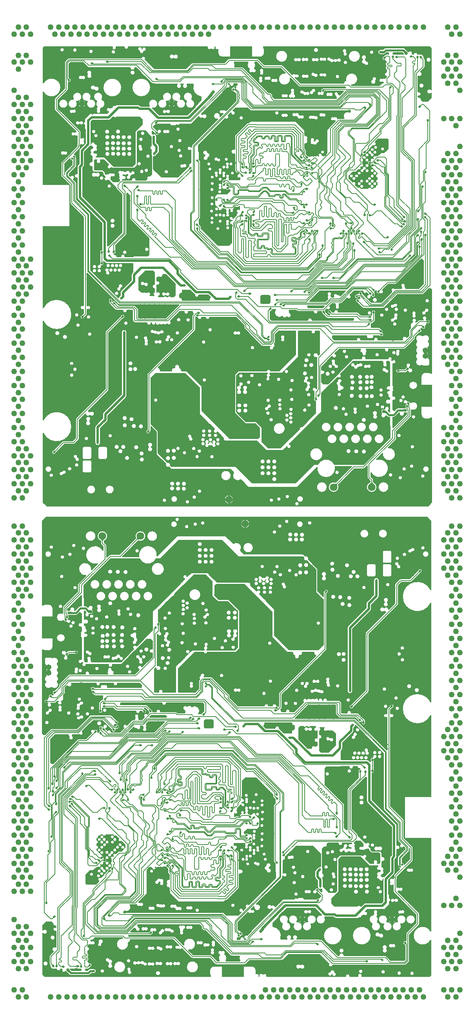
<source format=gbr>
*
%FSLAX45Y45*%
%MOMM*%
%ADD10C,0.187000*%
%ADD11C,3.332000*%
%ADD12C,0.502920*%
%ADD13C,0.500380*%
%ADD14C,0.639597*%
%ADD15C,0.538000*%
%ADD16C,0.411000*%
%ADD17C,1.300000*%
%ADD18C,0.140000*%
%ADD19C,0.137000*%
%ADD20C,0.640080*%
%ADD21O,1.226820X1.125220*%
%ADD22C,1.300480*%
%ADD23C,1.554480*%
%ADD24C,1.630680*%
%ADD25C,0.120000*%
%ADD26C,0.665000*%
%ADD27C,1.250000*%
%IPPOS*%
%LNl10s_lev.gbr*%
%LPD*%
%SRX1Y1I0J0*%
G01*
G75*
G36*
X004330268Y006027384D02*
Y006170867D01*
X004356547Y006197145D01*
X004517810D01*
X004544088Y006170867D01*
Y006027384D01*
X004517810Y006001105D01*
X004356547D01*
X004330268Y006027384D01*
G37*
G36*
X003763929Y006327000D02*
X003750309Y006340643D01*
G03X003729788Y006349136I-000020518J-000020539D01*
G01X003397531D01*
G02X003387324Y006361480I-000000001J000010391D01*
G03X003315337Y006361455I-000035996J000006895D01*
G02X003305125Y006349136I-000010210J-000001929D01*
G01X003226029D01*
G02X003215906Y006361813I000000005J000010385D01*
G03X003200448Y006400432I-000035751J000008094D01*
G01X003199928Y006400778D01*
X003110229Y006490503D01*
G03X003089708Y006498996I-000020518J-000020539D01*
G01X002532914D01*
G02X002523863Y006514445I000000007J000010379D01*
G03X002528475Y006545246I-000038674J000021536D01*
G02X002538659Y006557774I000010160J000002145D01*
G01X003428899D01*
G02X003439258Y006546539I000000001J-000010392D01*
G03X003512316Y006546553I000036530J-000002976D01*
G02X003522677Y006557774I000010359J000000829D01*
G01X004307483D01*
G02X004311063Y006556292I-000000388J-000006000D01*
G01X004339405Y006527949D01*
G02X004340888Y006524369I-000004517J-000003968D01*
G01Y006372381D01*
G02X004339405Y006368801I-000006000J000000388D01*
G01X004277992Y006307388D01*
G02X004274412Y006305905I-000003968J000004517D01*
G01X004215690D01*
G02X004207885Y006323154I-000000000J000010390D01*
G03X004078970Y006452720I-000068705J000060557D01*
G02X004062208Y006457599I-000006808J000007845D01*
G03X003982315Y006468558I-000042430J-000012627D01*
G02X003965415Y006467587I-000008795J000005521D01*
G03X003923386Y006396260I-000034536J-000027697D01*
G02X003931098Y006381756I-000001755J-000010235D01*
G03X003933400Y006341172I000040424J-000018064D01*
G02X003924457Y006325514I-000008967J-000005261D01*
G01X003767513D01*
G02X003763929Y006327000I000000388J000006000D01*
G37*
G36*
X003263949Y005907582D02*
G01X002710308D01*
G02X002702937Y005925295I000000000J000010390D01*
G01X002811795Y006034153D01*
G02X002829066Y006029863I000007345J-000007340D01*
G03X002877037Y006006405I000035011J000010817D01*
G02X002889904Y006001428I000003627J-000009743D01*
G03X002949820Y006042663I000032523J000016891D01*
G02X002957603Y006059934I000007783J000006882D01*
G01X003010129D01*
G02X003020519Y006050006I000000005J-000010395D01*
G03X003033487Y006023680I000036601J000001672D01*
G02X003033388Y006007749I-000006720J-000007924D01*
G03X003080391Y006007520I000023364J-000028229D01*
G02X003080496Y006023445I000006727J000007918D01*
G03X003080848Y006079605I-000023379J000028227D01*
G02X003080229Y006094841I000006751J000007905D01*
G01X003134010Y006148622D01*
G02X003137590Y006150104I000003968J-000004517D01*
G01X003483480D01*
G02X003490851Y006132361I000000030J-000010390D01*
G01X003267529Y005909065D01*
G02X003263949Y005907582I-000003967J000004518D01*
G37*
G36*
X003196773Y006289592D02*
G02X003200353Y006291074I000003967J-000004518D01*
G01X003512719D01*
G02X003523078Y006279839I000000001J-000010392D01*
G03X003535600Y006249227I000036511J-000002932D01*
G02X003528797Y006230975I-000006801J-000007859D01*
G01X003163245D01*
G02X003155874Y006248718I-000000030J000010390D01*
G01X003196773Y006289592D01*
G37*
G36*
X001477447Y000768969D02*
X001441624Y000804792D01*
G02X001448995Y000822505I000007371J000007323D01*
G01X001681151D01*
G02X001690587Y000807770I-000000001J-000010389D01*
G03X001687521Y000780014I000040220J-000018490D01*
G02X001677337Y000767486I-000010160J-000002145D01*
G01X001481028D01*
G02X001477447Y000768969I000000388J000006000D01*
G37*
G36*
X006057828Y005890829D02*
G01X005972097Y005976535D01*
G03X005956685Y005986984I-000034889J-000034869D01*
G02X005953503Y005994555I000002356J000005444D01*
G03X005882960Y006002751I-000034227J000013085D01*
G02X005872659Y005990996I-000010300J-000001365D01*
G01X005675076D01*
G02X005671495Y005992479I000000388J000006000D01*
G01X005616346Y006047628D01*
G02X005618849Y006064156I000007341J000007342D01*
G03X005635699Y006110448I-000017081J000032431D01*
G02X005645328Y006124704I000009634J000003872D01*
G01X006231459D01*
G02X006241609Y006112078I000000001J-000010392D01*
G03X006284753Y006068286I000035810J-000007869D01*
G02X006297099Y006056456I000002081J-000010185D01*
G03X006301768Y006032015I000036181J-000005755D01*
G01Y005997026D01*
G02X006299003Y005992345I-000006000J000000388D01*
G03X006280869Y005968659I000017526J-000032203D01*
G02X006274520Y005964129I-000005775J000001381D01*
G03X006241532Y005905908I-000003525J-000036459D01*
G02X006233161Y005889345I-000008368J-000006168D01*
G01X006061410D01*
G02X006057828Y005890829I000000388J000006000D01*
G37*
G36*
X001551329Y008535212D02*
G01X001541070D01*
G02X001531541Y008549732I000000002J000010388D01*
G03X001450377Y008549717I-000040586J000017679D01*
G02X001440842Y008535212I-000009537J-000004117D01*
G01X001408661D01*
G03X001395381Y008533101I000000029J-000043000D01*
G02X001381785Y008542986I-000003205J000009884D01*
G01Y008576424D01*
X001679033Y008873646D01*
G02X001696748Y008866303I000007334J-000007347D01*
G01Y008637345D01*
G02X001691136Y008631732I-000006000J000000388D01*
G01X001667741D01*
G03X001637356Y008619117I000000031J-000042973D01*
G01X001554909Y008536695D01*
G02X001551329Y008535212I-000003968J000004518D01*
G37*
G36*
X008781764Y003170814D02*
G01X008668242Y003057292D01*
G02X008650558Y003063876I-000007324J000007371D01*
G03X008615505Y003097683I-000036551J-000002821D01*
G02X008605545Y003108043I000000433J000010385D01*
G01Y003194886D01*
G02X008607030Y003198468I000006000J-000000388D01*
G01X008753286Y003344699D01*
G03X008761755Y003365220I-000020563J000020495D01*
G01Y003411445D01*
G02X008779498Y003418816I000010390J000000029D01*
G01X008781763Y003416552D01*
G02X008783247Y003412970I-000004516J-000003969D01*
G01Y003174394D01*
G02X008781764Y003170814I-000006000J000000388D01*
G37*
G36*
X005670599Y002428596D02*
G01X006286477D01*
X006286483D01*
G03X006286477Y002427962I000036645J-000000635D01*
G03X006359773Y002428596I000036651J000000000D01*
G01X006359779D01*
X006823329D01*
X006861575Y002390340D01*
G02X006863057Y002386760I-000004518J-000003967D01*
G01Y002374395D01*
G02X006861576Y002370816I-000006000J000000388D01*
G01X006816005Y002325221D01*
G02X006810559Y002323910I-000003969J000004517D01*
G01X006810204Y002324025D01*
G03X006770656Y002312361I-000011201J-000034901D01*
G02X006766669Y002310485I-000004375J000004125D01*
G01X006498713D01*
G02X006493166Y002315533I000000390J000006000D01*
G01X006493134Y002315867D01*
G03X006432898Y002340294I-000036476J-000003464D01*
G02X006419438Y002340307I-000006723J000007937D01*
G03X006362265Y002327420I-000023752J-000027894D01*
G02X006344811Y002325019I-000009476J000004249D01*
G03X006290574Y002314608I-000024229J-000020260D01*
G01X006290466Y002314275D01*
G02X006285262Y002310485I-000005591J000002211D01*
G01X006044349D01*
X005881850Y002147985D01*
G02X005864186Y002154013I-000007359J000007331D01*
G03X005802108Y002175533I-000036359J-000004586D01*
G02X005786611Y002176575I-000007286J000007395D01*
G03X005786611Y002122276I-000034981J-000027150D01*
G02X005802109Y002123316I000008210J-000006354D01*
G03X005823262Y002113065I000025715J000026111D01*
G02X005829277Y002095412I-000001326J-000010303D01*
G01X005367048Y001633184D01*
Y001625071D01*
G02X005365565Y001621490I-000006000J000000388D01*
G01X005271930Y001527855D01*
G02X005264922Y001527185I-000003968J000004517D01*
G01X005264630Y001527382D01*
G03X005251648Y001461213I-000020571J-000030322D01*
G01X005252564D01*
G02X005258235Y001455598I-000000329J-000006004D01*
G01Y001452760D01*
G02X005256747Y001449174I-000006000J000000388D01*
G01X005248752Y001441200D01*
G02X005245177Y001439722I-000003962J000004522D01*
G01X005208097D01*
G02X005197978Y001452538I-000000024J000010384D01*
G03X005126723Y001452518I-000035630J000008590D01*
G02X005116599Y001439722I-000010100J-000002412D01*
G01X005047081D01*
G02X005041468Y001445335I000000388J000006000D01*
G01Y001474849D01*
G02X005042951Y001478429I000006000J-000000388D01*
G01X005060082Y001495560D01*
G02X005066985Y001496290I000003968J-000004517D01*
G01X005067289Y001496094D01*
G03X005123769Y001523918I000019942J000030756D01*
G02X005133305Y001533447I000010360J-000000831D01*
G03X005133218Y001606588I-000002936J000036567D01*
G02X005130134Y001608018I000000884J000005947D01*
G01X005105847Y001632305D01*
X005095244D01*
G02X005091664Y001633788I000000388J000006000D01*
G01X005066268Y001659184D01*
G02X005064785Y001662764I000004517J000003968D01*
G01Y001820695D01*
G02X005066268Y001824276I000006000J-000000388D01*
G01X005279421Y002037428D01*
G02X005295719Y002035381I000007356J-000007332D01*
G03X005351002Y002026146I000031527J000018642D01*
G02X005364463Y002026133I000006722J-000007937D01*
G03X005364447Y002081950I000023743J000027915D01*
G02X005350980Y002081969I-000006722J000007937D01*
G03X005345913Y002085573I-000023698J-000027955D01*
G02X005343855Y002101863I000005284J000008942D01*
G01X005410316Y002168323D01*
G02X005426422Y002166574I000007351J-000007340D01*
G02X005427032Y002162005I-000005200J-000003019D01*
G03X005423754Y002142237I000057972J-000019768D01*
G03X005465236Y002200209I000061250J000000000D01*
G02X005460665Y002200819I-000001551J000005809D01*
G02X005458918Y002216925I000005593J000008754D01*
G01X005670599Y002428596D01*
G37*
G36*
X005669329Y002427327D02*
X005722671Y002480666D01*
X006510432D01*
X006510437D01*
G03X006570822Y002452116I000036642J-000000635D01*
G02X006584282Y002452129I000006738J-000007924D01*
G03X006644688Y002480669I000023761J000027903D01*
G01X006690725D01*
X006690827D01*
G03X006763614Y002473546I000036142J-000006132D01*
G02X006771330Y002479119I000005976J-000000146D01*
G01X006771708Y002479049D01*
G02X006774204Y002477736I-000001474J-000005829D01*
G01X006824598Y002427327D01*
X006823963D01*
X006359779D01*
X006359773D01*
G03X006286477Y002427962I-000036645J000000635D01*
G03X006286483Y002427327I000036651J000000000D01*
G01X006286477D01*
X005669964D01*
X005669329D01*
G37*
G36*
X005721401Y002479396D02*
X005917853Y002675840D01*
X006248377D01*
X006248383D01*
G03X006248377Y002675205I000036645J-000000635D01*
G03X006321673Y002675840I000036651J000000000D01*
G01X006321679D01*
X006797017D01*
Y002586305D01*
G03X006872610Y002544531I000049342J000000005D01*
G02X006888508Y002535708I000005503J-000008820D01*
G01Y002470582D01*
G02X006870793Y002463239I-000010381J000000004D01*
G01X006815311Y002518696D01*
G02X006813980Y002521262I000004516J000003969D01*
G03X006741452Y002519999I-000036170J-000006057D01*
G02X006730216Y002511051I-000010301J000001407D01*
G03X006690635Y002479399I-000003247J-000036514D01*
G01X006644688D01*
G03X006608040Y002516682I-000036644J000000634D01*
G03X006584298Y002507947I-000000002J-000036626D01*
G02X006570837Y002507934I-000006738J000007924D01*
G03X006510437Y002479396I-000023758J-000027902D01*
G01X006510432D01*
X005722036D01*
X005721401D01*
G37*
G36*
X005916584Y002674570D02*
X006014736Y002772718D01*
G03X006023229Y002793238I-000020539J000020518D01*
G01Y002805380D01*
X006075649D01*
G03X006085372Y002805380I000004861J000036326D01*
G01X006431257D01*
X006431263D01*
G03X006431257Y002804745I000036645J-000000635D01*
G03X006504553Y002805380I000036651J000000000D01*
G01X006504559D01*
X006738597D01*
Y002802206D01*
G03X006753067Y002767325I000049348J000000030D01*
G01X006795535Y002724832D01*
G02X006797017Y002721253I-000004518J-000003967D01*
G01Y002674570D01*
X006321679D01*
X006321673D01*
G03X006248377Y002675205I-000036645J000000635D01*
G03X006248383Y002674570I000036651J000000000D01*
G01X006248377D01*
X005917219D01*
X005916584D01*
G37*
G36*
X006023229Y002804110D02*
Y002818413D01*
G02X006028841Y002824025I000006000J-000000388D01*
G01X006037148D01*
Y002824053D01*
G02X006042093Y002827276I000005333J-000002776D01*
G01X006043460D01*
G02X006048146Y002824503I-000000388J-000006000D01*
G01X006048327Y002824173D01*
G03X006054794Y002867818I000032184J000017533D01*
G02X006037148Y002875255I-000007256J000007437D01*
G01Y002887650D01*
X006262627D01*
X006262632D01*
G03X006262627Y002887016I000036645J-000000635D01*
G03X006335923Y002887650I000036651J000000000D01*
G01X006335928D01*
X006738597D01*
Y002804110D01*
X006504559D01*
X006504553D01*
G03X006431257Y002804745I-000036645J000000635D01*
G03X006431263Y002804110I000036651J000000000D01*
G01X006431257D01*
X006023229D01*
G37*
G36*
X006037148Y003004770D02*
Y003156078D01*
G02X006048824Y003166443I000010417J000000024D01*
G03X006085459Y003203093I-000000016J000036651D01*
G03X006082964Y003216410I-000036636J000000030D01*
G01X006083197D01*
X006083213D01*
X006141868D01*
X006141874D01*
G03X006204680Y003190094I000036651J-000000635D01*
G02X006218100Y003191314I000007427J-000007270D01*
G03X006239257Y003184603I000021138J000029938D01*
G03X006275903Y003221888I000000001J000036651D01*
G01X006275906D01*
X006863057D01*
Y003018816D01*
G02X006850749Y003008607I-000010389J000000001D01*
G03X006820795Y003004770I-000009009J-000048505D01*
G01X006303899D01*
X006303893D01*
G03X006230597Y003005405I-000036645J000000635D01*
G03X006230603Y003004770I000036651J000000000D01*
G01X006230597D01*
X006037148D01*
G37*
G36*
Y002886381D02*
Y003006040D01*
X006230597D01*
X006230603D01*
G03X006230597Y003005405I000036645J-000000635D01*
G03X006303893Y003006040I000036651J000000000D01*
G01X006303899D01*
X006822206D01*
G02X006822791Y003005653I000000000J-000000635D01*
G03X006806840Y002994972I000018949J-000045551D01*
G01X006753067Y002941199D01*
G03X006738597Y002906318I000034878J-000034911D01*
G01Y002886381D01*
X006335928D01*
X006335923D01*
G03X006262627Y002887016I-000036645J000000635D01*
G03X006262632Y002886381I000036651J000000000D01*
G01X006262627D01*
X006037148D01*
G37*
G36*
X006199722Y003346400D02*
X006540477D01*
X006540483D01*
G03X006540477Y003345765I000036645J-000000635D01*
G03X006613773Y003346400I000036651J000000000D01*
G01X006613779D01*
X006812277D01*
X006861575Y003297095D01*
G02X006863057Y003293514I-000004517J-000003968D01*
G01Y003220618D01*
X006275906D01*
X006275903D01*
G03X006213103Y003246928I-000036645J000000636D01*
G02X006199682Y003245708I-000007427J000007270D01*
G03X006141874Y003215140I-000021158J-000029933D01*
G01X006141868D01*
X006083432D01*
G03X006080528Y003221480I-000034609J-000012017D01*
G02X006081411Y003228090I000005401J000002643D01*
G01X006199722Y003346400D01*
G37*
G36*
X006198452Y003345130D02*
X006318484Y003465162D01*
G02X006322064Y003466645I000003968J-000004517D01*
G01X006689951D01*
G02X006693532Y003465162I-000000388J-000006000D01*
G01X006813546Y003345130D01*
X006812911D01*
X006613779D01*
X006613773D01*
G03X006540477Y003345765I-000036645J000000635D01*
G03X006540483Y003345130I000036651J000000000D01*
G01X006540477D01*
X006199087D01*
X006198452D01*
G37*
G36*
X002715936Y002078940D02*
X004152877D01*
X004152883D01*
G03X004152877Y002078305I000036645J-000000635D01*
G03X004226173Y002078940I000036651J000000000D01*
G01X004226179D01*
X005099331D01*
X005099349D01*
G03X005139350Y002041064I000036629J-000001377D01*
G02X005147643Y002023378I000000954J-000010340D01*
G01X005085712Y001961448D01*
G02X005082132Y001959965I-000003968J000004517D01*
G01X004820924D01*
G02X004817344Y001961448I000000388J000006000D01*
G01X004760407Y002018385D01*
X004733305Y002018436D01*
G03X004728440Y002018842I-000004844J-000028651D01*
G01X002798725D01*
G03X002793861Y002018436I-000000021J-000029058D01*
G01X002598393D01*
G02X002594823Y002019909I000000387J000006000D01*
G01X002591860Y002022857D01*
G02X002590368Y002026448I000004508J000003979D01*
G01Y002036676D01*
G02X002592445Y002040845I000006000J-000000388D01*
G03X002606986Y002066640I-000021947J000029368D01*
G02X002615340Y002075826I000010336J-000001007D01*
G02X002619282Y002075066I000000898J-000005945D01*
G03X002715936Y002078940I000045713J000067171D01*
G37*
G36*
X004152883Y002077670D02*
G01X004152877D01*
X002715151D01*
G02X002714636Y002077915I-000000014J000000635D01*
G03X002743842Y002122626I-000049642J000064322D01*
G01X003136898D01*
X003136904D01*
G03X003196626Y002093508I000036650J-000000635D01*
G02X003210087Y002093191I000006544J-000008065D01*
G03X003271157Y002121153I000024424J000027328D01*
G01X003271166D01*
X003718876D01*
G02X003719017Y002118788I-000010225J-000001797D01*
G03X003779362Y002088820I000036591J-000002059D01*
G02X003792822Y002088833I000006738J-000007924D01*
G03X003853222Y002117370I000023758J000027902D01*
G01X003853228D01*
X003957134D01*
G03X004015455Y002101596I000034577J000012141D01*
G02X004028916Y002101609I000006738J-000007924D01*
G03X004089321Y002130149I000023761J000027903D01*
G01X005252093D01*
X005252269D01*
G02X005249523Y002125258I-000010088J000002448D01*
G01X005190173Y002065908D01*
G02X005172489Y002074213I-000007346J000007339D01*
G03X005172634Y002077572I-000036506J000003256D01*
G03X005099323Y002077670I-000036655J-000000009D01*
G01X004226179D01*
X004226173D01*
G03X004152877Y002078305I-000036645J000000635D01*
G03X004152883Y002077670I000036651J000000000D01*
G37*
G36*
X002743516Y002121356D02*
G03X002727830Y002193747I-000078521J000020881D01*
G02X002726725Y002197636I000004894J000003492D01*
G02X002737054Y002206907I000010330J-000001120D01*
G01X002853539D01*
G03X002874060Y002215400I000000002J000029032D01*
G01X002878518Y002219873D01*
G02X002888383Y002214148I000003976J-000004510D01*
G01X002888331Y002213958D01*
G03X002947400Y002176260I000035306J-000009807D01*
G02X002960861Y002176247I000006722J-000007937D01*
G03X003014825Y002183434I000023743J000027915D01*
G01X003305684D01*
X003305690D01*
G03X003359734Y002150542I000036645J-000000635D01*
G02X003372912Y002147751I000004948J-000009142D01*
G03X003425717Y002142160I000029061J000022312D01*
G02X003439179Y002142173I000006738J-000007924D01*
G03X003499448Y002166925I000023758J000027902D01*
G01X003607872D01*
X003607878D01*
G03X003668262Y002138375I000036642J-000000635D01*
G02X003681723Y002138388I000006738J-000007924D01*
G03X003705486Y002129640I000023755J000027878D01*
G03X003707950Y002129713I000000144J000036651D01*
G02X003719020Y002119883I000000701J-000010358D01*
G01X003718968D01*
X003271166D01*
X003271157D01*
G03X003234514Y002157171I-000036646J000000636D01*
G03X003211429Y002148996I-000000002J-000036676D01*
G02X003197997Y002149307I-000006532J000008075D01*
G03X003136904Y002121356I-000024443J-000027316D01*
G01X003136898D01*
X002743688D01*
X002743675D01*
X002743516D01*
G37*
G36*
X003013914Y002182164D02*
G03X002960845Y002232064I-000029310J000021998D01*
G02X002947385Y002232077I-000006722J000007937D01*
G03X002924324Y002240813I-000023761J-000027918D01*
G02X002917161Y002258526I000000208J000010389D01*
G01X003051875Y002393215D01*
G03X003058744Y002404203I-000020563J000020496D01*
G01X003059192Y002405510D01*
X003095828Y002442146D01*
Y002683460D01*
X003281657D01*
X003281663D01*
G03X003318308Y002646174I000036645J-000000635D01*
G03X003354885Y002680325I-000000006J000036670D01*
G02X003364580Y002689985I000010360J-000000702D01*
G03X003380957Y002695031I-000002305J000036579D01*
G02X003394220Y002692773I000005303J-000008931D01*
G02X003394771Y002678817I-000007434J-000007283D01*
G03X003459532Y002655927I000028111J-000023525D01*
G01X003459537D01*
X003545492D01*
G02X003543817Y002650867I-000005873J-000000864D01*
G03X003582454Y002576051I000031443J-000031146D01*
G02X003594534Y002565781I000001682J-000010262D01*
G01Y002513457D01*
G03X003600806Y002494558I000031544J-000000023D01*
G02X003601748Y002491694I-000005057J-000003252D01*
G01Y002457386D01*
X003791369Y002267765D01*
X004757867D01*
X004787246Y002297120D01*
G02X004790824Y002298601I000003966J-000004519D01*
G01X004809718D01*
G03X004832018Y002307855I-000000031J000031568D01*
G01X005081685Y002557522D01*
G03X005090947Y002579830I-000022305J000022339D01*
G01Y002863596D01*
G02X005106285Y002872755I000010400J000000007D01*
G03X005106263Y002950794I000020899J000039025D01*
G02X005090947Y002959966I-000004916J000009164D01*
G01Y002988260D01*
X005646855D01*
X005646859D01*
G03X005646855Y002987625I000044263J-000000631D01*
G03X005687391Y002943501I000044276J-000000006D01*
G02X005692825Y002937095I-000000482J-000005916D01*
G03X005781188Y002933839I000044098J-000003891D01*
G01X005781193D01*
X005880128D01*
Y002922206D01*
X005891345Y002910989D01*
G02X005892828Y002907409I-000004517J-000003968D01*
G01Y002770661D01*
G02X005891345Y002767081I-000006000J000000388D01*
G01X005316055Y002191790D01*
G02X005301336Y002191831I-000007339J000007342D01*
G03X005243568Y002184350I-000026023J-000025831D01*
G01X004996942D01*
X004996936D01*
G03X004923640Y002184985I-000036645J000000635D01*
G03X004923646Y002184350I000036651J000000000D01*
G01X004923640D01*
X003737386D01*
G03X003681738Y002194206I-000031894J-000018053D01*
G02X003668278Y002194193I-000006738J000007924D01*
G03X003608008Y002169440I-000023758J-000027902D01*
G01X003499583D01*
X003499578D01*
G03X003439194Y002197991I-000036641J000000635D01*
G02X003425733Y002197977I-000006738J000007924D01*
G03X003384577Y002202334I-000023760J-000027890D01*
G02X003371400Y002205125I-000004948J000009142D01*
G03X003305690Y002182164I-000029066J-000022326D01*
G01X003305684D01*
X003014391D01*
X003014369D01*
X003013914D01*
G37*
G36*
X003095828Y002682190D02*
Y002922042D01*
X003172615D01*
X003172622D01*
G03X003172615Y002921407I000031564J-000000641D01*
G03X003235750Y002922042I000031571J000000000D01*
G01X003235756D01*
X003564054D01*
Y002894050D01*
G03X003572524Y002873529I000029032J-000000027D01*
G01X003595588Y002850488D01*
G02X003597075Y002846904I-000004514J-000003972D01*
G01Y002784568D01*
G03X003594534Y002772132I000029007J-000012402D01*
G01Y002744725D01*
G02X003582341Y002734488I-000010392J-000000002D01*
G03X003543765Y002659311I-000007476J-000043650D01*
G02X003545541Y002654657I-000004147J-000004248D01*
G01X003459537D01*
X003459532D01*
G03X003450607Y002679269I-000036650J000000635D01*
G02X003450480Y002692726I000007858J000006804D01*
G03X003403690Y002747784I-000028113J000023519D01*
G02X003390409Y002750064I-000005304J000008931D01*
G03X003325698Y002729064I-000028130J-000023521D01*
G02X003316004Y002719403I-000010360J000000702D01*
G03X003281663Y002682190I000002304J-000036578D01*
G01X003281657D01*
X003095828D01*
G37*
G36*
Y002920772D02*
Y002943350D01*
G02X003097311Y002946930I000006000J-000000388D01*
G01X003145350Y002994970D01*
G03X003152774Y003000336I-000013072J000025904D01*
G01X003166788Y003014376D01*
G02X003181563Y003014274I000007337J-000007370D01*
G03X003211804Y003005643I000022636J000022013D01*
G02X003224354Y002992975I000002499J-000010075D01*
G03X003272612Y003011274I000030573J-000007845D01*
G01X003272433Y003011395D01*
G02X003275731Y003022145I000003686J000004750D01*
G01X003282896D01*
G02X003287649Y003019264I-000000388J-000006000D01*
G01X003287811Y003018952D01*
G03X003341650Y003015473I000027977J000014622D01*
G02X003348950Y003017465I000004859J-000003437D01*
G03X003360881Y003014881I000011974J000026448D01*
G01X003377159D01*
G03X003394856Y003020914I-000000020J000029032D01*
G01X003395155Y003021143D01*
G02X003398114Y003022145I000003342J-000004998D01*
G01X003400882D01*
G02X003405049Y003020071I-000000388J-000006000D01*
G01X003405249Y003019806D01*
G03X003455604Y003020080I000025074J000019230D01*
G02X003459763Y003022145I000004547J-000003935D01*
G01X003508841D01*
G02X003513201Y003019836I-000000388J-000006000D01*
G03X003530172Y003006482I000029085J000019504D01*
G01X003562572Y002974083D01*
G02X003564054Y002970502I-000004517J-000003968D01*
G01Y002920772D01*
X003235756D01*
X003235750D01*
G03X003172615Y002921407I-000031564J000000635D01*
G03X003172622Y002920772I000031571J000000006D01*
G01X003172615D01*
X003095828D01*
G37*
G36*
X003499316Y002165656D02*
G03X003499578Y002170710I-000036379J000004420D01*
G01X003499583D01*
X003608068D01*
X003608140D01*
G03X003607878Y002165656I000036380J-000004420D01*
G01X003607872D01*
X003499387D01*
X003499316D01*
G37*
G36*
X003736633Y002185620D02*
X003737018D01*
X004923640D01*
X004923646D01*
G03X004923640Y002184985I000036645J-000000635D01*
G03X004996936Y002185620I000036651J000000000D01*
G01X004996942D01*
X005243944D01*
X005244337D01*
G03X005249484Y002139976I000030976J-000019619D01*
G02X005251873Y002128879I-000007304J-000007378D01*
G01X004089321D01*
G03X004052673Y002166162I-000036644J000000634D01*
G03X004028931Y002157427I-000000002J-000036626D01*
G02X004015470Y002157414I-000006738J000007924D01*
G03X003955070Y002128876I-000023758J-000027902D01*
G01X003955065D01*
X003851158D01*
G03X003792838Y002144651I-000034577J-000012141D01*
G02X003779377Y002144638I-000006738J000007924D01*
G03X003755626Y002153386I-000023755J-000027878D01*
G03X003753150Y002153313I-000000155J-000036651D01*
G02X003742083Y002164238I-000000701J000010358D01*
G03X003736633Y002185620I-000036591J000002060D01*
G37*
G36*
X003850685Y002130146D02*
G01X003850916D01*
X003850941D01*
X003955065D01*
X003955070D01*
G03X003957607Y002116100I000036642J-000000635D01*
G01X003957377D01*
X003957351D01*
X003853228D01*
X003853222D01*
G03X003850685Y002130146I-000036642J000000635D01*
G37*
G36*
X005290956Y003507842D02*
G01X005382187D01*
X005382193D01*
G03X005382187Y003507208I000031564J-000000641D01*
G03X005445321Y003507842I000031571J000000000D01*
G01X005445328D01*
X005847057D01*
Y003461614D01*
X005617692D01*
X005617686D01*
G03X005554551Y003462250I-000031564J000000635D01*
G03X005554557Y003461614I000031571J000000006D01*
G01X005554551D01*
X005501763D01*
G03X005463778Y003430064I-000006417J-000030916D01*
G01X005463772D01*
X005366298D01*
X005366148D01*
G03X005314851Y003413740I-000030649J000007550D01*
G02X005314865Y003397995I-000006783J-000007878D01*
G03X005303983Y003375889I000020637J-000023890D01*
G01X005181778D01*
X005181771D01*
G03X005118636Y003376525I-000031564J000000635D01*
G03X005118643Y003375889I000031571J000000006D01*
G01X005118636D01*
X005035819D01*
G03X005028938Y003377548I-000010191J-000027182D01*
G01X005026885Y003377787D01*
X005016221Y003388424D01*
G03X005013145Y003392085I-000023691J-000016784D01*
G01X005012716Y003392489D01*
G02X005018307Y003410083I000007341J000007353D01*
G03X004992558Y003465249I-000005298J000031119D01*
G02X004975428Y003473176I-000006744J000007899D01*
G01Y003509389D01*
G02X004976911Y003512969I000006000J-000000388D01*
G01X004990064Y003526122D01*
G02X004993644Y003527605I000003968J-000004517D01*
G01X005222695D01*
G02X005226276Y003526122I-000000388J-000006000D01*
G01X005230550Y003521848D01*
G02X005231011Y003514506I-000004517J-000003969D01*
G03X005231915Y003474350I000024834J-000019529D01*
G02X005231259Y003460130I-000007896J-000006761D01*
G03X005277134Y003458023I000021944J-000022698D01*
G02X005277790Y003472243I000007895J000006761D01*
G03X005287197Y003498604I-000021946J000022691D01*
G02X005290956Y003507842I000010326J000001183D01*
G37*
G36*
X005207424Y004348151D02*
G01X005557929D01*
X005557936D01*
G03X005557929Y004347516I000031564J-000000641D01*
G03X005621064Y004348151I000031571J000000000D01*
G01X005621071D01*
X005852015D01*
X005852018D01*
X005852457D01*
G03X005847057Y004331285I000023632J-000016863D01*
G01Y004280815D01*
X005527040D01*
X005527033D01*
G03X005463898Y004281450I-000031564J000000635D01*
G03X005463905Y004280815I000031571J000000006D01*
G01X005463898D01*
X005446513D01*
G03X005386683Y004288918I-000031155J-000005106D01*
G01X005368087D01*
X005368080D01*
G03X005304945Y004289553I-000031564J000000635D01*
G03X005304952Y004288918I000031571J000000006D01*
G01X005304945D01*
X005285048D01*
G03X005233806Y004260210I-000031274J-000004262D01*
G02X005234668Y004244892I-000006561J-000008052D01*
G03X005236239Y004199240I000022573J-000022076D01*
G02X005236009Y004183605I-000006962J-000007717D01*
G03X005224933Y004158199I000020496J-000024052D01*
G02X005214572Y004147362I-000010372J-000000455D01*
G01X005213473D01*
G02X005210520Y004148363I000000388J000006000D01*
G01X005210218Y004148594D01*
G03X005192550Y004154576I-000017641J-000023025D01*
G01X005190588D01*
G02X005186944Y004165037I000000388J000006000D01*
G01X005187124Y004165178D01*
G03X005144636Y004168009I-000019694J000024674D01*
G02X005141783Y004151533I-000007510J-000007185D01*
G03X005134231Y004146107I000012948J-000025987D01*
G01X005113286Y004125162D01*
G03X005105591Y004111380I000020543J-000020511D01*
G01X005105217Y004109752D01*
X005099495Y004104030D01*
X005035651D01*
G03X005015130Y004095561I-000000027J-000029032D01*
G01X005006925Y004087333D01*
G02X005003337Y004085844I-000003975J000004511D01*
G01X004991206D01*
G02X004987625Y004087326I000000388J000006000D01*
G01X004984531Y004090421D01*
G02X004983048Y004094001I000004517J000003968D01*
G01Y004165576D01*
G02X005000896Y004172786I000010382J-000000004D01*
G03X005038511Y004222580I000022672J000021978D01*
G02X005038462Y004240830I000004940J000009138D01*
G03X005052162Y004281302I-000015200J000027700D01*
G01X005052020Y004281621D01*
G02X005053142Y004287675I000005639J000002087D01*
G01X005083054Y004317587D01*
G03X005100684Y004335243I-000011710J000029323D01*
G01X005127110Y004361668D01*
G02X005144824Y004353993I000007326J-000007372D01*
G03X005207424Y004348151I000031573J000000005D01*
G37*
G36*
X005088509Y003303474D02*
G01Y003314853D01*
G03X005080016Y003335374I-000029032J000000003D01*
G01X005046141Y003369249D01*
G03X005033320Y003376699I-000020513J-000020542D01*
G02X005033931Y003377160I000000610J-000000175D01*
G01X005118636D01*
X005118643D01*
G03X005118636Y003376525I000031564J-000000641D01*
G03X005181727Y003374741I000031571J000000000D01*
G01X005303933D01*
X005303939D01*
G03X005367071Y003374112I000031563J-000000635D01*
G03X005367064Y003374747I-000031546J000000007D01*
G01X005367071D01*
X005384730D01*
X005384779D01*
G03X005397334Y003346737I000031459J-000002717D01*
G02X005397094Y003329933I-000006233J-000008315D01*
G03X005383695Y003303474I000018170J-000025824D01*
G01X005383689D01*
X005088509D01*
G37*
G36*
Y003177998D02*
X005150132D01*
X005150139D01*
G03X005150132Y003177363I000031564J-000000641D01*
G03X005213272Y003177622I000031571J000000000D01*
G01X005213279D01*
X005226757D01*
X005226763D01*
G03X005289814Y003179167I000031560J-000000635D01*
G01X005289848D01*
X005289854D01*
X005629049D01*
X005629056D01*
G03X005629049Y003178531I000031564J-000000641D01*
G03X005692184Y003179167I000031571J000000000D01*
G01X005692191D01*
X005847057D01*
Y003137485D01*
G03X005855550Y003116964I000029032J-000000003D01*
G01X005874197Y003098341D01*
G02X005875512Y003095843I-000004514J-000003972D01*
G01X005875586Y003095443D01*
G03X005880128Y003083227I000036063J000006456D01*
G01Y002932569D01*
X005781193D01*
X005781188D01*
G03X005740656Y002977317I-000044265J000000635D01*
G02X005735222Y002983726I000000481J000005915D01*
G03X005734413Y002996912I-000044098J000003912D01*
G02X005741638Y003009049I000010156J000002173D01*
G03X005690955Y003073827I-000012447J000042477D01*
G01X005536927D01*
X005536911D01*
G03X005500270Y003111118I-000036648J000000639D01*
G03X005482302Y003106418I-000000011J-000036654D01*
G02X005474273Y003108513I-000002942J000005160D01*
G03X005415682Y003091537I-000027020J-000016340D01*
G01X005415676D01*
X005310095D01*
G03X005249522Y003079065I-000029002J-000012472D01*
G03X005249529Y003078430I000031571J000000006D01*
G01X005249522D01*
X005090936D01*
G03X005088407Y003089978I-000031536J-000000854D01*
G01Y003164633D01*
X005088441Y003164838D01*
G03X005088509Y003166677I-000028963J000001988D01*
G01Y003177998D01*
G37*
G36*
Y003176728D02*
Y003304744D01*
X005383689D01*
X005383695D01*
G03X005442648Y003288386I000031570J-000000635D01*
G01X005603675D01*
X005603681D01*
G03X005603675Y003287752I000031564J-000000641D01*
G03X005666810Y003288386I000031571J000000000D01*
G01X005666816D01*
X005847057D01*
Y003244597D01*
X005366842D01*
X005366836D01*
G03X005303700Y003245232I-000031564J000000635D01*
G03X005303702Y003244871I000031571J-000000005D01*
G01X005303696D01*
X005290980D01*
X005290973D01*
G03X005240767Y003220036I-000031560J000000635D01*
G02X005240511Y003203048I-000006105J-000008404D01*
G03X005226758Y003176728I000017812J-000026060D01*
G01X005226752D01*
X005213274D01*
X005213267D01*
G03X005150132Y003177363I-000031564J000000635D01*
G03X005150139Y003176728I000031571J000000006D01*
G01X005150132D01*
X005088509D01*
G37*
G36*
X005090947Y002986990D02*
Y003077542D01*
G03X005090876Y003079700I-000031547J000000035D01*
G01X005090912D01*
X005249522D01*
X005249529D01*
G03X005249522Y003079065I000031564J-000000641D01*
G03X005312657Y003079700I000031571J000000000D01*
G01X005312664D01*
X005418244D01*
G03X005459034Y003062876I000029009J000012472D01*
G02X005466688Y003059765I000002223J-000005503D01*
G03X005536911Y003075096I000033576J000014700D01*
G01X005536927D01*
X005691333D01*
X005691725D01*
G03X005685912Y003042244I000037466J-000023570D01*
G02X005678687Y003030107I-000010156J-000002173D01*
G03X005646855Y002987625I000012435J-000042486D01*
G03X005646859Y002986990I000044276J-000000004D01*
G01X005646855D01*
X005090947D01*
G37*
G36*
X005207158Y004346881D02*
G03X005161044Y004381586I-000030761J000007116D01*
G02X005145608Y004390670I-000005046J000009083D01*
G01Y004402938D01*
G02X005159024Y004412883I000010392J000000002D01*
G03X005184626Y004416146I000009159J000030207D01*
G01X005224326D01*
X005224332D01*
G03X005287465Y004415130I000031564J-000000635D01*
G01X005381831D01*
X005381837D01*
G03X005381831Y004414496I000031564J-000000641D01*
G03X005444966Y004415130I000031571J000000000D01*
G01X005444972D01*
X005570672D01*
G03X005623604Y004439007I000021367J000023241D01*
G01X005623610D01*
X005880128D01*
Y004378458D01*
G02X005878642Y004374874I-000006000J000000388D01*
G01X005855550Y004351806D01*
G03X005851600Y004346881I000020539J-000020519D01*
G01X005621071D01*
X005621064D01*
G03X005557929Y004347516I-000031564J000000635D01*
G03X005557936Y004346881I000031571J000000006D01*
G01X005557929D01*
X005207299D01*
X005207296D01*
X005207158D01*
G37*
G36*
X005834357Y004571976D02*
X005495290D01*
X005495283D01*
G03X005432148Y004572611I-000031564J000000635D01*
G03X005432155Y004571976I000031571J000000006D01*
G01X005432148D01*
X005276028D01*
G03X005218687Y004553738I-000025771J-000018237D01*
G03X005218693Y004553103I000031571J000000006D01*
G01X005218687D01*
X005156632D01*
Y004557724D01*
G03X005154844Y004568155I-000031572J-000000042D01*
G01X005154549Y004569073D01*
Y004872125D01*
G02X005156032Y004875705I000006000J-000000388D01*
G01X005223743Y004943441D01*
G02X005227325Y004944925I000003970J-000004515D01*
G01X005463131D01*
G02X005466713Y004943441I-000000388J-000006000D01*
G01X005832872Y004577257D01*
G02X005834357Y004573674I-000004515J-000003971D01*
G01Y004571976D01*
G37*
G36*
X005224332Y004414876D02*
X005224326D01*
X005183539D01*
G02X005182979Y004415208I-000000002J000000635D01*
G03X005167280Y004474642I-000014796J000027882D01*
G02X005156632Y004485031I-000000257J000010388D01*
G01Y004554373D01*
X005218687D01*
X005218693D01*
G03X005218687Y004553738I000031564J-000000641D01*
G03X005281822Y004554373I000031571J000000000D01*
G01X005281828D01*
X005437949D01*
G03X005495283Y004573246I000025771J000018237D01*
G01X005495290D01*
X005834357D01*
Y004537025D01*
G03X005842850Y004516504I000029032J-000000003D01*
G01X005878644Y004480735D01*
G02X005880128Y004477153I-000004515J-000003970D01*
G01Y004474564D01*
X005288125D01*
X005288119D01*
G03X005234122Y004452995I-000031560J000000635D01*
G02X005233951Y004438206I-000007385J-000007310D01*
G03X005224332Y004414876I000021946J-000022695D01*
G37*
G36*
X005303939Y003373471D02*
G01X005303933D01*
X005181697D01*
X005181672D01*
X005181630D01*
G03X005181771Y003377160I-000031423J000003052D01*
G01X005181778D01*
X005304013D01*
X005304038D01*
X005304081D01*
G03X005303939Y003373471I000031421J-000003055D01*
G37*
G36*
X005207521Y003779140D02*
G01X005392753D01*
X005392759D01*
G03X005392753Y003778505I000031564J-000000641D01*
G03X005455888Y003779140I000031571J000000000D01*
G01X005455894D01*
X005847057D01*
Y003729635D01*
X005623610D01*
X005623604D01*
G03X005560469Y003730270I-000031564J000000635D01*
G03X005560476Y003729635I000031571J000000006D01*
G01X005560469D01*
X005277514D01*
G03X005225241Y003717942I-000021212J-000027864D01*
G02X005216146Y003716565I-000005127J000003141D01*
G01X005195351Y003737361D01*
G02X005193868Y003740941I000004517J000003968D01*
G01Y003763389D01*
G02X005195351Y003766969I000006000J-000000388D01*
G01X005207521Y003779140D01*
G37*
G36*
X005206251Y003777870D02*
X005264384Y003836002D01*
G02X005267964Y003837485I000003968J-000004517D01*
G01X005474147D01*
X005524068Y003887406D01*
Y003905556D01*
X005555389D01*
X005555395D01*
G03X005555389Y003904921I000031564J-000000641D01*
G03X005618524Y003905556I000031571J000000000D01*
G01X005618530D01*
X005847057D01*
Y003777870D01*
X005455894D01*
X005455888D01*
G03X005392753Y003778505I-000031564J000000635D01*
G03X005392759Y003777870I000031571J000000006D01*
G01X005392753D01*
X005206886D01*
X005206251D01*
G37*
G36*
X005226763Y003176352D02*
X005226757D01*
X005213279D01*
X005213264D01*
X005213257D01*
G03X005213267Y003177998I-000031554J000001010D01*
G01X005213274D01*
X005226752D01*
X005226766D01*
X005226773D01*
G03X005226763Y003176352I000031550J-000001010D01*
G37*
G36*
X005290977Y003245867D02*
G01X005290984D01*
X005303700D01*
X005303707D01*
G03X005303700Y003245232I000031564J-000000641D01*
G03X005366836Y003245867I000031571J000000000D01*
G01X005366842D01*
X005847057D01*
Y003177897D01*
X005692191D01*
X005692184D01*
G03X005629049Y003178531I-000031564J000000635D01*
G03X005629056Y003177897I000031571J000000006D01*
G01X005629049D01*
X005289876D01*
G03X005276955Y003202467I-000031553J-000000909D01*
G02X005277221Y003219443I000006119J000008394D01*
G03X005290977Y003245867I-000017808J000026063D01*
G37*
G36*
X005274613Y004194201D02*
G02X005277714Y004198752I000009832J-000003367D01*
G03X005277199Y004247267I-000020498J000024043D01*
G02X005276338Y004262585I000006561J000008052D01*
G03X005284848Y004290188I-000022564J000022070D01*
G01X005284954D01*
X005304945D01*
X005304952D01*
G03X005304945Y004289553I000031564J-000000641D01*
G03X005365191Y004276345I000031571J000000000D01*
G01X005383787D01*
X005383793D01*
G03X005383787Y004275710I000031564J-000000641D01*
G03X005446922Y004276345I000031571J000000000D01*
G01X005446928D01*
X005464314D01*
G03X005527033Y004282085I000031155J000005106D01*
G01X005527040D01*
X005847057D01*
Y004194201D01*
X005631713D01*
X005631707D01*
G03X005568572Y004194836I-000031564J000000635D01*
G03X005568578Y004194201I000031571J000000006D01*
G01X005568572D01*
X005274854D01*
X005274613D01*
G37*
G36*
X005275145Y004195471D02*
X005568572D01*
X005568578D01*
G03X005568572Y004194836I000031564J-000000641D01*
G03X005631707Y004195471I000031571J000000000D01*
G01X005631713D01*
X005847057D01*
Y004149065D01*
X005524017D01*
X005524011D01*
G03X005460876Y004149701I-000031564J000000635D01*
G03X005460882Y004149065I000031571J000000006D01*
G01X005460876D01*
X005446208D01*
G03X005383224Y004148933I-000031487J-000002328D01*
G02X005372864Y004139285I-000010362J000000741D01*
G01X005327243D01*
G03X005307153Y004147362I-000020084J-000020931D01*
G01X005298389D01*
G02X005288027Y004158200I000000009J000010381D01*
G03X005288051Y004159561I-000031547J000001237D01*
G03X005277484Y004183117I-000031547J-000000003D01*
G02X005275145Y004195471I000006962J000007717D01*
G37*
G36*
X005287424Y004413861D02*
G03X005287467Y004415511I-000031527J000001652D01*
G03X005278330Y004437718I-000031547J000000003D01*
G02X005278502Y004452507I000007385J000007310D01*
G03X005288119Y004475833I-000021943J000022692D01*
G01X005288125D01*
X005880128D01*
Y004437737D01*
X005623610D01*
X005623604D01*
G03X005560469Y004438371I-000031564J000000635D01*
G03X005560476Y004437737I000031571J000000006D01*
G01X005560469D01*
X005434769D01*
G03X005381831Y004414496I-000021367J-000023241D01*
G03X005381837Y004413861I000031571J000000006D01*
G01X005381831D01*
X005287460D01*
X005287441D01*
X005287424D01*
G37*
G36*
X005438896Y004553103D02*
X005438410D01*
X005281828D01*
X005281822D01*
G03X005275081Y004573246I-000031564J000000635D01*
G01X005275567D01*
X005432148D01*
X005432155D01*
G03X005432148Y004572611I000031564J-000000641D01*
G03X005438896Y004553103I000031571J000000000D01*
G37*
G36*
X005276133Y003730635D02*
G02X005276653Y003730905I000000520J-000000364D01*
G01X005560469D01*
X005560476D01*
G03X005560469Y003730270I000031564J-000000641D01*
G03X005623604Y003730905I000031571J000000000D01*
G01X005623610D01*
X005847057D01*
Y003599664D01*
X005618530D01*
X005618524D01*
G03X005576313Y003630020I-000031564J000000635D01*
G01X005448341D01*
X005448335D01*
G03X005436081Y003655626I-000031555J000000635D01*
G02X005436071Y003672064I000006352J000008223D01*
G03X005397478Y003672072I-000019291J000024980D01*
G02X005397478Y003655626I-000006353J-000008223D01*
G03X005385225Y003630020I000019302J-000024972D01*
G01X005385218D01*
X005373235D01*
X005373229D01*
X005373190D01*
G03X005371668Y003643159I-000034922J000002613D01*
G01Y003688044D01*
X005347147Y003712565D01*
X005293339D01*
G02X005288397Y003715780I000000387J000006000D01*
G03X005276133Y003730635I-000032095J-000014009D01*
G37*
G36*
X005382193Y003506573D02*
G01X005382187D01*
X005290253D01*
X005290244D01*
X005289651D01*
G02X005297527Y003510181I000007873J-000006786D01*
G01X005312640D01*
G03X005333161Y003518674I000000002J000029032D01*
G01X005340579Y003526115D01*
G02X005344168Y003527605I000003976J-000004510D01*
G01X005354767D01*
X005371668Y003544506D01*
Y003554840D01*
G03X005371668Y003574383I-000033628J000009771D01*
G01Y003622106D01*
G03X005373262Y003631290I-000033400J000010526D01*
G01X005385218D01*
X005385225D01*
G03X005427399Y003600934I000031555J-000000635D01*
G01X005555389D01*
X005555395D01*
G03X005555389Y003600298I000031564J-000000641D01*
G03X005618524Y003600934I000031571J000000000D01*
G01X005618530D01*
X005847057D01*
Y003506573D01*
X005445328D01*
X005445321D01*
G03X005382187Y003507208I-000031564J000000635D01*
G03X005382193Y003506573I000031571J000000006D01*
G37*
G36*
X005303707Y003244597D02*
G01X005303701D01*
X005303700D01*
X005290984D01*
X005290973D01*
X005290966D01*
G03X005290973Y003246141I-000031553J000000910D01*
G01X005290979D01*
X005290980D01*
X005303696D01*
X005303707D01*
X005303713D01*
G03X005303700Y003245232I000031558J-000000906D01*
G03X005303707Y003244597I000031571J000000006D01*
G37*
G36*
X005309516Y003092808D02*
G01X005309803D01*
X005309826D01*
X005415676D01*
X005415682D01*
G03X005418824Y003078430I000031570J-000000635D01*
G01X005418526D01*
X005418524D01*
X005312664D01*
X005312657D01*
G03X005309516Y003092808I-000031564J000000635D01*
G37*
G36*
X005367064Y003373476D02*
G03X005367071Y003374112I-000031563J000000628D01*
G03X005356149Y003397983I-000031546J000000001D01*
G02X005356135Y003413727I000006783J000007878D01*
G03X005366434Y003431333I-000020635J000023886D01*
G01X005463772D01*
X005463778D01*
G03X005475265Y003406333I000031568J-000000635D01*
G02X005476217Y003391220I-000006619J-000008003D01*
G03X005467708Y003371394I000023008J-000021613D01*
G01X005447815D01*
X005447808D01*
G03X005384695Y003373476I-000031570J000000635D01*
G01X005367071D01*
X005367064D01*
G37*
G36*
X005383793Y004275075D02*
X005383787D01*
X005364900D01*
X005364880D01*
X005364571D01*
G03X005368080Y004290188I-000028055J000014478D01*
G01X005368087D01*
X005386974D01*
X005386993D01*
X005387302D01*
G03X005383787Y004275710I000028055J-000014478D01*
G03X005383793Y004275075I000031571J000000006D01*
G37*
G36*
X005555395Y003599664D02*
G01X005555389D01*
X005425419D01*
G02X005424806Y003600131I000000000J000000635D01*
G03X005448335Y003631290I-000008026J000030524D01*
G01X005448341D01*
X005578287D01*
G02X005578899Y003630823I000000000J-000000635D01*
G03X005555389Y003600298I000008060J-000030525D01*
G03X005555395Y003599664I000031571J000000006D01*
G37*
G36*
X005441879Y003287117D02*
G03X005434178Y003329393I-000026614J000016992D01*
G02X005434384Y003346188I000006224J000008322D01*
G03X005447808Y003372664I-000018146J000025842D01*
G01X005447815D01*
X005467738D01*
X005467763D01*
X005467806D01*
G03X005467658Y003369591I000031419J-000003058D01*
G03X005530793Y003370230I000031571J000000005D01*
G01X005530799D01*
X005847057D01*
Y003287117D01*
X005666816D01*
X005666810D01*
G03X005603675Y003287752I-000031564J000000635D01*
G03X005603681Y003287117I000031571J000000006D01*
G01X005603675D01*
X005442285D01*
X005442262D01*
X005441879D01*
G37*
G36*
X005433299Y004439007D02*
X005434050D01*
X005434065D01*
X005560469D01*
X005560476D01*
G03X005560469Y004438371I000031564J-000000641D01*
G03X005572142Y004413861I000031571J000000000D01*
G01X005571392D01*
X005571377D01*
X005444972D01*
X005444966D01*
G03X005433299Y004439007I-000031564J000000635D01*
G37*
G36*
X005524068Y004041496D02*
G01Y004051264D01*
X005445484Y004129848D01*
G02X005444227Y004135493I000004517J000003968D01*
G01X005444358Y004135854D01*
G03X005446088Y004150336I-000029638J000010884D01*
G01X005446147D01*
X005446162D01*
X005460876D01*
X005460882D01*
G03X005460876Y004149701I000031564J-000000641D01*
G03X005524011Y004150336I000031571J000000000D01*
G01X005524017D01*
X005847057D01*
Y004041496D01*
X005623610D01*
X005623604D01*
G03X005560469Y004042132I-000031564J000000635D01*
G03X005560476Y004041496I000031571J000000006D01*
G01X005560469D01*
X005524068D01*
G37*
G36*
X005446278Y004282085D02*
X005446391D01*
X005446413D01*
X005463898D01*
X005463905D01*
G03X005463898Y004281450I000031564J-000000641D01*
G03X005464549Y004275075I000031571J000000000D01*
G01X005464435D01*
X005464414D01*
X005446928D01*
X005446922D01*
G03X005446278Y004282085I-000031564J000000635D01*
G37*
G36*
X005530793Y003368961D02*
G03X005519318Y003393950I-000031565J000000635D01*
G02X005518353Y003409073I000006607J000008014D01*
G03X005495938Y003462268I-000023006J000021626D01*
G02X005496573Y003462885I000000635J-000000018D01*
G01X005554551D01*
X005554557D01*
G03X005554551Y003462250I000031564J-000000641D01*
G03X005617686Y003462885I000031571J000000000D01*
G01X005617692D01*
X005847057D01*
Y003368961D01*
X005530799D01*
X005530793D01*
G37*
G36*
X005524068Y003904285D02*
Y003933399D01*
G03X005524068Y003970778I-000029615J000018689D01*
G01Y004042766D01*
X005560469D01*
X005560476D01*
G03X005560469Y004042132I000031564J-000000641D01*
G03X005623604Y004042766I000031571J000000000D01*
G01X005623610D01*
X005847057D01*
Y003904285D01*
X005618530D01*
X005618524D01*
G03X005555389Y003904921I-000031564J000000635D01*
G03X005555395Y003904285I000031571J000000006D01*
G01X005555389D01*
X005524068D01*
G37*
G36*
X000837768Y009036356D02*
X001516002D01*
X001516007D01*
G03X001516002Y009035721I000036645J-000000635D01*
G03X001589298Y009036356I000036651J000000000D01*
G01X001589303D01*
X001615417D01*
Y008945351D01*
G02X001613934Y008941770I-000006000J000000388D01*
G01X001303034Y008630870D01*
X001274115D01*
X001274109D01*
G03X001200813Y008631505I-000036645J000000635D01*
G03X001200819Y008630870I000036651J000000000D01*
G01X001200813D01*
X001049059D01*
G03X000980390Y008666530I-000068669J-000048285D01*
G01X000910389D01*
G03X000855016Y008645644I000000037J-000083942D01*
G02X000837768Y008653451I-000006857J000007807D01*
G01Y009036356D01*
G37*
G36*
Y007630516D02*
Y007696683D01*
G02X000855022Y007704485I000010390J000000000D01*
G03X000910389Y007683604I000055404J000063060D01*
G01X000980390D01*
G03X001064336Y007767550I000000000J000083946D01*
G01Y007939023D01*
X000843381D01*
G02X000837768Y007944636I000000388J000006000D01*
G01Y007953198D01*
X001158954D01*
X001158956D01*
G03X001237896Y007873621I000078939J-000000635D01*
G01X001252882D01*
G03X001331821Y007953198I000000000J000078942D01*
G01X001331823D01*
X001696748D01*
Y007637730D01*
X001615067D01*
X001615062D01*
G03X001557195Y007668263I-000036654J000000635D01*
G02X001554451Y007667396I-000003131J000005133D01*
G01X001411200D01*
G03X001390679Y007658903I-000000003J-000029032D01*
G01X001363268Y007631467D01*
G02X001360769Y007630152I-000003970J000004515D01*
G01X001360394Y007630083D01*
G02X001353243Y007635343I-000001233J000005814D01*
G03X001264906Y007630516I-000044072J-000004192D01*
G01X001264901D01*
X000837768D01*
G37*
G36*
X001733590Y006127700D02*
X001593289Y005987398D01*
G02X001589708Y005985916I-000003968J000004517D01*
G01X001047573D01*
G03X001027052Y005977423I-000000003J-000029032D01*
G01X000907464Y005857809D01*
G02X000903882Y005856325I-000003970J000004516D01*
G01X000873764D01*
G02X000870184Y005857808I000000388J000006000D01*
G01X000839251Y005888741D01*
G02X000837768Y005892321I000004517J000003968D01*
G01Y006127700D01*
X000907138D01*
X000907144D01*
G03X000907138Y006127065I000036645J-000000635D01*
G03X000980434Y006127700I000036651J000000000D01*
G01X000980440D01*
X001732955D01*
X001733590D01*
G37*
G36*
X000837768Y006126430D02*
Y006226761D01*
X001592556D01*
X001592562D01*
G03X001629208Y006189474I000036647J-000000635D01*
G03X001661751Y006209248I-000000004J000036674D01*
G02X001676010Y006213569I000009229J-000004767D01*
G03X001730376Y006246297I000017715J000032093D01*
G01X001730382D01*
X001851552D01*
X001852187D01*
X001732320Y006126430D01*
X000980440D01*
X000980434D01*
G03X000907138Y006127065I-000036645J000000635D01*
G03X000907144Y006126430I000036651J000000000D01*
G01X000907138D01*
X000837768D01*
G37*
G36*
Y006225491D02*
Y006334539D01*
X000916875D01*
X000916881D01*
G03X000990208Y006333440I000036663J-000000635D01*
G01X001379197D01*
X001379203D01*
G03X001379197Y006332805I000036645J-000000635D01*
G03X001445202Y006310859I000036651J000000000D01*
G01X001574854D01*
X001574859D01*
G03X001574854Y006310225I000036645J-000000635D01*
G03X001648150Y006310859I000036651J000000000D01*
G01X001648155D01*
X001783295D01*
G03X001856353Y006315660I000036413J000004166D01*
G01X001856359D01*
X003140115D01*
X003140750D01*
X003123812Y006298722D01*
G02X003108318Y006299642I-000007338J000007362D01*
G03X003056830Y006248156I-000028761J-000022727D01*
G02X003057751Y006232660I-000006442J-000008158D01*
G01X003008044Y006182979D01*
G02X003004463Y006181496I-000003968J000004517D01*
G01X002930801D01*
G02X002921124Y006195596I000000029J000010391D01*
G03X002913506Y006233913I-000034238J000013109D01*
G02X002912809Y006247369I000007547J000007137D01*
G03X002857047Y006244372I-000029156J000022219D01*
G02X002857754Y006230930I-000007547J-000007137D01*
G03X002852654Y006195596I000029109J-000022236D01*
G02X002842977Y006181496I-000009706J-000003709D01*
G01X002815413D01*
G03X002794892Y006173003I-000000003J-000029032D01*
G01X002681261Y006059371D01*
G02X002664882Y006061635I-000007331J000007344D01*
G03X002614971Y006011701I-000031938J-000017988D01*
G02X002617220Y005995330I-000005096J-000009040D01*
G01X002530955Y005909065D01*
G02X002527374Y005907582I-000003968J000004517D01*
G01X002334435D01*
G02X002324106Y005918817I000000028J000010392D01*
G03X002259686Y005945499I-000036507J000002967D01*
G02X002244438Y005944866I-000007917J000006738D01*
G01X002205569Y005983735D01*
G02X002204256Y005986233I000004517J000003969D01*
G01X002204184Y005986619D01*
G03X002202372Y005993176I-000036066J-000006438D01*
G02X002210007Y006007021I000009718J000003669D01*
G03X002168363Y006029886I-000007388J000035901D01*
G02X002160719Y006016044I-000009720J-000003663D01*
G03X002158118Y006015405I000007441J-000035895D01*
G02X002145374Y006022363I-000002806J000010012D01*
G03X002080488Y005990331I-000035016J-000010804D01*
G02X002081355Y005987588I-000005133J-000003131D01*
G01Y005967476D01*
G03X002089824Y005946954I000029032J-000000027D01*
G01X002090370Y005946412D01*
G02X002087713Y005936706I-000004503J-000003984D01*
G03X002060332Y005907052I000008805J-000035598D01*
G01X002060274Y005906699D01*
G02X002054802Y005902045I-000005860J000001346D01*
G01X002042030D01*
G02X002032769Y005917097I000000028J000010392D01*
G03X001976005Y005961258I-000032752J000016463D01*
G02X001961525Y005962097I-000006809J000007844D01*
G03X001914406Y005906706I-000027086J-000024696D01*
G02X001916069Y005890673I-000005672J-000008691D01*
G01X001791815Y005766419D01*
G02X001788234Y005764936I-000003968J000004517D01*
G01X001629919D01*
G03X001609398Y005756443I-000000003J-000029032D01*
G01X001080868Y005227887D01*
G02X001077288Y005226405I-000003967J000004518D01*
G01X001054106D01*
G02X001050521Y005227892I000000388J000006000D01*
G01X001014561Y005263875D01*
G02X001013079Y005267455I000004517J000003968D01*
G01Y005764985D01*
G02X001014561Y005768566I000006000J-000000388D01*
G01X001121568Y005875571D01*
G02X001125148Y005877054I000003968J-000004517D01*
G01X001404799D01*
G02X001415098Y005865284I000000001J-000010390D01*
G03X001414757Y005860363I000036311J-000004985D01*
G03X001431703Y005829466I000036649J000000005D01*
G02X001435048Y005815435I-000005594J-000008748D01*
G03X001486353Y005827764I000031597J-000018571D01*
G02X001483008Y005841796I000005595J000008748D01*
G03X001487716Y005865299I-000031603J000018555D01*
G02X001498017Y005877054I000010300J000001365D01*
G01X001623466D01*
G03X001637272Y005880564I-000000031J000029029D01*
G02X001645288Y005878167I000002801J-000005237D01*
G03X001699807Y005924846I000032103J000017682D01*
G02X001698836Y005940395I000006364J000008202D01*
G01X001868768Y006110327D01*
X002029869D01*
X002029873D01*
G03X002029869Y006109691I000044266J-000000631D01*
G03X002118406Y006110327I000044271J000000000D01*
G01X002118411D01*
X002215309D01*
X002348441Y005977211D01*
G02X002349847Y005972210I-000004517J-000003968D01*
G01X002349764Y005971868D01*
G03X002420188Y005975132I000035676J-000008387D01*
G02X002430015Y005988814I000009855J000003292D01*
G01X002449628D01*
G03X002470149Y005997307I000000003J000029032D01*
G01X002470904Y005998074D01*
G02X002473502Y005999435I000004004J-000004485D01*
G03X002433887Y006050426I-000006065J000036172D01*
G01X002433741Y006050096D01*
G02X002430147Y006047120I-000005331J000002780D01*
G02X002429974Y006046876I-000020600J000014464D01*
G01X002403186D01*
X002387215Y006062820D01*
G02X002391026Y006079910I000007372J000007326D01*
G03X002408962Y006093966I-000012523J000034451D01*
G02X002425022Y006095448I000008633J-000005789D01*
G03X002457330Y006157237I000026242J000025620D01*
G02X002454766Y006158567I000001404J000005846D01*
G01X002343429Y006269929D01*
G03X002322908Y006278422I-000020518J-000020539D01*
G01X001896339D01*
G03X001875819Y006269929I-000000003J-000029032D01*
G01X001850917Y006245027D01*
X001730382D01*
X001730376D01*
G03X001661181Y006262535I-000036652J000000635D01*
G02X001646922Y006258214I-000009229J000004767D01*
G03X001592562Y006225491I-000017714J-000032087D01*
G01X001592556D01*
X000837768D01*
G37*
G36*
Y006333268D02*
Y007500137D01*
X000902033D01*
X000902042D01*
G03X000902033Y007499502I000023942J-000000657D01*
G01Y007402983D01*
G03X000922576Y007379298I000023926J000000000D01*
G02X000925949Y007369610I-000001276J-000005875D01*
G03X000911258Y007344818I000048294J-000045367D01*
G03X000911258Y007303668I000062986J-000020575D01*
G03X000940524Y007267204I000062986J000020575D01*
G03X000951749Y007261918I000033720J000057040D01*
G01Y007259569D01*
G03X000937600Y007142036I000022495J-000062326D01*
G02X000937358Y007132311I-000003654J-000004775D01*
G03X000928075Y007014738I000036887J-000062065D01*
G02X000928086Y006998758I-000006638J-000007995D01*
G03X000974193Y006871058I000046133J-000055517D01*
G01X000984404D01*
G03X001035464Y006892209I-000000001J000072211D01*
G02X001050168Y006892224I000007360J-000007334D01*
G03X001101244Y006871058I000051077J000051044D01*
G01X001111404D01*
G03X001157572Y006998748I000000006J000072190D01*
G02X001157561Y007014729I000006638J000007995D01*
G03X001157572Y007125748I-000046160J000055515D01*
G02X001157561Y007141728I000006638J000007995D01*
G03X001180740Y007217360I-000046160J000055515D01*
G01X001180915D01*
X001180927D01*
X001539649D01*
X001539655D01*
G03X001539649Y007216725I000036644J-000000635D01*
G03X001605912Y007238326I000036652J000000003D01*
G02X001604981Y007249136I000008361J000006165D01*
G01X001627203D01*
X001627208D01*
G03X001627203Y007248500I000036645J-000000635D01*
G03X001700499Y007249136I000036651J000000000D01*
G01X001700504D01*
X002270918D01*
G02X002267302Y007238265I-000010038J-000002698D01*
G03X002267619Y007180520I000022749J-000028749D01*
G02X002261266Y007161936I-000006384J-000008196D01*
G01X001860395D01*
G02X001850961Y007176616I000000030J000010390D01*
G03X001784144Y007176601I-000033412J000015063D01*
G02X001774704Y007161936I-000009470J-000004275D01*
G01X001441273D01*
G03X001420752Y007153443I-000000003J-000029032D01*
G01X001217510Y006950201D01*
G03X001209017Y006929680I000020539J-000020518D01*
G01Y006905705D01*
G02X001207535Y006902124I-000006000J000000388D01*
G01X001117652Y006812241D01*
G02X001112963Y006810790I-000003968J000004517D01*
G01X001112588Y006810860D01*
G03X001089296Y006742080I-000006904J-000035995D01*
G02X001091842Y006733992I-000002706J-000005297D01*
G03X001091362Y006733080I000032183J-000017525D01*
G01X001090953Y006732229D01*
X001073467Y006714743D01*
G02X001057089Y006716976I-000007340J000007341D01*
G03X000993993Y006679655I-000031885J-000018091D01*
G02X000988937Y006664529I-000008853J-000005449D01*
G03X000966781Y006621188I000013320J-000034142D01*
G02X000956747Y006608216I-000010064J-000002583D01*
G01X000949578D01*
G02X000946876Y006609058I000000387J000006000D01*
G01X000946553Y006609281D01*
G03X000946844Y006549288I-000020926J-000030098D01*
G02X000949586Y006550154I000003130J-000005134D01*
G01X000967360D01*
G02X000973950Y006531746I-000000002J-000010384D01*
G03X001020398Y006531756I000023230J-000028350D01*
G02X001026999Y006550154I000006604J000008014D01*
G01X001110947D01*
G03X001131468Y006558647I000000003J000029032D01*
G01X001167236Y006594441D01*
G02X001170818Y006595925I000003970J-000004515D01*
G01X001190631D01*
G02X001197711Y006577953I-000000029J-000010392D01*
G03X001247891Y006577966I000025097J-000026709D01*
G02X001254986Y006595925I000007123J000007567D01*
G01X001262827D01*
X001294968Y006628066D01*
Y006631027D01*
X001608229D01*
X001608234D01*
G03X001608229Y006630391I000036645J-000000635D01*
G03X001681525Y006631027I000036651J000000000D01*
G01X001681530D01*
X002156488D01*
Y006621448D01*
G02X002150875Y006615836I-000006000J000000388D01*
G01X002147368D01*
G03X002126847Y006607343I-000000003J-000029032D01*
G01X002081110Y006561606D01*
G03X002072958Y006545523I000020539J-000020518D01*
G01X001727262D01*
X001727257D01*
G03X001653974Y006547178I-000036646J000000635D01*
G02X001639957Y006537716I-000010392J000000282D01*
G03X001627100Y006540042I-000012850J-000034326D01*
G03X001599404Y006479380I000000009J-000036657D01*
G02X001597627Y006464153I-000007839J-000006802D01*
G03X001590220Y006457049I000021419J-000029746D01*
G01X001264537D01*
X001264532D01*
G03X001200998Y006432783I-000036644J000000635D01*
G02X001200998Y006418654I-000007628J-000007065D01*
G03X001191237Y006393764I000026894J-000024905D01*
G03X001191243Y006393129I000036648J-000000015D01*
G01X001191238D01*
X001191237D01*
X001051060D01*
G03X000977971Y006394167I-000036584J-000002248D01*
G03X000977826Y006390872I000036507J-000003249D01*
G03X000979166Y006381095I000036652J000000042D01*
G02X000965697Y006368499I-000010005J-000002801D01*
G03X000916881Y006333268I-000012154J-000034595D01*
G01X000916875D01*
X000837768D01*
G37*
G36*
X000902033Y007498867D02*
X000902032D01*
X000837768D01*
Y007631786D01*
X001264901D01*
X001264906D01*
G03X001320027Y007588232I000044266J-000000635D01*
G02X001332341Y007581690I000002548J-000010063D01*
G03X001341133Y007567907I000034515J000012320D01*
G02X001337483Y007550778I-000007302J-000007397D01*
G03X001376010Y007542554I000012812J-000034337D01*
G02X001379646Y007559678I000007302J000007398D01*
G03X001402916Y007587550I-000012797J000034334D01*
G01X001402987Y007587931D01*
G02X001404305Y007590436I000005830J-000001470D01*
G01X001421746Y007607854D01*
G02X001425324Y007609334I000003966J-000004520D01*
G01X001554451D01*
G02X001557195Y007608467I-000000388J-000006000D01*
G03X001615062Y007639000I000021214J000029898D01*
G01X001615067D01*
X001696748D01*
Y007487133D01*
G02X001681606Y007477901I-000010387J000000002D01*
G03X001628551Y007450611I-000016801J-000032554D01*
G01X001183611D01*
X001183608D01*
G03X001111454Y007523429I-000072180J000000635D01*
G01X001101193D01*
G03X001060889Y007511116I000000020J-000072187D01*
G02X001052608Y007512730I-000003339J000004923D01*
G03X001032663Y007523429I-000019949J-000013250D01*
G01X000925984D01*
G03X000902033Y007499502I000000000J-000023951D01*
G01Y007498867D01*
G37*
G36*
X000837768Y007951928D02*
Y008205420D01*
X001428296D01*
X001428301D01*
G03X001428296Y008204785I000036645J-000000635D01*
G03X001501592Y008205420I000036651J000000000D01*
G01X001501597D01*
X001640289D01*
G03X001681861Y008198676I000025590J000026238D01*
G02X001696748Y008189317I000004499J-000009362D01*
G01Y008186881D01*
X001696408Y008185895D01*
G03X001696748Y008155430I000041738J-000014769D01*
G01Y008090660D01*
G02X001694160Y008086097I-000006000J000000388D01*
G03X001684897Y008030762I000018666J-000031567D01*
G02X001684884Y008017300I-000007937J-000006723D01*
G03X001694158Y007961978I000027896J-000023762D01*
G02X001696748Y007957414I-000003410J-000004952D01*
G01Y007951928D01*
X001331823D01*
X001331821D01*
G03X001252882Y008031505I-000078939J000000635D01*
G01X001237896D01*
G03X001158956Y007951928I000000000J-000078942D01*
G01X001158954D01*
X000837768D01*
G37*
G36*
Y008204150D02*
Y008405498D01*
G02X000843381Y008411111I000006000J-000000388D01*
G01X001064336D01*
Y008582584D01*
G03X001048148Y008632140I-000083946J000000000D01*
G01X001048608D01*
X001200813D01*
X001200819D01*
G03X001200813Y008631505I000036645J-000000635D01*
G03X001274109Y008632140I000036651J000000000D01*
G01X001274115D01*
X001303669D01*
X001304304D01*
X001301330Y008629166D01*
G03X001292837Y008608645I000020539J-000020518D01*
G01Y008481877D01*
G02X001279020Y008472054I-000010383J-000000024D01*
G03X001252881Y008476513I-000026154J-000074485D01*
G01X001237896D01*
G03X001237896Y008318629I000000000J-000078942D01*
G01X001252882D01*
G03X001301017Y008335008I000000002J000078917D01*
G02X001317372Y008329487I000006324J-000008253D01*
G03X001364343Y008304353I000035365J000009633D01*
G02X001377704Y008297125I000003302J-000009859D01*
G03X001440179Y008281620I000035463J000009271D01*
G01X001473177D01*
X001473183D01*
G03X001473177Y008280985I000036645J-000000635D01*
G03X001546473Y008281620I000036651J000000000D01*
G01X001546479D01*
X001696748D01*
Y008274000D01*
G02X001681844Y008264649I-000010387J000000002D01*
G03X001641659Y008204150I-000015966J-000032990D01*
G01X001640956D01*
X001501597D01*
X001501592D01*
G03X001428296Y008204785I-000036645J000000635D01*
G03X001428301Y008204150I000036651J000000000D01*
G01X001428296D01*
X000837768D01*
G37*
G36*
Y009035086D02*
Y009277300D01*
X001226797D01*
X001226803D01*
G03X001226797Y009276665I000036645J-000000635D01*
G03X001300093Y009277300I000036651J000000000D01*
G01X001300099D01*
X001781164D01*
X001781799D01*
X001623910Y009119412D01*
G03X001615417Y009098891I000020539J-000020518D01*
G01Y009035086D01*
X001589303D01*
X001589298D01*
G03X001516002Y009035721I-000036645J000000635D01*
G03X001516007Y009035086I000036651J000000000D01*
G01X001516002D01*
X000837768D01*
G37*
G36*
Y009276030D02*
Y009696781D01*
X001242037D01*
X001242043D01*
G03X001242037Y009696146I000036645J-000000635D01*
G03X001315333Y009696781I000036651J000000000D01*
G01X001315339D01*
X001798432D01*
G03X002036902Y009560016I000183813J000044218D01*
G02X002047271Y009542748I000002999J-000009947D01*
G01X001914738Y009410239D01*
G02X001897114Y009418950I-000007322J000007370D01*
G03X001785957Y009307772I-000128235J000017054D01*
G02X001794635Y009290135I000001316J-000010306D01*
G01X001780529Y009276030D01*
X001300099D01*
X001300093D01*
G03X001226797Y009276665I-000036645J000000635D01*
G03X001226803Y009276030I000036651J000000000D01*
G01X001226797D01*
X000837768D01*
G37*
G36*
Y009695511D02*
Y009760306D01*
X000909260D01*
X000909263D01*
G03X000909260Y009759672I000061247J-000000631D01*
G03X001031567Y009754820I000061250J000000000D01*
G01X001404597D01*
X001404603D01*
G03X001404597Y009754185I000036645J-000000635D01*
G03X001477893Y009754820I000036651J000000000D01*
G01X001477899D01*
X001793641D01*
X001793656D01*
X001793694D01*
G03X001798742Y009695511I000188551J-000013821D01*
G01X001798586D01*
X001315339D01*
X001315333D01*
G03X001242037Y009696146I-000036645J000000635D01*
G03X001242043Y009695511I000036651J000000000D01*
G01X001242037D01*
X000837768D01*
G37*
G36*
Y009759037D02*
Y009910573D01*
X001001550D01*
X001001555D01*
G03X001001550Y009909938I000036645J-000000635D01*
G03X001064451Y009884360I000036651J000000000D01*
G01X001697104D01*
X001697109D01*
G03X001697104Y009883725I000036645J-000000635D01*
G03X001770400Y009884360I000036651J000000000D01*
G01X001770405D01*
X001858249D01*
X001858275D01*
X001858997D01*
G03X001793605Y009753550I000123248J-000143361D01*
G01X001477899D01*
X001477893D01*
G03X001404920Y009759037I-000036645J000000635D01*
G01X001031760D01*
X001031757D01*
G03X000909260Y009759672I-000061247J000000635D01*
G03X000909263Y009759037I000061250J-000000004D01*
G01X000909260D01*
X000837768D01*
G37*
G36*
Y009909303D02*
Y010147631D01*
X001783286D01*
X001783288D01*
G03X001783286Y010146996I000103959J-000000645D01*
G03X001991205Y010147631I000103961J000000000D01*
G01X001991207D01*
X002038781D01*
X002038782D01*
G03X002109982Y010048332I000103963J-000000632D01*
G02X002113714Y010043151I-000002268J-000005569D01*
G01Y009989948D01*
G03X002122208Y009969427I000029032J-000000003D01*
G01X002147584Y009944050D01*
X002146950D01*
X001561719D01*
X001561713D01*
G03X001488417Y009944685I-000036645J000000635D01*
G03X001488423Y009944050I000036651J000000000D01*
G01X001488417D01*
X001051603D01*
G03X001001550Y009909938I-000013403J-000034112D01*
G03X001001555Y009909303I000036651J000000000D01*
G01X001001550D01*
X000837768D01*
G37*
G36*
Y010146361D02*
Y010405060D01*
X003627060D01*
X003627063D01*
G03X003627060Y010404425I000061247J-000000631D01*
G03X003719515Y010351720I000061250J000000000D01*
G01X003926817D01*
X003926823D01*
G03X003926817Y010351085I000036645J-000000635D01*
G03X004000113Y010351720I000036651J000000000D01*
G01X004000119D01*
X005162158D01*
G03X005298835Y010363379I000063690J000060325D01*
G01X005936999D01*
X005937004D01*
G03X005936999Y010362744I000036645J-000000635D01*
G03X006010295Y010363379I000036651J000000000D01*
G01X006010300D01*
X006360648D01*
G03X006467357Y010405060I000045461J000041047D01*
G01X006467360D01*
X006593320D01*
G03X006654413Y010433000I000024448J000027305D01*
G01X006654419D01*
X009245628D01*
Y010199346D01*
X008285010D01*
X008285008D01*
G03X008115010Y010199981I-000084998J000000635D01*
G03X008115012Y010199346I000085000J-000000016D01*
G01X008115010D01*
X007884985D01*
X007884983D01*
G03X007721899Y010233559I-000084998J000000635D01*
G01X005894908D01*
X005894903D01*
G03X005821606Y010234194I-000036645J000000635D01*
G03X005821612Y010233559I000036651J000000000D01*
G01X005821606D01*
X003275805D01*
G03X003114271Y010146996I-000057573J-000086563D01*
G03X003114273Y010146361I000103961J000000010D01*
G01X003114271D01*
X003067706D01*
X003067705D01*
G03X002859789Y010146996I-000103957J000000620D01*
G03X002870675Y010100710I000103960J000000028D01*
G01X002870840Y010100378D01*
G02X002869809Y010094089I-000005547J-000002320D01*
G01X002517214Y009741519D01*
G02X002513633Y009740036I-000003969J000004517D01*
G01X002317548D01*
G03X002297027Y009731543I-000000003J-000029032D01*
G01X002244912Y009679402D01*
G02X002227199Y009686744I-000007323J000007371D01*
G01Y009934525D01*
G03X002218706Y009955046I-000029032J000000003D01*
G01X002173259Y010000493D01*
G02X002171776Y010004073I000004517J000003968D01*
G01Y010043151D01*
G02X002175508Y010048332I000006000J-000000388D01*
G03X002038782Y010146361I-000032763J000098668D01*
G01X002038781D01*
X001991207D01*
X001991205D01*
G03X001783286Y010146996I-000103959J000000635D01*
G03X001783288Y010146361I000103961J000000010D01*
G01X001783286D01*
X000837768D01*
G37*
G36*
Y010403790D02*
Y010474069D01*
G02X000839251Y010477649I000006000J-000000388D01*
G01X000868262Y010506660D01*
X003719934D01*
X003719940D01*
G03X003719934Y010506025I000036645J-000000635D01*
G03X003793230Y010506660I000036651J000000000D01*
G01X003793236D01*
X009217675D01*
X009244145Y010480189D01*
G02X009245628Y010476609I-000004517J-000003968D01*
G01Y010431730D01*
X006654419D01*
X006654413D01*
G03X006581117Y010432365I-000036645J000000635D01*
G03X006581123Y010431730I000036651J000000000D01*
G01X006581117D01*
X006460937D01*
G03X006385801Y010462210I-000054827J-000027305D01*
G01X006159119D01*
X006159113D01*
G03X006085817Y010462845I-000036645J000000635D01*
G03X006085823Y010462210I000036651J000000000D01*
G01X006085817D01*
X005297813D01*
G03X005139577Y010427945I-000071965J-000050165D01*
G01X004344314D01*
X004344309D01*
G03X004271013Y010428581I-000036645J000000635D01*
G03X004271018Y010427945I000036651J000000000D01*
G01X004271013D01*
X004174524D01*
G03X004110154Y010403968I-000027719J-000023978D01*
G01X004110155Y010403790D01*
X004110149D01*
X003749560D01*
X003749556D01*
G03X003627060Y010404425I-000061247J000000635D01*
G03X003627063Y010403790I000061250J-000000004D01*
G01X003627060D01*
X000837768D01*
G37*
G36*
X004470479Y000722986D02*
Y000710998D01*
G03X004490754Y000656309I000083948J000000020D01*
G02X004482873Y000639165I-000007884J-000006759D01*
G01X000894084D01*
G02X000890504Y000640648I000000388J000006000D01*
G01X000844331Y000686821D01*
G02X000842848Y000690401I000004517J000003968D01*
G01Y000930860D01*
X000868657D01*
X000868662D01*
G03X000868657Y000930225I000044266J-000000631D01*
G03X000957194Y000930860I000044271J000000000D01*
G01X000957199D01*
X001003277D01*
Y000927685D01*
G03X001011770Y000907164I000029032J-000000003D01*
G01X001019620Y000899337D01*
G02X001021108Y000895750I-000004512J-000003974D01*
G01Y000862266D01*
X001060869Y000822505D01*
X001152663D01*
G02X001158250Y000817180I-000000388J-000006000D01*
G01X001158267Y000816818D01*
G03X001231469Y000816818I000036601J000001622D01*
G01X001231486Y000817180D01*
G02X001237074Y000822505I000005975J-000000675D01*
G01X001270869D01*
G02X001279411Y000806230I-000000027J-000010394D01*
G03X001340601Y000765918I000030183J-000020780D01*
G02X001357985Y000766168I000008774J-000005569D01*
G03X001371780Y000753047I000036698J000024771D01*
G01X001430753Y000694100D01*
G03X001461137Y000681484I000030415J000030358D01*
G01X001840027D01*
G03X001870412Y000694100I-000000031J000042973D01*
G01X001897385Y000721049D01*
G02X001900965Y000722530I000003967J-000004518D01*
G01X001956868D01*
G03X001999780Y000768300I000000000J000043001D01*
G01X001999810D01*
X001999822D01*
X002105637D01*
X002105643D01*
G03X002105637Y000767665I000036645J-000000635D01*
G03X002178933Y000768300I000036651J000000000D01*
G01X002178939D01*
X002436601D01*
G03X002624719Y000809340I000079169J000088773D01*
G01X002677564D01*
X002677570D01*
G03X002696348Y000776702I000036649J-000000635D01*
G02X002699714Y000761556I-000005062J-000009073D01*
G03X002692809Y000740156I000029749J-000021413D01*
G03X002761855Y000722986I000036653J-000000018D01*
G01X003299869D01*
X003299874D01*
G03X003299869Y000722351I000044266J-000000631D01*
G03X003388406Y000722986I000044271J000000000D01*
G01X003388411D01*
X004470479D01*
G37*
G36*
X000842848Y000929590D02*
Y001489660D01*
X001023597D01*
X001023602D01*
G03X001023597Y001489025I000044266J-000000631D01*
G03X001112134Y001489660I000044271J000000000D01*
G01X001112139D01*
X001150597D01*
Y001283209D01*
G02X001134258Y001274697I-000010388J000000002D01*
G03X001089967Y001198373I-000025318J-000036321D01*
G02X001092841Y001181677I-000004497J-000009370D01*
G01X001021107Y001109943D01*
Y001109916D01*
X001011770Y001100606D01*
G03X001003277Y001080085I000020539J-000020518D01*
G01Y000929590D01*
X000957199D01*
X000957194D01*
G03X000868657Y000930225I-000044266J000000635D01*
G03X000868662Y000929590I000044271J-000000004D01*
G01X000868657D01*
X000842848D01*
G37*
G36*
Y001488390D02*
Y001584224D01*
G02X000861697Y001590254I000010389J-000000001D01*
G03X000861687Y001641783I000035995J000025771D01*
G02X000842848Y001647826I-000008450J000006043D01*
G01Y001749169D01*
G02X000844331Y001752749I000006000J-000000388D01*
G01X000926064Y001834482D01*
G02X000929644Y001835965I000003968J-000004517D01*
G01X001040992D01*
G02X001044573Y001834482I-000000388J-000006000D01*
G01X001079409Y001799645D01*
G02X001080839Y001794794I-000004518J-000003967D01*
G01X001080761Y001794434D01*
G03X001124382Y001750812I000035781J-000007840D01*
G01X001124739Y001750889D01*
G02X001129596Y001749457I000000886J-000005947D01*
G01X001149116Y001729914D01*
G02X001150597Y001726336I-000004519J-000003966D01*
G01Y001712392D01*
G02X001136012Y001702896I-000010386J000000003D01*
G03X001136020Y001635838I-000014803J-000033531D01*
G02X001150597Y001626338I000004191J-000009503D01*
G01Y001488390D01*
X001112139D01*
X001112134D01*
G03X001023597Y001489025I-000044266J000000635D01*
G03X001023602Y001488390I000044271J-000000004D01*
G01X001023597D01*
X000842848D01*
G37*
G36*
X000866992Y010505390D02*
X000923524Y010561922D01*
G02X000927104Y010563405I000003968J-000004517D01*
G01X009158832D01*
G02X009162412Y010561922I-000000388J-000006000D01*
G01X009218945Y010505390D01*
X009218310D01*
X003793236D01*
X003793230D01*
G03X003719934Y010506025I-000036645J000000635D01*
G03X003719940Y010505390I000036651J000000000D01*
G01X003719934D01*
X000867626D01*
X000866992D01*
G37*
G36*
X000990170Y006332170D02*
G03X000988879Y006343697I-000036627J000001734D01*
G02X001002348Y006356294I000010005J000002801D01*
G03X001051124Y006391517I000012128J000034588D01*
G01X001051129D01*
X001191306D01*
G03X001254778Y006418654I000036580J000002240D01*
G02X001254778Y006432783I000007628J000007065D01*
G03X001256706Y006435042I-000026890J000024902D01*
G01X001582391D01*
X001582396D01*
G03X001655427Y006438876I000036649J-000000635D01*
G01X001655500D01*
X001888518D01*
X001888523D01*
G03X001888518Y006438240I000036645J-000000635D01*
G03X001961814Y006438876I000036651J000000000D01*
G01X001961819D01*
X002072617D01*
Y006394862D01*
G02X002071750Y006392118I-000006000J000000388D01*
G03X002131728Y006391860I000029898J-000021214D01*
G01X002132160D01*
X002153897D01*
X002153903D01*
G03X002153897Y006391225I000036645J-000000635D01*
G03X002227193Y006391860I000036651J000000000D01*
G01X002227199D01*
X002436003D01*
G03X002454682Y006385054I000018678J000022226D01*
G01X002863627D01*
G02X002873805Y006372714I-000000029J-000010391D01*
G03X002945791Y006372735I000035995J-000006899D01*
G02X002955973Y006385054I000010211J000001928D01*
G01X002989783D01*
G02X002993361Y006383574I-000000388J-000006000D01*
G01X003018985Y006357975D01*
G03X003055818Y006405033I000035180J000010408D01*
G02X003052537Y006406488I000000687J000005973D01*
G01X003035804Y006423221D01*
G02X003043145Y006440934I000007371J000007323D01*
G01X003075583D01*
G02X003079162Y006439453I-000000388J-000006000D01*
G01X003142106Y006376533D01*
G02X003143586Y006373012I-000004516J-000003969D01*
G02X003143603Y006372573I-000005996J-000000448D01*
G01X003143579Y006372204D01*
G03X003154291Y006343953I000036570J-000002291D01*
G02X003154330Y006329240I-000007332J-000007376D01*
G01X003139480Y006314390D01*
X001856359D01*
X001856353D01*
G03X001783057Y006315025I-000036645J000000635D01*
G03X001783063Y006314390I000036651J000000000D01*
G01X001783057D01*
X001647917D01*
G03X001582150Y006332170I-000036413J-000004166D01*
G01X001452499D01*
X001452493D01*
G03X001379197Y006332805I-000036645J000000635D01*
G03X001379203Y006332170I000036651J000000000D01*
G01X001379197D01*
X000990201D01*
X000990188D01*
X000990170D01*
G37*
G36*
X001404603Y009753550D02*
X001404597D01*
X001031523D01*
X001031505D01*
X001031453D01*
G03X001031757Y009760306I-000060943J000006122D01*
G01X001031760D01*
X001405010D01*
X001405112D01*
G03X001404597Y009754185I000036136J-000006121D01*
G03X001404603Y009753550I000036651J000000000D01*
G37*
G36*
X001488423Y009945320D02*
G03X001488417Y009944685I000036645J-000000635D01*
G03X001514014Y009909741I000036651J000000000D01*
G02X001513410Y009909303I-000000604J000000197D01*
G01X001074852D01*
X001074846D01*
G03X001049255Y009944882I-000036645J000000635D01*
G02X001049859Y009945320I000000604J-000000197D01*
G01X001488417D01*
X001488423D01*
G37*
G36*
X001191406Y006390247D02*
X001191350D01*
X001051129D01*
X001051124D01*
G03X001050960Y006394399I-000036648J000000634D01*
G01X001051016D01*
X001191237D01*
X001191243D01*
G03X001191237Y006393764I000036649J-000000649D01*
G03X001191406Y006390247I000036648J-000000007D01*
G37*
G36*
X001697109Y009883090D02*
G01X001697104D01*
X001063822D01*
X001063811D01*
X001063150D01*
G03X001074846Y009910573I-000024950J000026848D01*
G01X001074852D01*
X001511665D01*
G03X001561713Y009945320I000013403J000034112D01*
G01X001561719D01*
X002146314D01*
X002167655Y009923980D01*
G02X002169137Y009920400I-000004517J-000003968D01*
G01Y009833839D01*
G02X002149561Y009829019I-000010382J000000002D01*
G03X001857535Y009883090I-000167317J-000088020D01*
G01X001770405D01*
X001770400D01*
G03X001697104Y009883725I-000036645J000000635D01*
G03X001697109Y009883090I000036651J000000000D01*
G37*
G36*
X001183608Y007451881D02*
G01X001183611D01*
X001628642D01*
X001628656D01*
X001628759D01*
G03X001696710Y007427342I000036047J-000006534D01*
G02X001713117Y007429578I000009051J-000005106D01*
G01X001722833Y007419861D01*
G02X001722214Y007404597I-000007342J-000007347D01*
G03X001782357Y007381700I000023829J-000027845D01*
G02X001792657Y007393485I000010298J000001393D01*
G01X002272260D01*
G02X002281783Y007378951I-000000002J-000010388D01*
G03X002339944Y007337197I000033657J-000014502D01*
G01X002649629D01*
X002649635D01*
G03X002649629Y007336562I000036645J-000000635D01*
G03X002722925Y007337197I000036651J000000000D01*
G01X002722930D01*
X002918357D01*
X002918825D01*
G03X002940994Y007279204I000029274J-000022043D01*
G02X002946304Y007261674I-000002057J-000010192D01*
G01X002903248Y007218630D01*
X002768219D01*
X002768213D01*
G03X002694917Y007219265I-000036645J000000635D01*
G03X002694923Y007218630I000036651J000000000D01*
G01X002694917D01*
X002386391D01*
G03X002347524Y007243402I-000034761J-000011663D01*
G02X002336588Y007257173I-000001140J000010323D01*
G03X002272255Y007290715I-000034589J000012126D01*
G01X002062124D01*
X002062119D01*
G03X001988823Y007291350I-000036645J000000635D01*
G03X001988828Y007290715I000036651J000000000D01*
G01X001988823D01*
X001615201D01*
G03X001551335Y007256084I-000034256J-000013030D01*
G02X001550338Y007242591I-000008361J-000006165D01*
G03X001539649Y007216725I000025961J-000025869D01*
G03X001539655Y007216090I000036652J000000000D01*
G01X001539649D01*
X001181096D01*
G03X001157572Y007252748I-000069695J-000018847D01*
G02X001157561Y007268728I000006638J000007995D01*
G03X001157572Y007379748I-000046160J000055515D01*
G02X001157561Y007395729I000006638J000007995D01*
G03X001183608Y007451881I-000046133J000055517D01*
G37*
G36*
X001255662Y006433772D02*
G03X001264532Y006458319I-000027774J000023912D01*
G01X001264537D01*
X001590730D01*
X001591265D01*
G03X001582396Y006433772I000027781J-000023912D01*
G01X001582391D01*
X001256196D01*
X001255662D01*
G37*
G36*
X001294968Y006629756D02*
Y006720074D01*
G02X001296454Y006723658I000006000J-000000388D01*
G01X001319546Y006746725D01*
G03X001328039Y006767246I-000020539J000020518D01*
G01Y006880020D01*
G02X001329521Y006883599I000006000J-000000388D01*
G01X001373697Y006927801D01*
G02X001390085Y006925578I000007349J-000007341D01*
G03X001465985Y006971126I000038477J000021896D01*
G02X001474776Y006987034I000008794J000005523D01*
G01X002007161D01*
G02X002016921Y006973122I-000000005J-000010384D01*
G03X002085885Y006973140I000034485J-000012409D01*
G02X002095653Y006987034I000009773J000003510D01*
G01X002379601D01*
G02X002389540Y006973653I-000000005J-000010385D01*
G03X002459773Y006973675I000035120J-000010482D01*
G02X002469719Y006987034I000009950J000002975D01*
G01X002943478D01*
G02X002947059Y006985551I-000000388J-000006000D01*
G01X002993202Y006939432D01*
G02X002994688Y006935848I-000004514J-000003972D01*
G01Y006885465D01*
G02X002993200Y006881878I-000006000J000000388D01*
G01X002985156Y006873854D01*
G02X002981580Y006872376I-000003963J000004521D01*
G01X002250208D01*
G02X002240680Y006886835I000000031J000010389D01*
G03X002183224Y006929159I-000033700J000014412D01*
G02X002169764Y006929172I-000006722J000007937D01*
G03X002112331Y006886819I-000023752J-000027909D01*
G02X002102796Y006872376I-000009565J-000004054D01*
G01X001978639D01*
G02X001975058Y006873859I000000388J000006000D01*
G01X001971929Y006876988D01*
G03X001952660Y006885437I-000020492J-000020539D01*
G02X001950198Y006886284I000000679J000005974D01*
G03X001908698Y006825877I-000021294J-000029830D01*
G02X001911517Y006811298I-000005729J-000008669D01*
G03X001935552Y006754219I000030102J-000020924D01*
G02X001938115Y006752890I-000001405J-000005846D01*
G01X001967233Y006723747D01*
G03X001987754Y006715254I000020518J000020539D01*
G01X002150875D01*
G02X002156488Y006709642I-000000388J-000006000D01*
G01Y006629756D01*
X001681530D01*
X001681525D01*
G03X001608229Y006630391I-000036645J000000635D01*
G03X001608234Y006629756I000036651J000000000D01*
G01X001608229D01*
X001294968D01*
G37*
G36*
X001438957Y008280350D02*
G03X001401542Y008341158I-000025791J000026046D01*
G02X001387940Y008349326I-000003325J000009872D01*
G02X001393468Y008361616I000009974J000002902D01*
G03X001407644Y008415942I-000015731J000033118D01*
G02X001406779Y008418680I000005135J000003128D01*
G01Y008443598D01*
G02X001412391Y008449211I000006000J-000000388D01*
G01X001571219D01*
G03X001601603Y008461826I-000000031J000042973D01*
G01X001649025Y008509223D01*
G02X001666158Y008505356I000007347J-000007337D01*
G03X001692187Y008481962I000034545J000012260D01*
G01X001692521Y008481883D01*
G02X001696748Y008476526I-000001773J-000005745D01*
G01Y008280350D01*
X001546479D01*
X001546473D01*
G03X001473177Y008280985I-000036645J000000635D01*
G03X001473183Y008280350I000036651J000000000D01*
G01X001473177D01*
X001439594D01*
X001439571D01*
X001438957D01*
G37*
G36*
X001574859Y006309589D02*
X001574854D01*
X001444727D01*
X001444707D01*
X001444208D01*
G03X001452493Y006333440I-000028360J000023216D01*
G01X001452499D01*
X001582626D01*
X001582646D01*
X001583144D01*
G03X001574854Y006310225I000028360J-000023216D01*
G03X001574859Y006309589I000036651J000000000D01*
G37*
G36*
X001604448Y007247865D02*
G02X001606910Y007251819I000009825J-000003374D01*
G03X001617589Y007278320I-000025966J000025866D01*
G01X001617595D01*
X001641679D01*
G02X001642192Y007278065I000000004J-000000635D01*
G03X001627203Y007248500I000021662J-000029565D01*
G03X001627208Y007247865I000036651J000000000D01*
G01X001627203D01*
X001604690D01*
X001604448D01*
G37*
G36*
X001614690Y007291985D02*
X001614946D01*
X001614959D01*
X001988823D01*
X001988828D01*
G03X001988823Y007291350I000036645J-000000635D01*
G03X002062119Y007291985I000036651J000000000D01*
G01X002062124D01*
X002272721D01*
X002272724D01*
X002273211D01*
G03X002269964Y007251490I000028788J-000022687D01*
G02X002271176Y007247865I-000009085J-000005052D01*
G01X002271080D01*
X002271055D01*
X001700504D01*
X001700499D01*
G03X001640871Y007277050I-000036645J000000635D01*
G01X001617595D01*
X001617589D01*
G03X001614690Y007291985I-000036646J000000635D01*
G37*
G36*
X001727257Y006546793D02*
G01X001727262D01*
X002073058D01*
X002073069D01*
X002073184D01*
G03X002072617Y006541085I000028466J-000005706D01*
G01Y006437605D01*
X001961819D01*
X001961814D01*
G03X001888518Y006438240I-000036645J000000635D01*
G03X001888523Y006437605I000036651J000000000D01*
G01X001888518D01*
X001655561D01*
G03X001646743Y006458416I-000036515J-000003199D01*
G02X001648525Y006473647I000007839J000006802D01*
G03X001663725Y006502376I-000021425J000029721D01*
G02X001677743Y006511841I000010392J-000000279D01*
G03X001727257Y006546793I000012869J000034317D01*
G37*
G36*
X001783463Y006309589D02*
G01X001783373D01*
X001648155D01*
X001648150D01*
G03X001647750Y006315660I-000036645J000000635D01*
G01X001647839D01*
X001783057D01*
X001783063D01*
G03X001783057Y006315025I000036645J-000000635D01*
G03X001783463Y006309589I000036651J-000000000D01*
G37*
G36*
X001835111Y001010165D02*
G01X002216597D01*
X002216616D01*
G03X002253254Y000972873I000036646J-000000641D01*
G03X002255309Y000972921I000000167J000036651D01*
G02X002266173Y000964134I000000601J-000010367D01*
G03X002287290Y000932817I000043758J000006727D01*
G02X002287298Y000914938I-000005276J-000008942D01*
G03X002349830Y000857708I000022630J-000038051D01*
G01X002396823D01*
X002396824D01*
G03X002396823Y000857073I000118945J-000000645D01*
G03X002438048Y000767030I000118947J000000000D01*
G01X002437319D01*
X002178939D01*
X002178933D01*
G03X002105637Y000767665I-000036645J000000635D01*
G03X002105643Y000767030I000036651J000000000D01*
G01X002105637D01*
X001999843D01*
G03X001956868Y000808532I-000042975J-000001499D01*
G01X001881075D01*
G03X001850691Y000795917I000000031J-000042973D01*
G01X001823717Y000768967D01*
G02X001820138Y000767486I-000003967J000004518D01*
G01X001784249D01*
G02X001774098Y000780029I000000006J000010384D01*
G03X001767840Y000813559I-000043292J000009269D01*
G02X001772700Y000822500I000005244J000002941D01*
G01X001827354Y000822454D01*
G03X001847875Y000830947I000000003J000029032D01*
G01X001876991Y000860088D01*
G02X001879558Y000861419I000003970J-000004515D01*
G03X001861147Y000932120I-000006054J000036171D01*
G01X001860805Y000931998D01*
G02X001855189Y000933263I-000001648J000005782D01*
G01X001817151Y000971301D01*
G02X001815668Y000974881I000004517J000003968D01*
G01Y000982974D01*
G02X001817156Y000986561I000006000J-000000388D01*
G01X001827546Y000996928D01*
G03X001835111Y001010165I-000020539J000020518D01*
G37*
G36*
X001834751Y001008895D02*
G03X001836039Y001017448I-000027744J000008550D01*
G01Y001034264D01*
G03X001827546Y001054784I-000029032J000000003D01*
G01X001819790Y001062522D01*
G02X001819790Y001070470I000004512J000003974D01*
G01X001827546Y001078208D01*
G03X001836039Y001098728I-000020539J000020518D01*
G01Y001115544D01*
G03X001827546Y001136065I-000029032J000000003D01*
G01X001817156Y001146431D01*
G02X001815668Y001150017I000004512J000003974D01*
G01Y001203473D01*
G02X001820739Y001209024I000006000J-000000389D01*
G03X001820739Y001282159I-000003139J000036568D01*
G02X001815668Y001287710I000000929J000005940D01*
G01Y001297098D01*
G02X001817153Y001300681I000006000J-000000387D01*
G01X001835596Y001319100D01*
G03X001844065Y001339621I-000020563J000020495D01*
G01Y001343792D01*
G02X001853792Y001348122I000006000J-000000388D01*
G01X001854022Y001347916D01*
G03X001902317Y001347229I000024539J000027191D01*
G02X001915778Y001347216I000006723J-000007937D01*
G03X001955922Y001342360I000023743J000027915D01*
G01X002047676D01*
X002047681D01*
G03X002118657Y001354492I000036633J-000000635D01*
G02X002124565Y001367763I000009735J000003617D01*
G03X002152535Y001409558I-000016292J000041160D01*
G01X002152539D01*
X002474179D01*
X002474203D01*
X002474578D01*
G03X002682484Y001294486I000101208J-000062495D01*
G01X002845209D01*
X002845215D01*
G03X002845209Y001293852I000036645J-000000635D01*
G03X002892882Y001258898I000036651J000000000D01*
G01X003122680D01*
X003122686D01*
G03X003188036Y001235482I000036643J-000000635D01*
G02X003204341Y001235531I000008172J-000006426D01*
G03X003269684Y001258955I000028700J000022790D01*
G01X003269689D01*
X003313107D01*
G03X003349092Y001229413I000035953J000007106D01*
G03X003363318Y001232293I-000000015J000036653D01*
G02X003376165Y001228261I000004056J-000009559D01*
G03X003443838Y001248372I000031037J000019476D01*
G01X003443844D01*
X003739948D01*
G03X003778003Y001254212I000014296J000033753D01*
G02X003792583Y001253084I000006721J-000007909D01*
G03X003851377Y001257640I000027717J000023953D01*
G02X003867515Y001259490I000008808J-000005522D01*
G01X004067432Y001059547D01*
G03X004087953Y001051054I000020518J000020539D01*
G01X004459883D01*
G02X004463463Y001049571I-000000388J-000006000D01*
G01X004525304Y000987731D01*
X004524669D01*
X002745486D01*
X002745480D01*
G03X002672184Y000988365I-000036645J000000635D01*
G03X002672190Y000987731I000036651J000000000D01*
G01X002672184D01*
X002350861D01*
G03X002300225Y001014055I-000040930J-000016868D01*
G02X002288086Y001020955I-000002261J000010151D01*
G03X002216616Y001008895I-000034823J-000011430D01*
G01X002216597D01*
X001834944D01*
X001834934D01*
X001834751D01*
G37*
G36*
X001867498Y006109057D02*
X001931599Y006173158D01*
G02X001935180Y006174641I000003968J-000004517D01*
G01X002148889D01*
G02X002152469Y006173158I-000000388J-000006000D01*
G01X002216579Y006109057D01*
X002215944D01*
X002118411D01*
X002118406D01*
G03X002029869Y006109691I-000044266J000000635D01*
G03X002029873Y006109057I000044271J-000000004D01*
G01X002029869D01*
X001868133D01*
X001867498D01*
G37*
G36*
X002047681Y001341090D02*
X002047676D01*
X001954587D01*
G02X001954006Y001341469I000000000J000000635D01*
G03X001915763Y001403034I-000014485J000033663D01*
G02X001902301Y001403047I-000006723J000007937D01*
G03X001884855Y001411246I-000023768J-000027915D01*
G02X001879294Y001428812I000001786J000010229D01*
G01X001898884Y001448402D01*
G02X001902464Y001449885I000003968J-000004517D01*
G01X001925767D01*
X001967845Y001491938D01*
G02X001971425Y001493420I000003967J-000004518D01*
G01X002577340D01*
G02X002580914Y001491943I-000000388J-000006000D01*
G01X002589269Y001483610D01*
G02X002581436Y001465886I-000007330J-000007354D01*
G03X002575788Y001466011I-000005466J-000118821D01*
G03X002473805Y001408287I-000000001J-000118948D01*
G01X002152539D01*
X002152535D01*
G03X002069608Y001387368I-000044262J000000635D01*
G02X002065800Y001373341I-000009057J-000005071D01*
G03X002047681Y001341090I000018514J-000031617D01*
G37*
G36*
X002437290Y006390839D02*
G02X002436786Y006390590I-000000504J000000386D01*
G01X002227199D01*
X002227193D01*
G03X002153897Y006391225I-000036645J000000635D01*
G03X002153903Y006390590I000036651J000000000D01*
G01X002153897D01*
X002132574D01*
G03X002131546Y006392118I-000030926J-000019685D01*
G02X002130679Y006394862I000005133J000003131D01*
G01Y006442838D01*
G02X002148050Y006450524I000010387J-000000002D01*
G03X002193982Y006447687I000024725J000027061D01*
G02X002196725Y006448554I000003131J-000005133D01*
G01X002377057D01*
G02X002380638Y006447072I-000000388J-000006000D01*
G01X002434161Y006393547D01*
G03X002437290Y006390839I000020519J000020538D01*
G37*
G36*
X002349194Y000856438D02*
G03X002332567Y000914933I-000039266J000020450D01*
G02X002332558Y000932812I000005276J000008942D01*
G03X002354196Y000971497I-000022627J000038051D01*
G01X002354201D01*
X002481116D01*
G02X002481732Y000971046I000000007J-000000635D01*
G03X002396823Y000857073I000034038J-000113973D01*
G03X002396824Y000856438I000118947J000000010D01*
G01X002396823D01*
X002349518D01*
X002349194D01*
G37*
G36*
X002649635Y007335927D02*
X002649629D01*
X002339226D01*
X002339212D01*
X002338454D01*
G03X002349083Y007378985I-000023014J000028522D01*
G02X002358620Y007393485I000009538J000004113D01*
G01X002550607D01*
X002704702Y007547580D01*
X002870227D01*
X002870233D01*
G03X002906929Y007510300I000036641J-000000635D01*
G03X002914542Y007511105I-000000027J000036651D01*
G02X002926887Y007498754I000002192J-000010154D01*
G03X002940259Y007462081I000035801J-000007721D01*
G02X002942488Y007448067I-000006379J-000008199D01*
G03X003009504Y007428179I000030369J-000020523D01*
G01X003009510D01*
X003112161D01*
X003112796D01*
X003001579Y007316950D01*
G02X002984046Y007322275I-000007338J000007366D01*
G03X002917910Y007335927I-000035947J-000007121D01*
G01X002722930D01*
X002722925D01*
G03X002649629Y007336562I-000036645J000000635D01*
G03X002649635Y007335927I000036651J000000000D01*
G37*
G36*
X002479103Y000970227D02*
G01X002354201D01*
X002354196D01*
G03X002350315Y000989001I-000044265J000000635D01*
G01X002350594D01*
X002672184D01*
X002672190D01*
G03X002672184Y000988365I000036645J-000000635D01*
G03X002745480Y000989001I000036651J000000000D01*
G01X002745486D01*
X004524034D01*
X004588107Y000924927D01*
G03X004608628Y000916434I000020518J000020539D01*
G01X005215688D01*
G03X005236209Y000924927I000000003J000029032D01*
G01X005312999Y001001718D01*
G02X005316580Y001003201I000003968J-000004517D01*
G01X005992648D01*
G03X006013170Y001011694I000000002J000029032D01*
G01X006015505Y001014046D01*
G02X006019103Y001015545I000003986J-000004502D01*
G01X006035487D01*
X006153358Y001133391D01*
G02X006156939Y001134874I000003969J-000004517D01*
G01X006834757D01*
G02X006838337Y001133392I-000000388J-000006000D01*
G01X007041368Y000930386D01*
G02X007041863Y000923096I-000004517J-000003969D01*
G01X007041671Y000922843D01*
G03X007107480Y000898545I000029227J-000022109D01*
G01X007107501Y000898890D01*
G02X007113079Y000904140I000005965J-000000750D01*
G01X008678140D01*
G03X008698661Y000912634I000000002J000029032D01*
G01X008757096Y000971069D01*
G03X008765565Y000991518I-000020563J000020495D01*
G01Y001556586D01*
G02X008767048Y001560167I000006000J-000000387D01*
G01X008972566Y001765659D01*
G03X008981059Y001786179I-000020539J000020518D01*
G01Y001999565D01*
G03X008972566Y002020086I-000029032J000000003D01*
G01X008516092Y002476534D01*
G02X008522832Y002494254I000007365J000007341D01*
G03X008546383Y002504727I-000002162J000036582D01*
G02X008560981Y002504722I000007297J-000007398D01*
G03X008560977Y002556938I000025721J000026109D01*
G02X008546379Y002556941I-000007298J000007397D01*
G03X008505504Y002564211I-000025728J-000026108D01*
G02X008490839Y002573651I-000004275J000009470D01*
G01Y002752367D01*
G02X008492323Y002755949I000006000J-000000388D01*
G01X008494359Y002757984D01*
G03X008502828Y002778433I-000020563J000020495D01*
G01Y002807713D01*
G02X008504311Y002811295I000006000J-000000387D01*
G01X008635970Y002942944D01*
X008718327D01*
G03X008754975Y002905660I000036644J-000000634D01*
G03X008778717Y002914396I000000002J000036626D01*
G02X008792178Y002914409I000006738J-000007924D01*
G03X008852577Y002942946I000023758J000027902D01*
G01X008852583D01*
X009243088D01*
Y001627019D01*
G02X009223607Y001622015I-000010391J000000029D01*
G03X009223614Y001437988I-000166598J-000092020D01*
G02X009243088Y001432971I000009083J-000005046D01*
G01Y000861407D01*
X006502456D01*
X006502452D01*
G03X006425087Y000891459I-000044272J000000635D01*
G02X006409186Y000891943I-000007747J000006915D01*
G03X006330088Y000863966I-000034826J-000027343D01*
G01X006330083D01*
X005382084D01*
G03X005369460Y000864920I-000012625J-000082991D01*
G01X005197985D01*
Y000644778D01*
G02X005192373Y000639165I-000006000J000000388D01*
G01X004731511D01*
G02X004725899Y000644778I000000388J000006000D01*
G01Y000864920D01*
X004554425D01*
G03X004517653Y000856438I000000000J-000083946D01*
G01X004204741D01*
X004204740D01*
G03X003989907Y000927457I-000118945J000000635D01*
G01X003817708D01*
X003817703D01*
G03X003753361Y000952091I-000036643J000000635D01*
G02X003737619Y000952079I-000007876J000006786D01*
G03X003673274Y000927449I-000027704J-000023990D01*
G01X003655099D01*
G03X003590802Y000949551I-000036599J-000001897D01*
G02X003575059Y000949539I-000007876J000006786D01*
G03X003510932Y000929590I-000027704J-000023990D01*
G01X003432898D01*
X003432893D01*
G03X003368552Y000954225I-000036643J000000635D01*
G02X003352809Y000954213I-000007876J000006785D01*
G03X003288463Y000929583I-000027704J-000023990D01*
G01X003265352D01*
G03X003202156Y000944471I-000035498J-000009111D01*
G02X003186414Y000944459I-000007876J000006786D01*
G03X003122068Y000919829I-000027704J-000023990D01*
G01X003103398D01*
G03X003053557Y000951690I-000036563J-000002282D01*
G02X003039754Y000958608I-000003784J000009679D01*
G03X002972619Y000967297I-000035371J-000009588D01*
G02X002954955Y000966759I-000008998J000005193D01*
G03X002892034Y000963679I-000030545J-000020230D01*
G02X002874361Y000962532I-000009189J000004849D01*
G03X002807758Y000940800I-000029963J-000021096D01*
G01X002807753D01*
X002600257D01*
G03X002479103Y000970227I-000084487J-000083727D01*
G37*
G36*
X002904519Y007219900D02*
G01X002848022Y007163418D01*
G02X002844443Y007161936I-000003967J000004518D01*
G01X002383431D01*
G02X002376437Y007179968I000000032J000010385D01*
G03X002385938Y007219900I-000024807J000026999D01*
G01X002386164D01*
X002386178D01*
X002694917D01*
X002694923D01*
G03X002694917Y007219265I000036645J-000000635D01*
G03X002768213Y007219900I000036651J000000000D01*
G01X002768219D01*
X002903884D01*
X002904519D01*
G37*
G36*
X002958782Y009830614D02*
G03X002939823Y009704173I000166464J-000089601D01*
G02X002929667Y009691776I-000010190J-000002011D01*
G01X002574617D01*
G02X002567276Y009709489I000000029J000010390D01*
G01X002688400Y009830614D01*
X002854531D01*
X002854536D01*
G03X002854531Y009829979I000036645J-000000635D01*
G03X002927827Y009830614I000036651J000000000D01*
G01X002927832D01*
X002958441D01*
X002958782D01*
G37*
G36*
X003966850Y000856438D02*
X003966848D01*
X002634716D01*
X002634714D01*
G03X002598979Y000942070I-000118945J000000635D01*
G01X002599623D01*
X002807753D01*
X002807758D01*
G03X002876765Y000924254I000036640J-000000635D01*
G02X002894438Y000925401I000009189J-000004849D01*
G03X002956175Y000928230I000029966J000021106D01*
G02X002973828Y000928784I000008998J-000005193D01*
G03X003017681Y000914856I000030568J000020242D01*
G02X003031484Y000907938I000003784J-000009679D01*
G03X003103464Y000918182I000035352J000009609D01*
G01X003103469D01*
X003122134D01*
G03X003158719Y000883820I000036576J000002286D01*
G03X003186403Y000896472I-000000018J000036654D01*
G02X003202146Y000896484I000007876J-000006786D01*
G03X003266498Y000921107I000027708J000023988D01*
G01X003266503D01*
X003289609D01*
G03X003325115Y000893574I000035496J000009116D01*
G03X003352799Y000906226I-000000017J000036654D01*
G02X003368541Y000906237I000007876J-000006785D01*
G03X003432674Y000926179I000027708J000023988D01*
G01X003510713D01*
G03X003547364Y000888900I000036642J-000000631D01*
G03X003575049Y000901552I-000000018J000036654D01*
G02X003590791Y000901564I000007876J-000006786D01*
G03X003655142Y000926187I000027708J000023988D01*
G01X003655148D01*
X003673317D01*
G03X003709924Y000891440I000036598J000001902D01*
G03X003737609Y000904092I-000000018J000036654D01*
G02X003753351Y000904104I000007876J-000006786D01*
G03X003817703Y000928727I000027708J000023988D01*
G01X003817708D01*
X003990362D01*
X003990390D01*
X003990852D01*
G03X003966848Y000857073I000094943J-000071653D01*
G03X003966850Y000856438I000118947J000000010D01*
G37*
G36*
X002677570Y000808070D02*
G01X002677564D01*
X002624451D01*
X002624426D01*
X002624153D01*
G03X002634714Y000857708I-000108384J000049003D01*
G01X002634716D01*
X003966848D01*
X003966850D01*
G03X003966848Y000857073I000118945J-000000645D01*
G03X004204740Y000857708I000118947J000000000D01*
G01X004204741D01*
X004518976D01*
G02X004519562Y000857339I000000009J-000000635D01*
G03X004470479Y000781000I000034862J-000076364D01*
G01Y000721717D01*
X003388411D01*
X003388406D01*
G03X003303327Y000739503I-000044266J000000635D01*
G01X002766115D01*
X002766110D01*
G03X002747332Y000772141I-000036648J000000635D01*
G02X002743966Y000787287I000005062J000009072D01*
G03X002677570Y000808070I-000029746J000021417D01*
G37*
G36*
X002845215Y001293217D02*
G01X002845209D01*
X002682175D01*
X002682160D01*
X002681849D01*
G03X002690542Y001378364I-000106062J000053847D01*
G02X002700134Y001391438I000010041J000002689D01*
G03X002734026Y001437268I-000001590J000036623D01*
G02X002744061Y001450240I000010064J000002583D01*
G01X003674642D01*
G02X003678222Y001448757I-000000388J-000006000D01*
G01X003802716Y001324289D01*
G02X003800863Y001308148I-000007372J-000007330D01*
G03X003796538Y001304996I000019369J-000031116D01*
G02X003781954Y001306120I-000006725J000007906D01*
G03X003718019Y001287730I-000027710J-000023995D01*
G01X003649611D01*
X003649605D01*
G03X003585264Y001312365I-000036643J000000635D01*
G02X003569522Y001312353I-000007876J000006785D01*
G03X003505176Y001287723I-000027704J-000023990D01*
G01X003378621D01*
G03X003312417Y001265426I-000029561J-000021662D01*
G01X003312412D01*
X003268994D01*
G03X003204320Y001281083I-000035953J-000007106D01*
G02X003188025Y001281057I-000008158J000006444D01*
G03X003148316Y001293217I-000028696J-000022794D01*
G01X002918510D01*
X002918505D01*
G03X002845209Y001293852I-000036645J000000635D01*
G03X002845215Y001293217I000036651J000000000D01*
G37*
G36*
X002687130Y009829343D02*
G01X002910825Y010053038D01*
G02X002917128Y010054061I000003968J-000004517D01*
G03X003067705Y010147631I000046620J000092920D01*
G01X003067706D01*
X003114271D01*
X003114273D01*
G03X003114271Y010146996I000103959J-000000645D01*
G03X003322191Y010147631I000103961J000000000D01*
G01X003322193D01*
X006169466D01*
G03X006242898Y010179000I000029202J000033274D01*
G01X006278857D01*
X006278862D01*
G03X006278857Y010178365I000044266J-000000631D01*
G03X006367175Y010173920I000044271J000000000D01*
G01X006408397D01*
X006408402D01*
G03X006408397Y010173285I000044266J-000000631D01*
G03X006496934Y010173920I000044271J000000000D01*
G01X006496939D01*
X007719079D01*
G03X007884983Y010200615I000080906J000026060D01*
G01X007884985D01*
X008115010D01*
X008115012D01*
G03X008115010Y010199981I000084998J-000000619D01*
G03X008285008Y010200615I000085000J000000000D01*
G01X008285010D01*
X009245628D01*
Y010071457D01*
X006494830D01*
X006494826D01*
G03X006406289Y010072092I-000044266J000000635D01*
G03X006406294Y010071457I000044271J-000000004D01*
G01X006406289D01*
X006370371D01*
X006370366D01*
G03X006281870Y010073997I-000044266J000000635D01*
G01X006240831D01*
X006240826D01*
G03X006152289Y010074632I-000044266J000000635D01*
G03X006152293Y010073997I000044271J-000000004D01*
G01X006152289D01*
X004868355D01*
X004803587Y010138765D01*
X003760889D01*
X003330411Y009708286D01*
G02X003312757Y009716967I-000007352J000007341D01*
G03X002958104Y009829343I-000187511J000024046D01*
G01X002927832D01*
X002927827D01*
G03X002854531Y009829979I-000036645J000000635D01*
G03X002854536Y009829343I000036651J000000000D01*
G01X002854531D01*
X002687765D01*
X002687130D01*
G37*
G36*
X002703432Y007546311D02*
X002824443Y007667321D01*
X002941297D01*
X002941303D01*
G03X002941297Y007666686I000036645J-000000635D01*
G03X003014593Y007667321I000036651J000000000D01*
G01X003014599D01*
X003065507D01*
G03X003136946Y007702906I000027173J000034950D01*
G01X003136950D01*
X003186087D01*
G02X003186668Y007702540I000000006J-000000635D01*
G03X003218350Y007636456I000015220J-000033340D01*
G02X003233397Y007627193I000004655J-000009291D01*
G01Y007550891D01*
G02X003231915Y007547311I-000006000J000000388D01*
G01X003228355Y007543750D01*
X003073019D01*
X003073013D01*
G03X002999717Y007544385I-000036645J000000635D01*
G03X002999723Y007543750I000036651J000000000D01*
G01X002999717D01*
X002943437D01*
X002943422D01*
X002943379D01*
G03X002870233Y007546311I-000036507J000003195D01*
G01X002870227D01*
X002704067D01*
X002703432D01*
G37*
G36*
X003299874Y000721717D02*
X003299869D01*
X002761520D01*
X002761501D01*
X002761150D01*
G03X002766110Y000740774I-000031687J000018422D01*
G01X002766115D01*
X003303591D01*
X003303608D01*
X003303884D01*
G03X003299869Y000722351I000040256J-000018422D01*
G03X003299874Y000721717I000044271J-000000004D01*
G37*
G36*
X002823172Y007666051D02*
G01X003085064Y007927942D01*
G02X003088644Y007929425I000003968J-000004517D01*
G01X003187291D01*
G02X003190872Y007927941I-000000387J-000006000D01*
G01X003231915Y007886874D01*
G02X003233397Y007883295I-000004518J-000003967D01*
G01Y007711208D01*
G02X003218346Y007701947I-000010392J000000028D01*
G03X003184827Y007701636I-000016457J-000032747D01*
G01X003136950D01*
X003136946D01*
G03X003048409Y007702271I-000044266J000000635D01*
G03X003048413Y007701636I000044271J-000000004D01*
G01X003048409D01*
X002988982D01*
G03X002941297Y007666686I-000011034J-000034950D01*
G03X002941303Y007666051I000036651J000000000D01*
G01X002941297D01*
X002823808D01*
X002823172D01*
G37*
G36*
X003122686Y001257628D02*
X003122680D01*
X002890617D01*
G02X002889999Y001258116I000000000J000000635D01*
G03X002918505Y001294486I-000008139J000035736D01*
G01X002918510D01*
X003150573D01*
G02X003151201Y001293998I000000010J-000000635D01*
G03X003122686Y001257628I000008128J-000035735D01*
G37*
G36*
X003009504Y007426909D02*
G03X002995318Y007456509I-000036648J000000635D01*
G02X002993088Y007470523I000006379J000008200D01*
G03X002955045Y007526891I-000030393J000020509D01*
G02X002942700Y007539241I-000002192J000010154D01*
G03X002943469Y007545020I-000035827J000007705D01*
G01X002999717D01*
X002999723D01*
G03X002999717Y007544385I000036645J-000000635D01*
G03X003073013Y007545020I000036651J000000000D01*
G01X003073019D01*
X003228990D01*
X003229625D01*
X003111526Y007426909D01*
X003009510D01*
X003009504D01*
G37*
G36*
X003048413Y007702906D02*
G03X003048409Y007702271I000044266J-000000631D01*
G03X003066857Y007666312I000044271J000000000D01*
G02X003066335Y007666051I-000000513J000000374D01*
G01X003014599D01*
X003014593D01*
G03X002986102Y007702418I-000036645J000000635D01*
G02X002986720Y007702906I000000618J-000000147D01*
G01X003048409D01*
X003048413D01*
G37*
G36*
X003103297Y000921099D02*
X003103349D01*
X003103357D01*
X003122068D01*
G03X003122235Y000916912I000036642J-000000631D01*
G01X003122196D01*
X003122188D01*
X003103469D01*
X003103464D01*
G03X003103297Y000921099I-000036629J000000634D01*
G37*
G36*
X003265002Y000930853D02*
G01X003265173D01*
X003265193D01*
X003288463D01*
G03X003289960Y000919837I000036642J-000000630D01*
G01X003289805D01*
X003289777D01*
X003266503D01*
X003266498D01*
G03X003265002Y000930853I-000036644J000000635D01*
G37*
G36*
X003268719Y001266696D02*
G01X003268851D01*
X003268873D01*
X003312412D01*
X003312417D01*
G03X003313382Y001257685I000036643J-000000635D01*
G01X003313250D01*
X003313228D01*
X003269689D01*
X003269684D01*
G03X003268719Y001266696I-000036643J000000635D01*
G37*
G36*
X003274305Y010234538D02*
G02X003274839Y010234829I000000534J-000000344D01*
G01X005821606D01*
X005821612D01*
G03X005821606Y010234194I000036645J-000000635D01*
G03X005894903Y010234829I000036651J000000000D01*
G01X005894908D01*
X007722175D01*
X007722458D01*
G03X007714985Y010199981I000077528J-000034849D01*
G03X007714988Y010199346I000085000J-000000016D01*
G01X007714985D01*
X006488455D01*
G03X006408621Y010177730I-000035788J-000026060D01*
G01X006367399D01*
X006367394D01*
G03X006278898Y010180270I-000044266J000000635D01*
G01X006242939D01*
X006242934D01*
G03X006154397Y010180905I-000044266J000000635D01*
G03X006154402Y010180270I000044271J-000000004D01*
G01X006154397D01*
X003316724D01*
G03X003274305Y010234538I-000098492J-000033274D01*
G37*
G36*
X006170980Y010146361D02*
G01X006170206D01*
X003322193D01*
X003322191D01*
G03X003316286Y010181540I-000103959J000000635D01*
G01X003316507D01*
X006154397D01*
X006154402D01*
G03X006154397Y010180905I000044266J-000000631D01*
G03X006170980Y010146361I000044271J000000000D01*
G37*
G36*
X003443838Y001247102D02*
G03X003392957Y001281496I-000036636J000000635D01*
G02X003380111Y001285528I-000004056J000009559D01*
G03X003377648Y001288993I-000031051J-000019466D01*
G01X003378145D01*
X003505176D01*
G03X003541827Y001251714I000036642J-000000631D01*
G03X003569512Y001264366I-000000017J000036654D01*
G02X003585254Y001264377I000007876J-000006785D01*
G03X003649605Y001289000I000027708J000023988D01*
G01X003649611D01*
X003718122D01*
X003718125D01*
X003718239D01*
G03X003742149Y001247522I000036005J-000006875D01*
G02X003741552Y001247102I-000000597J000000215D01*
G01X003443844D01*
X003443838D01*
G37*
G36*
X003432511Y000924909D02*
G03X003432893Y000930860I-000036261J000005315D01*
G01X003432898D01*
X003511021D01*
X003511095D01*
G03X003510713Y000924909I000036261J-000005311D01*
G01X003432598D01*
X003432511D01*
G37*
G36*
X003655011Y000928719D02*
X003655057D01*
X003655064D01*
X003673273D01*
G03X003673405Y000924917I000036642J-000000632D01*
G01X003673372D01*
X003673365D01*
X003655148D01*
X003655142D01*
G03X003655011Y000928719I-000036643J000000634D01*
G37*
G36*
X003926823Y010350450D02*
G01X003926817D01*
X003718416D01*
G02X003717862Y010350776I000000000J000000635D01*
G03X003749560Y010404603I-000029552J000053649D01*
G01X003749563D01*
X004110154D01*
X004110160D01*
G03X004110154Y010403968I000036645J-000000635D01*
G03X004183450Y010404603I000036651J000000000D01*
G01X004183456D01*
X004279945D01*
G03X004340686Y010412680I000027719J000023978D01*
G01X005138124D01*
X005138126D01*
G03X005138124Y010412045I000087722J-000000628D01*
G03X005163385Y010350450I000087724J000000000D01*
G01X005162775D01*
X005162756D01*
X004000119D01*
X004000113D01*
G03X003926817Y010351085I-000036645J000000635D01*
G03X003926823Y010350450I000036651J000000000D01*
G37*
G36*
X004110160Y010403333D02*
G01X004110155D01*
X004110154D01*
X003749563D01*
X003749553D01*
X003749550D01*
G03X003749556Y010405060I-000061240J000001094D01*
G01X003749560D01*
X004110150D01*
X004110165D01*
X004110171D01*
G03X004110154Y010403968I000036635J-000001091D01*
G03X004110160Y010403333I000036651J000000000D01*
G37*
G36*
X004173373Y010429216D02*
G01X004173955D01*
X004173969D01*
X004271013D01*
X004271018D01*
G03X004271013Y010428581I000036645J-000000635D01*
G03X004281096Y010403333I000036651J000000000D01*
G01X004280514D01*
X004280500D01*
X004183456D01*
X004183450D01*
G03X004173373Y010429216I-000036645J000000635D01*
G37*
G36*
X005138126Y010411410D02*
G01X005138124D01*
X004340380D01*
X004340364D01*
X004340043D01*
G03X004344309Y010429216I-000032380J000017171D01*
G01X004344314D01*
X005139696D01*
X005139821D01*
G03X005138124Y010412045I000086027J-000017170D01*
G03X005138126Y010411410I000087724J-000000007D01*
G37*
G36*
X004867085Y010075267D02*
G01X004867720D01*
X006152289D01*
X006152293D01*
G03X006152289Y010074632I000044266J-000000631D01*
G03X006240790Y010072727I000044271J000000000D01*
G01X006281829D01*
X006281834D01*
G03X006281829Y010072092I000044266J-000000631D01*
G03X006370366Y010072727I000044271J000000000D01*
G01X006370371D01*
X006406289D01*
X006406294D01*
G03X006406289Y010072092I000044266J-000000631D01*
G03X006494826Y010072727I000044271J000000000D01*
G01X006494830D01*
X009245628D01*
Y009890710D01*
X009100439D01*
X009100433D01*
G03X009027728Y009897898I-000036645J000000635D01*
G01X005389905D01*
X005389903D01*
G03X005189604Y009898533I-000100149J000000635D01*
G03X005189606Y009897898I000100151J-000000002D01*
G01X005189604D01*
X005135900D01*
X005135898D01*
G03X004973149Y009976693I-000100139J000000639D01*
G01X004972885Y009976481D01*
G02X004965465Y009976886I-000003452J000004923D01*
G01X004867085Y010075267D01*
G37*
G36*
X005135898Y009899168D02*
X005135900D01*
X005189604D01*
X005189606D01*
G03X005189604Y009898533I000100149J-000000633D01*
G03X005389903Y009899168I000100151J000000000D01*
G01X005389905D01*
X009027839D01*
X009027859D01*
X009027982D01*
G03X009027137Y009891345I000035806J-000007824D01*
G03X009027143Y009890710I000036651J000000000D01*
G01X009027137D01*
X008856472D01*
G03X008810360Y009866729I-000011135J-000034914D01*
G02X008796792Y009860070I-000009927J000003073D01*
G03X008747291Y009825121I-000012862J-000034313D01*
G01X008747286D01*
X008369621D01*
G03X008356042Y009829342I-000013579J-000019730D01*
G01X008223962D01*
G03X008200011Y009805391I-000000000J-000023951D01*
G01Y009594572D01*
G03X008200020Y009593937I000023951J000000003D01*
G01X008200011D01*
X007123526D01*
G03X007061177Y009553525I-000018078J-000040411D01*
G03X007061182Y009552890I000044271J-000000004D01*
G01X007061177D01*
X006667082D01*
X006581712Y009638260D01*
G02X006580705Y009644607I000004515J000003970D01*
G01X006580884Y009644960D01*
G03X006521243Y009704601I-000039307J000020334D01*
G01X006520890Y009704422D01*
G02X006514543Y009705429I-000002378J000005523D01*
G01X006469827Y009750145D01*
X005194304D01*
G02X005190724Y009751628I000000388J000006000D01*
G01X005114108Y009828244D01*
G02X005113705Y009835667I000004517J000003968D01*
G01X005113914Y009835928D01*
G03X005135898Y009899168I-000078155J000062610D01*
G37*
G36*
X005296911Y010463480D02*
G01X005297357D01*
X005297375D01*
X006085817D01*
X006085823D01*
G03X006085817Y010462845I000036645J-000000635D01*
G03X006159113Y010463480I000036651J000000000D01*
G01X006159119D01*
X006387697D01*
G02X006388314Y010463033I000000010J-000000635D01*
G03X006345259Y010411410I000017796J-000058608D01*
G01X005313572D01*
X005313570D01*
G03X005296911Y010463480I-000087722J000000635D01*
G37*
G36*
X005937004Y010362108D02*
G01X005936999D01*
X005298418D01*
X005298397D01*
X005297972D01*
G03X005313294Y010405060I-000072124J000049937D01*
G01X006344860D01*
X006344863D01*
G03X006344860Y010404425I000061247J-000000631D01*
G03X006361828Y010362108I000061250J000000000D01*
G01X006361238D01*
X006361221D01*
X006010300D01*
X006010295D01*
G03X005936999Y010362744I-000036645J000000635D01*
G03X005937004Y010362108I000036651J000000000D01*
G37*
G36*
X005313183Y010403790D02*
G03X005313570Y010412680I-000087335J000008255D01*
G01X005313572D01*
X006345336D01*
X006345419D01*
G03X006344860Y010404425I000060691J-000008255D01*
G03X006344863Y010403790I000061250J-000000004D01*
G01X006344860D01*
X005313240D01*
X005313183D01*
G37*
G36*
X005376145Y000864654D02*
G02X005376778Y000865236I000000633J-000000053D01*
G01X006330083D01*
X006330088D01*
G03X006407452Y000835184I000044272J-000000635D01*
G02X006423354Y000834700I000007747J-000006914D01*
G03X006502452Y000862677I000034826J000027343D01*
G01X006502456D01*
X009243088D01*
Y000716637D01*
X008864650D01*
X008864645D01*
G03X008791619Y000721717I-000036645J000000635D01*
G01X008587791D01*
X008587785D01*
G03X008526692Y000749657I-000036645J000000635D01*
G01X008242351D01*
X008242345D01*
G03X008171092Y000762357I-000036645J000000635D01*
G01X007757210D01*
X007757205D01*
G03X007683909Y000762992I-000036645J000000635D01*
G03X007683915Y000762357I000036651J000000000D01*
G01X007683909D01*
X007143997D01*
G03X007073190Y000750858I-000034197J-000013180D01*
G02X007061643Y000741003I-000010386J000000477D01*
G03X007057669Y000741222I-000004005J-000036431D01*
G03X007020988Y000703943I-000000043J-000036645D01*
G01X007020982D01*
X005657751D01*
G03X005617725Y000689304I-000009774J-000035316D01*
G02X005600245Y000689895I-000008551J000005896D01*
G03X005536197Y000654334I-000031487J-000018748D01*
G02X005526965Y000639165I-000009230J-000004776D01*
G01X005523409D01*
G02X005513880Y000653684I000000002J000010388D01*
G03X005462097Y000700066I-000033654J000014525D01*
G02X005453231Y000705633I-000002934J000005172D01*
G03X005453405Y000710998I-000083771J000005414D01*
G01Y000781000D01*
G03X005376145Y000864654I-000083946J-000000025D01*
G37*
G36*
X007183160Y000697577D02*
G01X007183166D01*
X007432382D01*
G02X007432999Y000697088I000000000J-000000635D01*
G03X007405680Y000652167I000008161J-000035731D01*
G02X007395647Y000639165I-000010060J-000002608D01*
G01X005690973D01*
G02X005681473Y000653770I-000000001J000010391D01*
G03X005654444Y000704695I-000033496J000014857D01*
G02X005655068Y000705213I000000624J-000000117D01*
G01X007020982D01*
X007020988D01*
G03X007094173Y000707256I000036639J-000000635D01*
G02X007101420Y000713480I000005917J000000441D01*
G02X007110186Y000701806I-000001535J-000010281D01*
G03X007183160Y000697577I000036328J-000004865D01*
G37*
G36*
X006477292Y006539180D02*
G01X006286167Y006348078D01*
G02X006282586Y006346596I-000003967J000004518D01*
G01X006192800D01*
G02X006182890Y006360066I000000005J000010384D01*
G03X006112852Y006360045I-000035022J000010803D01*
G02X006102936Y006346596I-000009921J-000003065D01*
G01X006016677D01*
G02X006006378Y006358366I-000000001J000010390D01*
G03X005985490Y006396544I-000036291J000004948D01*
G02X005982512Y006413309I000004362J000009422D01*
G01X006005846Y006436617D01*
G03X006014339Y006457138I-000020539J000020518D01*
G01Y006541720D01*
X006070577D01*
X006070583D01*
G03X006070577Y006541085I000036645J-000000635D01*
G03X006143829Y006539180I000036651J000000000D01*
G01X006273777D01*
X006273783D01*
G03X006273777Y006538545I000036645J-000000635D01*
G03X006347073Y006539180I000036651J000000000D01*
G01X006347079D01*
X006476657D01*
X006477292D01*
G37*
G36*
X006014339Y006540450D02*
Y006732700D01*
G02X006015821Y006736280I000006000J-000000388D01*
G01X006101449Y006821907D01*
X006301362D01*
X006301367D01*
G03X006301362Y006821273I000036645J-000000635D01*
G03X006368412Y006800799I000036651J000000000D01*
G01X006634458D01*
X006634462D01*
G03X006671108Y006763514I000036645J-000000635D01*
G03X006705485Y006787464I-000000002J000036649D01*
G02X006721759Y006791959I000009747J-000003580D01*
G03X006767609Y006791814I000023015J000028552D01*
G02X006783304Y006788473I000006472J-000008133D01*
G03X006836775Y006775134I000032580J000016759D01*
G02X006851353Y006772315I000005909J-000008547D01*
G03X006918566Y006793171I000030568J000020220D01*
G01X006918571D01*
X007441851D01*
G03X007538339Y006807785I000047137J000014614D01*
G01Y008149232D01*
G02X007539824Y008152816I000006000J-000000387D01*
G01X007930269Y008543285D01*
G03X007944739Y008578166I-000034879J000034911D01*
G01Y008667392D01*
G02X007946223Y008670975I000006000J-000000388D01*
G01X008044936Y008769704D01*
X008219848D01*
X008219852D01*
G03X008241481Y008731023I000044267J-000000635D01*
G02X008241490Y008713145I-000005276J-000008942D01*
G03X008219849Y008675092I000022631J-000038051D01*
G03X008308387Y008675729I000044272J000000002D01*
G01X008308392D01*
X008446562D01*
X008447197D01*
X008331095Y008559606D01*
G02X008313373Y008566243I-000007359J000007331D01*
G03X008235247Y008591756I-000044187J-000002933D01*
G02X008219334Y008591754I-000007957J000006653D01*
G03X008219333Y008534907I-000033954J-000028423D01*
G02X008235248Y008534906I000007957J-000006653D01*
G03X008266276Y008519159I000033934J000028422D01*
G02X008272934Y008501445I-000000682J-000010365D01*
G01X007836750Y008065286D01*
G03X007828257Y008044765I000020539J-000020518D01*
G01Y006819320D01*
G02X007826773Y006815738I-000006000J000000388D01*
G01X007622622Y006611570D01*
X007487539D01*
X007487533D01*
G03X007414237Y006612205I-000036645J000000635D01*
G03X007414243Y006611570I000036651J000000000D01*
G01X007414237D01*
X006988630D01*
G03X006915677Y006604494I-000036522J-000003069D01*
G02X006905377Y006592976I-000010330J-000001127D01*
G01X006898919D01*
G02X006888589Y006604323I000000007J000010383D01*
G03X006816322Y006599875I-000036488J000003534D01*
G02X006810765Y006592976I-000005945J-000000899D01*
G01X006806572D01*
G02X006801022Y006599920I000000388J000006000D01*
G01X006801063Y006600085D01*
G03X006733413Y006625569I-000035985J000007009D01*
G02X006715476Y006625582I-000008965J000005254D01*
G03X006652079Y006625462I-000031664J-000018456D01*
G02X006634030Y006625580I-000008991J000005208D01*
G03X006568521Y006622172I-000031903J-000018061D01*
G02X006550087Y006620957I-000009531J000004155D01*
G03X006495571Y006573626I-000031396J-000018899D01*
G02X006496360Y006558247I-000006582J-000008048D01*
G01X006476021Y006537910D01*
X006347079D01*
X006347073D01*
G03X006273827Y006540450I-000036645J000000635D01*
G01X006143879D01*
X006143873D01*
G03X006070577Y006541085I-000036645J000000635D01*
G03X006070583Y006540450I000036651J000000000D01*
G01X006070577D01*
X006014339D01*
G37*
G36*
X006100179Y006820637D02*
X006185742Y006906201D01*
X006493478D01*
X006493483D01*
G03X006563568Y006920607I000036653J-000000635D01*
G02X006570003Y006934820I000009472J000004275D01*
G03X006596003Y006970532I-000010653J000035077D01*
G01X006596008D01*
X006980862D01*
G03X006988747Y006962426I000029907J000021203D01*
G02X006991714Y006949277I-000006234J-000008316D01*
G03X007057782Y006917640I000032453J-000017031D01*
G01X007185637D01*
X007185643D01*
G03X007185637Y006917005I000036645J-000000635D01*
G03X007258933Y006917640I000036651J000000000D01*
G01X007258939D01*
X007439637D01*
Y006807785D01*
G03X007442264Y006791901I000049351J000000000D01*
G01X007442063D01*
X007442042D01*
X006918571D01*
X006918566D01*
G03X006861041Y006822656I-000036645J000000635D01*
G02X006846463Y006825475I-000005909J000008547D01*
G03X006793048Y006833916I-000030576J-000020255D01*
G02X006777352Y006837256I-000006472J000008133D01*
G03X006710391Y006833186I-000032585J-000016770D01*
G02X006694117Y006828691I-000009747J000003579D01*
G03X006640707Y006820637I-000023011J-000028527D01*
G01X006374663D01*
X006374658D01*
G03X006301362Y006821273I-000036645J000000635D01*
G03X006301367Y006820637I000036651J000000000D01*
G01X006301362D01*
X006100814D01*
X006100179D01*
G37*
G36*
X006273783Y006537910D02*
X006273777D01*
X006143796D01*
X006143785D01*
X006143741D01*
G03X006143873Y006541720I-000036513J000003175D01*
G01X006143879D01*
X006273860D01*
X006273871D01*
X006273915D01*
G03X006273777Y006538545I000036513J-000003175D01*
G03X006273783Y006537910I000036651J000000000D01*
G37*
G36*
X006184472Y006904931D02*
G01X006250064Y006970523D01*
X006423637D01*
X006423643D01*
G03X006423637Y006969888I000036645J-000000635D01*
G03X006496933Y006970523I000036651J000000000D01*
G01X006496939D01*
X006522690D01*
X006522691D01*
X006522696D01*
G03X006525918Y006954856I000036653J-000000626D01*
G02X006519475Y006940640I-000009472J-000004275D01*
G03X006493483Y006904931I000010662J-000035074D01*
G01X006493478D01*
X006185107D01*
X006184472D01*
G37*
G36*
X006281834Y010071457D02*
X006281829D01*
X006240765D01*
X006240750D01*
X006240716D01*
G03X006240826Y010075267I-000044157J000003176D01*
G01X006240831D01*
X006281894D01*
X006281910D01*
X006281943D01*
G03X006281829Y010072092I000044157J-000003175D01*
G03X006281834Y010071457I000044271J-000000004D01*
G37*
G36*
X006278862Y010177730D02*
G01X006278857D01*
X006242874D01*
X006242858D01*
X006242825D01*
G03X006242934Y010181540I-000044157J000003176D01*
G01X006242939D01*
X006278922D01*
X006278938D01*
X006278971D01*
G03X006278857Y010178365I000044157J-000003175D01*
G03X006278862Y010177730I000044271J-000000004D01*
G37*
G36*
X006248794Y006969253D02*
G01X006293251Y007013709D01*
X006680171D01*
X006680180D01*
G03X006716828Y006976417I000036651J-000000636D01*
G03X006746518Y006991561I000000000J000036676D01*
G02X006763331Y006991570I000008410J-000006077D01*
G03X006823287Y006992370I000029697J000021497D01*
G01X006974108D01*
X006974113D01*
G03X006981804Y006969262I000036655J-000000635D01*
G01X006981322D01*
X006596008D01*
X006596003D01*
G03X006522696Y006969253I-000036653J000000635D01*
G01X006522691D01*
X006522690D01*
X006496939D01*
X006496933D01*
G03X006423637Y006969888I-000036645J000000635D01*
G03X006423643Y006969253I000036651J000000000D01*
G01X006423637D01*
X006249429D01*
X006248794D01*
G37*
G36*
X008350312Y006478220D02*
X008306650Y006434581D01*
G03X008298157Y006414060I000020539J-000020518D01*
G01Y006310452D01*
G02X008281115Y006302495I-000010381J000000005D01*
G03X008281123Y006246281I-000023524J-000028110D01*
G02X008298157Y006238318I000006653J-000007969D01*
G01Y005532218D01*
G02X008280444Y005524877I-000010390J000000029D01*
G01X007609483Y006195863D01*
G03X007588963Y006204356I-000020518J-000020539D01*
G01X006302931D01*
G02X006295590Y006222069I000000030J000010390D01*
G01X006582298Y006508752D01*
X007179460D01*
G02X007183041Y006507270I-000000388J-000006000D01*
G01X007185678Y006504632D01*
G02X007187161Y006501052I-000004517J-000003968D01*
G01Y006321121D01*
G03X007195654Y006300600I000029032J-000000003D01*
G01X007252567Y006243687D01*
G03X007273088Y006235194I000020518J000020539D01*
G01X007604403D01*
G02X007607982Y006233713I-000000387J-000006000D01*
G01X007669906Y006171813D01*
G02X007671236Y006169249I-000004517J-000003968D01*
G03X007737850Y006154879I000036165J000006061D01*
G02X007746938Y006155717I000004891J-000003353D01*
G01X007750575Y006152080D01*
G02X007752057Y006148500I-000004518J-000003967D01*
G01Y006143394D01*
G02X007751218Y006140697I-000006000J000000387D01*
G01X007750993Y006140370D01*
G03X007810986Y006140658I000030098J-000020926D01*
G02X007810119Y006143402I000005133J000003132D01*
G01Y006162625D01*
G03X007801626Y006183146I-000029032J000000003D01*
G01X007772654Y006212092D01*
X007744369Y006240412D01*
X007744197Y006240550D01*
X007672069Y006312703D01*
G03X007651548Y006321196I-000020518J-000020539D01*
G01X007516823D01*
G02X007506762Y006334088I000000027J000010393D01*
G03X007435656Y006334079I-000035554J000008895D01*
G02X007425593Y006321196I-000010090J-000002490D01*
G01X007312613D01*
G02X007309033Y006322678I000000388J000006000D01*
G01X007298522Y006333190D01*
G02X007297039Y006336771I000004517J000003968D01*
G01Y006468002D01*
X007482757D01*
X007482762D01*
G03X007555660Y006461298I000036699J-000000635D01*
G02X007556990Y006463862I000005846J-000001404D01*
G01X007571348Y006478220D01*
X008220941D01*
X008220947D01*
G03X008220941Y006477585I000036645J-000000635D01*
G03X008294237Y006478220I000036651J000000000D01*
G01X008294243D01*
X008349677D01*
X008350312D01*
G37*
G36*
X006291981Y007012440D02*
X006758522Y007478980D01*
X007307557D01*
X007307562D01*
G03X007307557Y007478345I000044266J-000000631D01*
G03X007396094Y007478980I000044271J000000000D01*
G01X007396099D01*
X007439637D01*
Y006916370D01*
X007258939D01*
X007258933D01*
G03X007188673Y006931610I-000036645J000000635D01*
G01X007060818D01*
X007060812D01*
G03X007046178Y006961551I-000036645J000000635D01*
G02X007043211Y006974700I000006234J000008316D01*
G03X007036394Y007017924I-000032454J000017031D01*
G02X007036433Y007032839I000007256J000007438D01*
G03X006985374Y007033053I-000025419J000026409D01*
G02X006985331Y007018134I-000007256J-000007438D01*
G03X006980509Y007012433I000025437J-000026399D01*
G01X006829689D01*
X006829683D01*
G03X006763338Y007034575I-000036656J000000635D01*
G02X006746525Y007034565I-000008410J000006077D01*
G03X006680180Y007012440I-000029694J-000021492D01*
G01X006680171D01*
X006292616D01*
X006291981D01*
G37*
G36*
X006367028Y010172650D02*
G03X006367394Y010179000I-000043900J000005716D01*
G01X006367399D01*
X006408690D01*
X006408768D01*
G03X006408397Y010173285I000043900J-000005715D01*
G03X006408402Y010172650I000044271J-000000004D01*
G01X006408397D01*
X006367106D01*
X006367028D01*
G37*
G36*
X006367517Y006799529D02*
G03X006374658Y006821907I-000029504J000021744D01*
G01X006374663D01*
X006641147D01*
X006641603D01*
G03X006634462Y006799529I000029504J-000021743D01*
G01X006634458D01*
X006367974D01*
X006367517D01*
G37*
G36*
X006594817Y010403790D02*
X006594048D01*
X006467360D01*
X006467357D01*
G03X006460286Y010433000I-000061247J000000635D01*
G01X006460616D01*
X006581117D01*
X006581123D01*
G03X006581117Y010432365I000036645J-000000635D01*
G03X006594817Y010403790I000036651J000000000D01*
G37*
G36*
X006487495Y010200615D02*
G01X006487982D01*
X006487987D01*
X007714985D01*
X007714988D01*
G03X007714985Y010199981I000084998J-000000619D01*
G03X007719499Y010172650I000085000J000000000D01*
G01X007719286D01*
X006496939D01*
X006496934D01*
G03X006487495Y010200615I-000044266J000000635D01*
G37*
G36*
X006783959Y009420810D02*
G01Y009433900D01*
X006782858Y009434991D01*
G02X006781368Y009438439I000004499J000003989D01*
G01Y009438604D01*
X006665812Y009554160D01*
X006666447D01*
X007061177D01*
X007061182D01*
G03X007061177Y009553525I000044266J-000000631D01*
G03X007132654Y009518600I000044271J000000000D01*
G01X007381217D01*
X007381222D01*
G03X007381217Y009517965I000044266J-000000631D01*
G03X007469754Y009518600I000044271J000000000D01*
G01X007469759D01*
X007860148D01*
X007860226D01*
G03X007860007Y009515398I000023732J-000003226D01*
G01Y009420810D01*
X007154799D01*
X007154794D01*
G03X007066257Y009421445I-000044266J000000635D01*
G03X007066262Y009420810I000044271J-000000004D01*
G01X007066257D01*
X006783959D01*
G37*
G36*
X006757252Y007477710D02*
X006880442Y007600900D01*
X007205957D01*
X007205962D01*
G03X007205957Y007600265I000044266J-000000631D01*
G03X007294494Y007600900I000044271J000000000D01*
G01X007294499D01*
X007307781D01*
G03X007396094Y007605980I000044047J000004445D01*
G01X007396099D01*
X007439637D01*
Y007477710D01*
X007396099D01*
X007396094D01*
G03X007307557Y007478345I-000044266J000000635D01*
G03X007307562Y007477710I000044271J-000000004D01*
G01X007307557D01*
X006757887D01*
X006757252D01*
G37*
G36*
X006979539Y008836610D02*
Y008913917D01*
G02X006984007Y008919343I000006000J-000000389D01*
G03X006940987Y008961438I-000006848J000036031D01*
G02X006939650Y008958862I-000005847J000001401D01*
G01X006929970Y008949206D01*
G03X006921477Y008928685I000020539J-000020518D01*
G01Y008841355D01*
G02X006903764Y008834014I-000010390J000000030D01*
G01X006785442Y008952361D01*
G02X006783959Y008955942I000004517J000003969D01*
G01Y009039226D01*
X007752743D01*
X007752749D01*
G03X007752743Y009038591I000036645J-000000635D01*
G03X007826039Y009039226I000036651J000000000D01*
G01X007826044D01*
X008008597D01*
Y008875018D01*
G02X008007112Y008871435I-000006000J000000388D01*
G01X007949437Y008813750D01*
X007518019D01*
X007518014D01*
G03X007431956Y008828990I-000044266J000000635D01*
G01X007322439D01*
X007322434D01*
G03X007234452Y008836610I-000044266J000000635D01*
G01X007170039D01*
X007170034D01*
G03X007081497Y008837245I-000044266J000000635D01*
G03X007081502Y008836610I000044271J-000000004D01*
G01X007081497D01*
X006979539D01*
G37*
G36*
X006783959Y009037956D02*
Y009234119D01*
X006883378D01*
X006883382D01*
G03X006971914Y009234119I000044266J-000000635D01*
G01X006971918D01*
X008029912D01*
G02X008030437Y009233841I000000000J-000000635D01*
G03X008008597Y009192871I000027512J-000040971D01*
G01Y009037956D01*
X007826044D01*
X007826039D01*
G03X007752743Y009038591I-000036645J000000635D01*
G03X007752749Y009037956I000036651J000000000D01*
G01X007752743D01*
X006783959D01*
G37*
G36*
Y009232849D02*
Y009422080D01*
X007066257D01*
X007066262D01*
G03X007066257Y009421445I000044266J-000000631D01*
G03X007154794Y009422080I000044271J000000000D01*
G01X007154799D01*
X007860007D01*
Y009372957D01*
X007612430D01*
X007612426D01*
G03X007523889Y009373592I-000044266J000000635D01*
G03X007523894Y009372957I000044271J-000000004D01*
G01X007523889D01*
X006938377D01*
G03X006906864Y009290918I-000010729J-000042951D01*
G02X006906864Y009272572I-000004870J-000009173D01*
G03X006883382Y009232849I000020784J-000039088D01*
G01X006883378D01*
X006783959D01*
G37*
G36*
X006974113Y006991100D02*
X006974108D01*
X006822852D01*
X006822834D01*
X006822378D01*
G03X006829683Y007013703I-000029351J000021967D01*
G01X006829689D01*
X006980945D01*
X006980963D01*
X006981418D01*
G03X006974113Y006991100I000029350J-000021967D01*
G37*
G36*
X006879172Y007599630D02*
G01X006971046Y007691504D01*
G03X006979539Y007712025I-000020539J000020518D01*
G01Y008172399D01*
X007439637D01*
X007439642D01*
G03X007439637Y008171764I000049344J-000000667D01*
G01Y007604710D01*
X007396099D01*
X007396094D01*
G03X007307557Y007605345I-000044266J000000635D01*
G03X007307562Y007604710I000044271J-000000004D01*
G01X007307557D01*
X007294275D01*
G03X007205957Y007600265I-000044047J-000004445D01*
G03X007205962Y007599630I000044271J-000000004D01*
G01X007205957D01*
X006879807D01*
X006879172D01*
G37*
G36*
X006945616Y009288730D02*
G02X006948424Y009290914I000007686J-000006985D01*
G03X006934778Y009373698I-000020777J000039092D01*
G02X006935414Y009374226I000000626J-000000107D01*
G01X007523889D01*
X007523894D01*
G03X007523889Y009373592I000044266J-000000631D01*
G03X007612426Y009374226I000044271J000000000D01*
G01X007612430D01*
X007860007D01*
Y009304580D01*
G03X007860016Y009303945I000023925J000000003D01*
G01X007860007D01*
X007686424D01*
G03X007605169Y009279612I-000036984J-000024333D01*
G03X007605173Y009278977I000044271J-000000004D01*
G01X007605169D01*
X007551470D01*
X007551466D01*
G03X007463878Y009288730I-000044266J000000635D01*
G01X007271639D01*
X007271634D01*
G03X007183097Y009289365I-000044266J000000635D01*
G03X007183102Y009288730I000044271J-000000004D01*
G01X007183097D01*
X006946256D01*
X006946234D01*
X006945616D01*
G37*
G36*
X006971914Y009232849D02*
G03X006948432Y009272572I-000044266J000000635D01*
G02X006947000Y009290000I000004870J000009173D01*
G01X007183097D01*
X007183102D01*
G03X007183097Y009289365I000044266J-000000631D01*
G03X007270689Y009280247I000044271J000000000D01*
G01X007462929D01*
X007462934D01*
G03X007462929Y009279612I000044266J-000000631D01*
G03X007551466Y009280247I000044271J000000000D01*
G01X007551470D01*
X007605169D01*
X007605173D01*
G03X007605169Y009279612I000044266J-000000631D01*
G03X007693706Y009280247I000044271J000000000D01*
G01X007693711D01*
X008846818D01*
X008847453D01*
X008782936Y009215738D01*
G02X008779356Y009214256I-000003968J000004518D01*
G01X008581188D01*
G03X008560667Y009205763I-000000003J-000029032D01*
G01X008476830Y009121926D01*
G03X008468337Y009101405I000020539J-000020518D01*
G01Y009098230D01*
X008340979D01*
X008340973D01*
G03X008267677Y009098865I-000036645J000000635D01*
G03X008267683Y009098230I000036651J000000000D01*
G01X008267677D01*
X008107299D01*
Y009192871D01*
G03X008029013Y009232849I-000049351J000000000D01*
G01X006971918D01*
X006971914D01*
G37*
G36*
X007439637Y008171129D02*
X007439637D01*
X006979539D01*
Y008682940D01*
X007284697D01*
X007284702D01*
G03X007284697Y008682305I000044266J-000000631D01*
G03X007365664Y008657540I000044271J000000000D01*
G01X007432017D01*
X007432022D01*
G03X007432017Y008656905I000044266J-000000631D01*
G03X007520554Y008657540I000044271J000000000D01*
G01X007520559D01*
X007846037D01*
Y008600698D01*
G02X007844552Y008597115I-000006000J000000387D01*
G01X007454107Y008206645D01*
G03X007439637Y008171764I000034879J-000034911D01*
G01Y008171129D01*
G37*
G36*
X006979539Y008681670D02*
Y008837880D01*
X007081497D01*
X007081502D01*
G03X007081497Y008837245I000044266J-000000631D01*
G03X007169484Y008830260I000044271J000000000D01*
G01X007233897D01*
X007233902D01*
G03X007233897Y008829625I000044266J-000000631D01*
G03X007319960Y008815020I000044271J000000000D01*
G01X007429477D01*
X007429482D01*
G03X007429477Y008814385I000044266J-000000631D01*
G03X007518014Y008815020I000044271J000000000D01*
G01X007518019D01*
X007950072D01*
X007950707D01*
X007860507Y008724805D01*
G03X007846037Y008689924I000034879J-000034911D01*
G01Y008656270D01*
X007520559D01*
X007520554D01*
G03X007439592Y008681670I-000044266J000000635D01*
G01X007373239D01*
X007373234D01*
G03X007284697Y008682305I-000044266J000000635D01*
G03X007284702Y008681670I000044271J-000000004D01*
G01X007284697D01*
X006979539D01*
G37*
G36*
X007297039Y006466732D02*
Y006542355D01*
G03X007288546Y006562876I-000029032J000000003D01*
G01X007266939Y006584483D01*
G03X007246418Y006592976I-000020518J-000020539D01*
G01X006998840D01*
G02X006988541Y006604513I000000029J000010391D01*
G03X006988501Y006612840I-000036433J000003988D01*
G01X006988568D01*
X006988575D01*
X007414237D01*
X007414243D01*
G03X007414237Y006612205I000036645J-000000635D01*
G03X007487533Y006612840I000036651J000000000D01*
G01X007487539D01*
X007623256D01*
X007623891D01*
X007515956Y006504896D01*
G02X007513391Y006503566I-000003969J000004517D01*
G03X007482762Y006466732I000006070J-000036199D01*
G01X007482757D01*
X007297039D01*
G37*
G36*
X007057202Y006916370D02*
G03X007060812Y006932880I-000033034J000015875D01*
G01X007060818D01*
X007188956D01*
X007189254D01*
G03X007185637Y006917005I000033034J-000015876D01*
G03X007185643Y006916370I000036651J000000000D01*
G01X007185637D01*
X007057499D01*
X007057202D01*
G37*
G36*
X007149714Y009552890D02*
G03X007121443Y009594805I-000044266J000000635D01*
G02X007122041Y009595206I000000591J-000000234D01*
G01X008200011D01*
Y009594572D01*
G03X008223962Y009570620I000023951J000000000D01*
G01X008356042D01*
G03X008379993Y009594572I000000000J000023951D01*
G01Y009595206D01*
X009245628D01*
Y009486845D01*
X008577196D01*
X008577191D01*
G03X008543209Y009524037I-000036648J000000635D01*
G02X008534214Y009538069I000000718J000010360D01*
G03X008463265Y009550355I-000034301J000012921D01*
G01X008463260D01*
X007455668D01*
G03X007398282Y009552890I-000030179J-000032390D01*
G01X007149719D01*
X007149714D01*
G37*
G36*
X007381222Y009517330D02*
X007381217D01*
X007131818D01*
G02X007131305Y009517591I000000000J000000635D01*
G03X007149714Y009554160I-000025857J000035935D01*
G01X007149719D01*
X007399118D01*
G02X007399631Y009553900I000000000J-000000635D01*
G03X007381217Y009517965I000025857J-000035935D01*
G03X007381222Y009517330I000044271J-000000004D01*
G37*
G36*
X007143479Y000763627D02*
G01X007143738D01*
X007143752D01*
X007683909D01*
X007683915D01*
G03X007683909Y000762992I000036645J-000000635D01*
G03X007755168Y000750927I000036651J000000000D01*
G01X008169049D01*
X008169055D01*
G03X008169049Y000750291I000036645J-000000635D01*
G03X008230148Y000722986I000036651J000000000D01*
G01X008514489D01*
X008514495D01*
G03X008514489Y000722351I000036645J-000000635D01*
G03X008587520Y000717907I000036651J000000000D01*
G01X008791349D01*
X008791355D01*
G03X008791349Y000717271I000036645J-000000635D01*
G03X008864645Y000717907I000036651J000000000D01*
G01X008864650D01*
X009243088D01*
Y000675161D01*
G02X009241605Y000671581I-000006000J000000388D01*
G01X009210672Y000640648D01*
G02X009207092Y000639165I-000003968J000004517D01*
G01X007742883D01*
G02X007734043Y000654995I000000025J000010397D01*
G03X007671522Y000654986I-000031263J000019127D01*
G02X007662677Y000639165I-000008871J-000005424D01*
G01X007486672D01*
G02X007476643Y000652180I000000027J000010393D01*
G03X007430122Y000696307I-000035483J000009178D01*
G01X007183166D01*
X007183160D01*
G03X007154238Y000732770I-000036647J000000635D01*
G02X007146125Y000744319I000002185J000010159D01*
G03X007143479Y000763627I-000036325J000004857D01*
G37*
G36*
X007169262Y008828990D02*
G03X007170034Y008837880I-000043494J000008255D01*
G01X007170039D01*
X007234558D01*
X007234674D01*
G03X007233897Y008829625I000043494J-000008255D01*
G03X007233902Y008828990I000044271J-000000004D01*
G01X007233897D01*
X007169378D01*
X007169262D01*
G37*
G36*
X007462934Y009278977D02*
X007462929D01*
X007270564D01*
X007270538D01*
X007270402D01*
G03X007271634Y009290000I-000043034J000010389D01*
G01X007271639D01*
X007464004D01*
X007464029D01*
X007464165D01*
G03X007462929Y009279612I000043034J-000010389D01*
G03X007462934Y009278977I000044271J-000000004D01*
G37*
G36*
X007307928Y007599630D02*
G01X007307850D01*
X007294499D01*
X007294494D01*
G03X007294128Y007605980I-000044266J000000634D01*
G01X007294206D01*
X007307557D01*
X007307562D01*
G03X007307557Y007605345I000044266J-000000631D01*
G03X007307928Y007599630I000044271J000000001D01*
G37*
G36*
X007429482Y008813750D02*
G01X007429477D01*
X007319739D01*
X007319727D01*
X007319495D01*
G03X007322434Y008830260I-000041327J000015875D01*
G01X007322439D01*
X007432178D01*
X007432188D01*
X007432421D01*
G03X007429477Y008814385I000041327J-000015875D01*
G03X007429482Y008813750I000044271J-000000004D01*
G37*
G36*
X007364774Y008656270D02*
G03X007373234Y008682940I-000035806J000026035D01*
G01X007373239D01*
X007440029D01*
X007440482D01*
G03X007432017Y008656905I000035806J-000026035D01*
G03X007432022Y008656270I000044271J-000000004D01*
G01X007432017D01*
X007365227D01*
X007364774D01*
G37*
G36*
X007454244Y009551625D02*
X007454959D01*
X007454983D01*
X008463260D01*
X008463265D01*
G03X008497247Y009514433I000036648J-000000635D01*
G02X008506240Y009500394I-000000718J-000010360D01*
G03X008577191Y009488115I000034303J-000012914D01*
G01X008577196D01*
X009245628D01*
Y009395417D01*
X009041013D01*
X009041007D01*
G03X008968109Y009402121I-000036699J000000635D01*
G02X008966780Y009399557I-000005846J000001405D01*
G01X008871156Y009303946D01*
X008379993D01*
X008379984D01*
G03X008379993Y009304581I-000023942J000000657D01*
G01Y009515400D01*
G03X008356092Y009539325I-000023926J000000000D01*
G01X008223962D01*
G03X008200011Y009515398I-000000000J-000023951D01*
G01Y009304580D01*
G03X008200020Y009303946I000023926J000000004D01*
G01X008200011D01*
X008039989D01*
X008039980D01*
G03X008039989Y009304581I-000023942J000000657D01*
G01Y009515400D01*
G03X008016087Y009539325I-000023926J000000000D01*
G01X007883958D01*
G03X007860087Y009517330I000000000J-000023951D01*
G01X007469759D01*
X007469754D01*
G03X007454244Y009551625I-000044266J000000635D01*
G37*
G36*
X007570079Y006476950D02*
G01X007749163Y006656020D01*
X008448017D01*
X008448023D01*
G03X008448017Y006655385I000036645J-000000635D01*
G03X008521313Y006656020I000036651J000000000D01*
G01X008521319D01*
X008732958D01*
X008733657D01*
G03X008630770Y006432500I000210503J-000232334D01*
G01X008547989D01*
X008547983D01*
G03X008474687Y006433135I-000036645J000000635D01*
G03X008474693Y006432500I000036651J000000000D01*
G01X008474687D01*
X008387303D01*
X008386669D01*
X008396767Y006442604D01*
G02X008399328Y006443933I000003968J-000004517D01*
G03X008357062Y006486203I-000006067J000036200D01*
G02X008355730Y006483635I-000005846J000001404D01*
G01X008349041Y006476950D01*
X008294243D01*
X008294237D01*
G03X008220941Y006477585I-000036645J000000635D01*
G03X008220947Y006476950I000036651J000000000D01*
G01X008220941D01*
X007570713D01*
X007570079D01*
G37*
G36*
X007685556Y009305215D02*
X007685983D01*
X007686013D01*
X007860007D01*
Y009304580D01*
G03X007883909Y009280654I000023925J000000000D01*
G01X008016038D01*
G03X008039989Y009304581I000000000J000023951D01*
G01Y009305215D01*
X008039990D01*
X008200011D01*
Y009304580D01*
G03X008223913Y009280654I000023926J000000000D01*
G01X008356042D01*
G03X008379993Y009304581I000000000J000023951D01*
G01Y009305216D01*
X008379994D01*
X008871791D01*
X008872426D01*
X008846183Y009278977D01*
X007693711D01*
X007693706D01*
G03X007685556Y009305215I-000044266J000000635D01*
G37*
G36*
X007747892Y006654750D02*
G01X007877826Y006784673D01*
G03X007886319Y006805194I-000020539J000020518D01*
G01Y006849060D01*
X008195694D01*
X008195699D01*
G03X008195694Y006848425I000036645J-000000635D01*
G03X008261793Y006826607I000036651J000000000D01*
G01X008887869D01*
X008887874D01*
G03X008887869Y006825971I000044266J-000000631D01*
G03X008976406Y006826607I000044271J000000000D01*
G01X008976410D01*
X009245628D01*
Y006565748D01*
G02X009225908Y006561193I-000010387J000000001D01*
G03X008732264Y006654750I-000281748J-000137507D01*
G01X008521319D01*
X008521313D01*
G03X008448017Y006655385I-000036645J000000635D01*
G03X008448023Y006654750I000036651J000000000D01*
G01X008448017D01*
X007748528D01*
X007747892D01*
G37*
G36*
X008169055Y000749657D02*
X008169049D01*
X007754949D01*
X007754930D01*
X007754698D01*
G03X007757205Y000763627I-000034139J000013335D01*
G01X007757210D01*
X008171310D01*
X008171330D01*
X008171561D01*
G03X008169049Y000750291I000034139J-000013335D01*
G03X008169055Y000749657I000036651J000000000D01*
G37*
G36*
X007886319Y006847790D02*
G01Y006909893D01*
X008722769D01*
X008722774D01*
G03X008722769Y006909258I000044266J-000000631D01*
G03X008811306Y006909893I000044271J000000000D01*
G01X008811310D01*
X009245628D01*
Y006825337D01*
X008976410D01*
X008976406D01*
G03X008893619Y006847790I-000044266J000000635D01*
G01X008268995D01*
X008268990D01*
G03X008195694Y006848425I-000036645J000000635D01*
G03X008195699Y006847790I000036651J000000000D01*
G01X008195694D01*
X007886319D01*
G37*
G36*
Y006908623D02*
Y007479894D01*
X008585609D01*
X008585615D01*
G03X008585609Y007479259I000036645J-000000635D01*
G03X008658905Y007479894I000036651J000000000D01*
G01X008658910D01*
X009245628D01*
Y006908623D01*
X008811310D01*
X008811306D01*
G03X008722769Y006909258I-000044266J000000635D01*
G03X008722774Y006908623I000044271J-000000004D01*
G01X008722769D01*
X007886319D01*
G37*
G36*
Y007478624D02*
Y007606895D01*
X008514057D01*
X008514063D01*
G03X008514057Y007606260I000036645J-000000635D01*
G03X008587353Y007606895I000036651J000000000D01*
G01X008587359D01*
X009245628D01*
Y007478624D01*
X008658910D01*
X008658905D01*
G03X008585609Y007479259I-000036645J000000635D01*
G03X008585615Y007478624I000036651J000000000D01*
G01X008585609D01*
X007886319D01*
G37*
G36*
Y007605624D02*
Y007733895D01*
X008583577D01*
X008583582D01*
G03X008583577Y007733260I000036645J-000000635D01*
G03X008656873Y007733895I000036651J000000000D01*
G01X008656879D01*
X009245628D01*
Y007605624D01*
X008587359D01*
X008587353D01*
G03X008514057Y007606260I-000036645J000000635D01*
G03X008514063Y007605624I000036651J000000000D01*
G01X008514057D01*
X007886319D01*
G37*
G36*
Y007732625D02*
Y008030639D01*
G02X007887801Y008034220I000006000J-000000388D01*
G01X008517906Y008664324D01*
G03X008526399Y008684845I-000020539J000020518D01*
G01Y009087280D01*
G02X008527882Y009090860I000006000J-000000388D01*
G01X008591733Y009154712D01*
G02X008595313Y009156194I000003968J-000004517D01*
G01X008793482D01*
G03X008814002Y009164687I000000003J000029032D01*
G01X009007813Y009358524D01*
G02X009010377Y009359853I000003969J-000004517D01*
G03X009041007Y009396687I-000006069J000036199D01*
G01X009041013D01*
X009245628D01*
Y008985759D01*
G02X009225914Y008981190I-000010387J000000001D01*
G03X009225916Y008706206I-000281755J-000137493D01*
G02X009245628Y008701635I000009326J-000004573D01*
G01Y007732625D01*
X008656879D01*
X008656873D01*
G03X008583577Y007733260I-000036645J000000635D01*
G03X008583582Y007732625I000036651J000000000D01*
G01X008583577D01*
X007886319D01*
G37*
G36*
X008043666Y008768434D02*
X008092829Y008817605D01*
G03X008107299Y008852486I-000034879J000034911D01*
G01Y008853121D01*
X008107299D01*
X008468337D01*
Y008698970D01*
G02X008466854Y008695390I-000006000J000000388D01*
G01X008445927Y008674459D01*
X008308392D01*
X008308387D01*
G03X008286758Y008713140I-000044267J000000635D01*
G02X008286750Y008731018I000005276J000008942D01*
G03X008219852Y008768434I-000022630J000038051D01*
G01X008219848D01*
X008044301D01*
X008043666D01*
G37*
G36*
X008107294Y008851851D02*
G03X008107299Y008852486I-000049344J000000667D01*
G01Y009099500D01*
X008267677D01*
X008267683D01*
G03X008267677Y009098865I000036645J-000000635D01*
G03X008340973Y009099500I000036651J000000000D01*
G01X008340979D01*
X008468337D01*
Y008851851D01*
X008107299D01*
X008107294D01*
G37*
G36*
X008228651Y000721717D02*
G03X008242345Y000750927I-000022951J000028575D01*
G01X008242351D01*
X008527420D01*
X008528189D01*
G03X008514489Y000722351I000022951J-000028575D01*
G03X008514495Y000721717I000036651J000000000D01*
G01X008514489D01*
X008229420D01*
X008228651D01*
G37*
G36*
X008887874Y006825337D02*
X008887869D01*
X008261322D01*
X008261302D01*
X008260808D01*
G03X008268990Y006849060I-000028464J000023089D01*
G01X008268995D01*
X008893986D01*
X008894367D01*
G03X008887869Y006825971I000037773J-000023089D01*
G03X008887874Y006825337I000044271J-000000004D01*
G37*
G36*
X008634700Y002941674D02*
G01X008832788Y003139746D01*
G03X008841257Y003160195I-000020563J000020495D01*
G01Y003427170D01*
G03X008832788Y003447618I-000029032J-000000046D01*
G01X008646449Y003633957D01*
G02X008644966Y003637538I000004517J000003968D01*
G01Y004022218D01*
G03X008636473Y004042739I-000029032J000000003D01*
G01X008357701Y004321510D01*
G02X008356219Y004325091I000004517J000003968D01*
G01Y006235168D01*
G02X008372352Y006243826I000010390J000000000D01*
G03X008372338Y006304934I000020231J000030559D01*
G02X008356219Y006313603I-000005729J000008668D01*
G01Y006399935D01*
G02X008357701Y006403515I000006000J-000000388D01*
G01X008387938Y006433770D01*
X008474687D01*
X008474693D01*
G03X008474687Y006433135I000036645J-000000635D01*
G03X008547983Y006433770I000036651J000000000D01*
G01X008547989D01*
X008630782D01*
X008630796D01*
X008630809D01*
G03X009225916Y006286196I000313350J-000010084D01*
G02X009245628Y006281624I000009326J-000004573D01*
G01Y004526355D01*
G02X009240016Y004520742I-000006000J000000388D01*
G01X008673722D01*
Y003634640D01*
X009240016D01*
G02X009245628Y003629028I-000000388J-000006000D01*
G01Y003095782D01*
G02X009244144Y003092200I-000006000J000000387D01*
G01X009243088Y003091144D01*
Y002941677D01*
X008852583D01*
X008852577D01*
G03X008792193Y002970227I-000036642J000000635D01*
G02X008778732Y002970214I-000006738J000007924D01*
G03X008718327Y002941674I-000023761J-000027903D01*
G01X008635335D01*
X008634700D01*
G37*
G36*
X008379993Y009749181D02*
Y009805391D01*
G03X008368105Y009826083I-000023951J000000000D01*
G02X008368659Y009826391I000000545J-000000327D01*
G01X008747286D01*
X008747291D01*
G03X008783931Y009789111I000036639J-000000635D01*
G03X008818919Y009814818I-000000005J000036672D01*
G02X008832461Y009821487I000009927J-000003073D01*
G03X008881978Y009856432I000012876J000034309D01*
G01X008881983D01*
X009052638D01*
G03X009100433Y009891980I000011150J000034914D01*
G01X009100439D01*
X009245628D01*
Y009759037D01*
X009185160D01*
X009185157D01*
G03X009062660Y009759672I-000061247J000000635D01*
G03X009062663Y009759037I000061250J-000000004D01*
G01X009062660D01*
X008699794D01*
G03X008627672Y009749816I-000035472J-000009220D01*
G03X008627677Y009749181I000036651J000000000D01*
G01X008627672D01*
X008379993D01*
G37*
G36*
X008379985Y009593937D02*
G03X008379993Y009594572I-000023942J000000638D01*
G01Y009671000D01*
X008475907D01*
X008475912D01*
G03X008475907Y009670365I000036645J-000000635D01*
G03X008549203Y009671000I000036651J000000000D01*
G01X008549208D01*
X009245628D01*
Y009593937D01*
X008379993D01*
X008379985D01*
G37*
G36*
X008379993Y009669730D02*
Y009750451D01*
X008627672D01*
X008627677D01*
G03X008627672Y009749816I000036645J-000000635D01*
G03X008700967Y009750451I000036651J000000000D01*
G01X008700973D01*
X009063358D01*
G03X009185157Y009760306I000060552J000009220D01*
G01X009185160D01*
X009245628D01*
Y009669730D01*
X008549208D01*
X008549203D01*
G03X008475907Y009670365I-000036645J000000635D01*
G03X008475912Y009669730I000036651J000000000D01*
G01X008475907D01*
X008379993D01*
G37*
G36*
X008587342Y000716637D02*
G03X008587785Y000722986I-000036203J000005715D01*
G01X008587791D01*
X008791703D01*
X008791797D01*
G03X008791349Y000717271I000036203J-000005714D01*
G03X008791355Y000716637I000036651J000000000D01*
G01X008791349D01*
X008587437D01*
X008587342D01*
G37*
G36*
X009063565Y009749181D02*
X009063465D01*
X009063451D01*
X008700973D01*
X008700967D01*
G03X008699440Y009760306I-000036645J000000635D01*
G01X008699623D01*
X009062660D01*
X009062663D01*
G03X009062660Y009759672I000061247J-000000631D01*
G03X009063565Y009749181I000061250J000000000D01*
G37*
G36*
X008881978Y009855162D02*
G03X008853621Y009891494I-000036641J000000635D01*
G02X008854244Y009891980I000000617J-000000149D01*
G01X009027137D01*
X009027143D01*
G03X009027137Y009891345I000036645J-000000635D01*
G03X009055484Y009855647I000036651J000000000D01*
G02X009054857Y009855162I-000000617J000000149D01*
G01X008881983D01*
X008881978D01*
G37*
G36*
X007525639Y004403447D02*
X007694069D01*
X007694074D01*
G03X007694069Y004402812I000044266J-000000631D01*
G03X007782606Y004403447I000044271J000000000D01*
G01X007782611D01*
X007870549D01*
G03X007873207Y004400571I000037537J000032035D01*
G01X008393194Y003880559D01*
G02X008394677Y003876977I-000004517J-000003969D01*
G01Y003655010D01*
X007845679D01*
X007845673D01*
G03X007772377Y003655645I-000036645J000000635D01*
G03X007772383Y003655010I000036651J000000000D01*
G01X007772377D01*
X007683082D01*
X007654121Y003683970D01*
G02X007652639Y003687550I000004517J000003968D01*
G01Y003696285D01*
G03X007644146Y003716806I-000029032J000000003D01*
G01X007527122Y003833830D01*
G02X007525639Y003837410I000004517J000003968D01*
G01Y004403447D01*
G37*
G36*
Y004402176D02*
Y004512260D01*
X007693637D01*
X007693642D01*
G03X007693637Y004511625I000044266J-000000631D01*
G03X007782174Y004512260I000044271J000000000D01*
G01X007782179D01*
X007858737D01*
Y004435452D01*
G03X007871671Y004402176I000049348J000000030D01*
G01X007871113D01*
X007871087D01*
X007782611D01*
X007782606D01*
G03X007694069Y004402812I-000044266J000000635D01*
G03X007694074Y004402176I000044271J-000000004D01*
G01X007694069D01*
X007525639D01*
G37*
G36*
Y004510990D02*
Y004657494D01*
G02X007527123Y004661076I000006000J-000000387D01*
G01X007814543Y004948521D01*
G02X007818125Y004950005I000003969J-000004516D01*
G01X007853125D01*
G02X007858737Y004944392I-000000388J-000006000D01*
G01Y004510990D01*
X007782179D01*
X007782174D01*
G03X007693637Y004511625I-000044266J000000635D01*
G03X007693642Y004510990I000044271J-000000004D01*
G01X007693637D01*
X007525639D01*
G37*
G36*
X007681811Y003656280D02*
X007682447D01*
X007772377D01*
X007772383D01*
G03X007772377Y003655645I000036645J-000000635D01*
G03X007845673Y003656280I000036651J000000000D01*
G01X007845679D01*
X008394677D01*
Y003482696D01*
X008011211D01*
X008011205D01*
G03X007937909Y003483332I-000036645J000000635D01*
G03X007937914Y003482696I000036651J000000000D01*
G01X007937909D01*
X007909199D01*
X007908948D01*
G03X007847455Y003520656I-000033958J000013777D01*
G02X007834130Y003518744I-000007786J000006873D01*
G03X007816008Y003524326I-000019485J-000031045D01*
G01X007815609Y003524344D01*
G02X007812287Y003525804I000000646J000005978D01*
G01X007681811Y003656280D01*
G37*
G36*
X007909436Y003483967D02*
X007937909D01*
X007937914D01*
G03X007937909Y003483332I000036645J-000000635D01*
G03X008011205Y003483967I000036651J000000000D01*
G01X008011211D01*
X008394677D01*
Y003411604D01*
X008183928D01*
X008183928D01*
G03X008139660Y003456507I-000044265J000000634D01*
G03X008106767Y003441868I-000000001J-000044271D01*
G02X008091801Y003441388I-000007714J000006970D01*
G03X008016652Y003409033I-000030883J-000031720D01*
G01X008016647D01*
X007929059D01*
X007890210Y003447881D01*
G02X007892606Y003464338I000007362J000007331D01*
G03X007909436Y003483967I-000017616J000032135D01*
G37*
G36*
X007927789Y003410303D02*
G01X007928424D01*
X008016647D01*
X008016652D01*
G03X008093813Y003380040I000044266J-000000635D01*
G02X008108778Y003380521I000007714J-000006970D01*
G03X008183928Y003412874I000030884J000031717D01*
G01X008183928D01*
X008394677D01*
Y003262505D01*
G02X008393197Y003258927I-000006000J000000388D01*
G01X008368507Y003234214D01*
G03X008354037Y003199333I000034879J-000034911D01*
G01Y002916153D01*
G02X008352554Y002912572I-000006000J000000388D01*
G01X008229470Y002789488D01*
G02X008225890Y002788005I-000003968J000004517D01*
G01X008177107D01*
X008175494Y002788629D01*
G02X008172018Y002793698I000002524J000005457D01*
G01Y002851285D01*
G02X008177626Y002857195I000005949J-000000029D01*
G03X008199588Y002921492I-000002029J000036592D01*
G02X008199600Y002937234I000006797J000007866D01*
G03X008177610Y003001521I-000024003J000027694D01*
G02X008172018Y003007430I000000356J000005938D01*
G01Y003129993D01*
G02X008184425Y003140176I000010386J-000000004D01*
G03X008184414Y003227045I000008560J000043435D01*
G02X008172018Y003237230I-000002010J000010190D01*
G01Y003313394D01*
X008141147Y003344265D01*
X007965444D01*
G02X007961864Y003345748I000000388J000006000D01*
G01X007930931Y003376681D01*
G02X007929448Y003380261I000004517J000003968D01*
G01Y003408644D01*
X007927789Y003410303D01*
G37*
G36*
X007680937Y005020311D02*
Y004934691D01*
G02X007679455Y004931110I-000006000J000000388D01*
G01X007448130Y004699786D01*
G03X007439637Y004679265I000020539J-000020518D01*
G01Y003809617D01*
G02X007434025Y003804005I-000006000J000000388D01*
G01X007409184D01*
G02X007405604Y003805488I000000388J000006000D01*
G01X007359482Y003851610D01*
G02X007357999Y003855191I000004517J000003968D01*
G01Y004351605D01*
G03X007349506Y004372126I-000029032J000000003D01*
G01X006942874Y004778732D01*
G02X006941388Y004782316I000004514J000003971D01*
G01Y005020311D01*
X006962168D01*
X006962173D01*
G03X006962168Y005019676I000036645J-000000635D01*
G03X007035464Y005020311I000036651J000000000D01*
G01X007035469D01*
X007680937D01*
G37*
G36*
X006941388Y005019041D02*
Y005083760D01*
X007437605D01*
X007437611D01*
G03X007437605Y005083125I000036645J-000000635D01*
G03X007510901Y005083760I000036651J000000000D01*
G01X007510907D01*
X007673659D01*
X007673754D01*
G03X007680069Y005056832I000036191J-000005718D01*
G02X007680937Y005054087I-000005132J-000003133D01*
G01Y005019041D01*
X007035469D01*
X007035464D01*
G03X006962168Y005019676I-000036645J000000635D01*
G03X006962173Y005019041I000036651J000000000D01*
G01X006962168D01*
X006941388D01*
G37*
G36*
Y005082490D02*
Y005140069D01*
G02X006942871Y005143649I000006000J-000000388D01*
G01X006973804Y005174582D01*
G02X006977384Y005176065I000003968J-000004517D01*
G01X007277547D01*
X007291253Y005189771D01*
G02X007294833Y005191254I000003968J-000004517D01*
G01X007469456D01*
G02X007479365Y005177784I-000000005J-000010384D01*
G03X007549404Y005177805I000035022J-000010803D01*
G02X007559320Y005191254I000009921J000003065D01*
G01X007642759D01*
G02X007653118Y005180019I000000001J-000010392D01*
G03X007700530Y005142113I000036499J-000002952D01*
G02X007714008Y005132198I000003090J-000009918D01*
G01Y005120591D01*
G02X007708313Y005114646I-000005947J-000000003D01*
G03X007673576Y005082490I000001632J-000036603D01*
G01X007510907D01*
X007510901D01*
G03X007437605Y005083125I-000036645J000000635D01*
G03X007437611Y005082490I000036651J000000000D01*
G01X007437605D01*
X006941388D01*
G37*
G36*
X003230900Y001594331D02*
X003360958D01*
X003360963D01*
G03X003397607Y001557047I000036643J-000000635D01*
G03X003434135Y001590763I-000000003J000036648D01*
G02X003443664Y001600299I000010361J-000000823D01*
G03X003477380Y001637465I-000002926J000036531D01*
G01X003477386D01*
X003493997D01*
G03X003548120Y001630045I000030380J000020495D01*
G02X003561581Y001630058I000006738J-000007924D01*
G03X003599979Y001624360I000023766J000027925D01*
G02X003614014Y001618026I000004148J-000009525D01*
G03X003685606Y001629763I000034938J000011102D01*
G01X003685612D01*
X003821228D01*
G03X003824224Y001625710I000030887J000019699D01*
G02X003824237Y001612248I-000007924J-000006738D01*
G03X003880055Y001612233I000027902J-000023758D01*
G02X003880042Y001625694I000007924J000006738D01*
G03X003886181Y001663014I-000027901J000023754D01*
G02X003895163Y001677211I000009647J000003836D01*
G03X003929235Y001710106I-000002397J000036576D01*
G01X003951865D01*
X003951870D01*
G03X004012254Y001681556I000036641J-000000635D01*
G02X004025715Y001681569I000006738J-000007924D01*
G03X004086121Y001710109I000023761J000027903D01*
G01X004290495D01*
Y001700123D01*
G03X004298964Y001679602I000029032J-000000027D01*
G01X004324252Y001654314D01*
G03X004344773Y001645821I000020519J000020539D01*
G01X004375656D01*
G02X004379237Y001644338I-000000388J-000006000D01*
G01X004694798Y001328777D01*
X004694163D01*
X004575810D01*
X004575804D01*
G03X004575810Y001329412I-000036644J000000635D01*
G03X004567074Y001353153I-000036626J000000002D01*
G02X004567061Y001366614I000007924J000006738D01*
G03X004505024Y001377039I-000027902J000023758D01*
G01X004504792D01*
X004504773D01*
X004310327D01*
G03X004273678Y001414322I-000036644J000000634D01*
G03X004249936Y001405587I-000000002J-000036626D01*
G02X004236475Y001405574I-000006738J000007924D01*
G03X004176076Y001377036I-000023758J-000027902D01*
G01X004176070D01*
X004140838D01*
G03X003908483Y001327247I-000115085J-000029993D01*
G02X003890908Y001318163I-000010244J-000001723D01*
G01X003709288Y001499809D01*
G03X003688767Y001508302I-000020518J-000020539D01*
G01X002707107D01*
G02X002696806Y001519974I000000005J000010386D01*
G03X002696391Y001531811I-000036358J000004651D01*
G02X002706574Y001544221I000010187J000002024D01*
G01X003171420D01*
G03X003191941Y001552714I000000002J000029032D01*
G01X003197792Y001558587D01*
G02X003200357Y001559920I000003974J-000004512D01*
G03X003230900Y001594331I-000006080J000036157D01*
G37*
G36*
X003182120Y001679248D02*
G03X003179358Y001641221I000029832J-000021280D01*
G02X003175442Y001627565I-000009232J-000004742D01*
G03X003159148Y001606550I000018837J-000031430D01*
G01X003159046Y001606208D01*
G02X003153792Y001602282I-000005643J000002075D01*
G01X002753463D01*
G02X002746092Y001619996I000000000J000010390D01*
G01X002826882Y001700786D01*
G02X002842934Y001699114I000007348J-000007341D01*
G03X002864110Y001683718I000030717J000019988D01*
G02X002871769Y001672629I-000002672J-000010034D01*
G03X002943443Y001679246I000036488J-000003747D01*
G01X002943619D01*
X002943628D01*
X002987477D01*
X002987483D01*
G03X003047867Y001650695I000036642J-000000635D01*
G02X003061328Y001650708I000006738J-000007924D01*
G03X003121734Y001679248I000023761J000027903D01*
G01X003181666D01*
X003181688D01*
X003182120D01*
G37*
G36*
X004290495Y001708839D02*
X004086121D01*
G03X004049473Y001746123I-000036644J000000634D01*
G03X004025731Y001737387I-000000002J-000036626D01*
G02X004012269Y001737374I-000006738J000007924D01*
G03X003952050Y001713153I-000023758J-000027902D01*
G01X003929421D01*
X003929415D01*
G03X003869012Y001741705I-000036649J000000635D01*
G02X003855552Y001741692I-000006738J000007924D01*
G03X003795150Y001713148I-000023756J-000027909D01*
G01X003795145D01*
X003097354D01*
G03X003085085Y001715261I-000012264J-000034537D01*
G03X003061343Y001706526I-000000002J-000036626D01*
G02X003047882Y001706513I-000006738J000007924D01*
G03X002987483Y001677975I-000023758J-000027902D01*
G01X002987477D01*
X002943792D01*
G03X002917724Y001704319I-000035535J-000009094D01*
G02X002910087Y001715403I000002693J000010029D01*
G03X002893626Y001749829I-000036437J000003727D01*
G02X002891968Y001765871I000005683J000008695D01*
G01X002904675Y001778555D01*
G02X002908251Y001780034I000003964J-000004521D01*
G01X004241443D01*
G02X004245022Y001778553I-000000388J-000006000D01*
G01X004289011Y001734589D01*
G02X004290495Y001731007I-000004516J-000003969D01*
G01Y001708839D01*
G37*
G36*
X003094777Y001713958D02*
G02X003095399Y001714418I000000611J-000000174D01*
G01X003795145D01*
X003795150D01*
G03X003815370Y001681020I000036645J-000000635D01*
G02X003819857Y001666826I-000004655J-000009277D01*
G03X003822075Y001628494I000032257J-000017364D01*
G01X003821651D01*
X003821633D01*
X003685612D01*
X003685606D01*
G03X003634299Y001662732I-000036654J000000635D01*
G02X003620264Y001669066I-000004148J000009526D01*
G03X003561596Y001685876I-000034921J-000011094D01*
G02X003548136Y001685863I-000006738J000007924D01*
G03X003487736Y001657325I-000023758J-000027902D01*
G01X003487730D01*
X003471119D01*
G03X003404208Y001639763I-000030381J-000020495D01*
G02X003394679Y001630227I-000010361J000000823D01*
G03X003360963Y001593061I000002927J-000036531D01*
G01X003360958D01*
X003230875D01*
X003230853D01*
X003230817D01*
G03X003226880Y001612850I-000036541J000003016D01*
G02X003230793Y001626505I000009231J000004742D01*
G03X003235720Y001630062I-000018920J000031398D01*
G02X003249176Y001630045I000006718J-000007941D01*
G03X003249161Y001685863I000023743J000027915D01*
G02X003235700Y001685876I-000006723J000007937D01*
G03X003181254Y001677978I-000023748J-000027908D01*
G01X003121734D01*
G03X003094777Y001713958I-000036644J000000634D01*
G37*
G36*
X003470223Y001658595D02*
G01X003470677D01*
X003470685D01*
X003487730D01*
X003487736D01*
G03X003494894Y001636195I000036642J-000000635D01*
G01X003494440D01*
X003494432D01*
X003477386D01*
X003477380D01*
G03X003470223Y001658595I-000036642J000000635D01*
G37*
G36*
X003929084Y001708837D02*
G03X003929415Y001714423I-000036319J000004952D01*
G01X003929421D01*
X003952120D01*
X003952201D01*
G03X003951870Y001708837I000036311J-000004951D01*
G01X003951865D01*
X003929166D01*
X003929084D01*
G37*
G36*
X004143631Y001331266D02*
X004323543D01*
X004323548D01*
G03X004383933Y001302715I000036642J-000000635D01*
G02X004397394Y001302728I000006738J-000007924D01*
G03X004457799Y001330043I000023761J000027903D01*
G01X004502511D01*
X004502516D01*
G03X004575810Y001329412I000036644J-000000635D01*
G03X004575804Y001330047I-000036626J000000000D01*
G01X004575810D01*
X004693528D01*
X004915283Y001108291D01*
G03X004935804Y001099822I000020494J000020563D01*
G01X005102659D01*
G02X005112153Y001085233I-000000003J-000010386D01*
G03X005105504Y001053492I000072294J-000031710D01*
G01Y001038505D01*
G03X005121319Y000991105I000078942J-000000000D01*
G02X005112996Y000974496I-000008323J-000006219D01*
G01X004810888D01*
G02X004802577Y000991120I000000000J000010390D01*
G03X004818380Y001038505I-000063139J000047385D01*
G01Y001053491D01*
G03X004776158Y001123383I-000078965J-000000004D01*
G02X004773754Y001140068I000004808J000009208D01*
G03X004723585Y001193481I-000025428J000026384D01*
G02X004709566Y001193486I-000007007J000007660D01*
G03X004648628Y001160730I-000024739J-000027038D01*
G01X004648533D01*
X004556379D01*
X004556373D01*
G03X004556379Y001161365I-000036644J000000635D01*
G03X004547643Y001185107I-000036626J000000002D01*
G02X004547630Y001198567I000007924J000006738D01*
G03X004491813Y001198583I-000027902J000023758D01*
G02X004491826Y001185123I-000007924J-000006738D01*
G03X004483085Y001160726I000027903J-000023762D01*
G01X004483079D01*
X004048359D01*
X003996864Y001212208D01*
G02X004005976Y001229770I000007370J000007321D01*
G03X004143631Y001331266I000019777J000117273D01*
G37*
G36*
X004047088Y001161996D02*
G01X004047723D01*
X004483079D01*
X004483085D01*
G03X004556379Y001161365I000036644J-000000635D01*
G03X004556373Y001162000I-000036626J000000000D01*
G01X004556379D01*
X004648450D01*
G03X004680678Y001130036I000036377J000004448D01*
G02X004686445Y001112019I-000001212J-000010319D01*
G03X004660496Y001053492I000052990J-000058509D01*
G01Y001038505D01*
G03X004676311Y000991105I000078942J-000000000D01*
G02X004667988Y000974496I-000008323J-000006219D01*
G01X004622754D01*
G02X004619173Y000975978I000000388J000006000D01*
G01X004494529Y001100623D01*
G03X004474008Y001109116I-000020518J-000020539D01*
G01X004102078D01*
G02X004098499Y001110598I000000387J000006000D01*
G01X004047088Y001161996D01*
G37*
G36*
X004323548Y001329996D02*
X004323543D01*
X004143556D01*
X004143534D01*
X004143455D01*
G03X004140500Y001378306I-000117701J000017048D01*
G01X004140671D01*
X004176070D01*
X004176076D01*
G03X004236460Y001349756I000036642J-000000635D01*
G02X004249921Y001349769I000006738J-000007924D01*
G03X004310327Y001378309I000023761J000027903D01*
G01X004504555D01*
G03X004511244Y001366629I000034604J000012064D01*
G02X004511257Y001353169I-000007924J-000006738D01*
G03X004502516Y001329998I000027903J-000023761D01*
G01X004457799D01*
G03X004421151Y001367282I-000036644J000000634D01*
G03X004397409Y001358546I-000000002J-000036626D01*
G02X004383948Y001358533I-000006738J000007924D01*
G03X004323548Y001329996I-000023758J-000027902D01*
G37*
G36*
X004502516Y001328773D02*
G01X004502511D01*
X004457790D01*
X004457767D01*
X004457757D01*
G03X004457799Y001331268I-000036603J000001861D01*
G01X004502520D01*
X004502543D01*
X004502558D01*
G03X004502516Y001328773I000036602J-000001861D01*
G37*
G36*
X005889662Y001880640D02*
G01X005973371D01*
X005973374D01*
G03X006034277Y001796677I000087454J-000000635D01*
G02X006039591Y001780763I-000003146J-000009894D01*
G03X006023358Y001729995I000071217J-000050750D01*
G03X006198261Y001730634I000087452J000000004D01*
G01X006198263D01*
X006273371D01*
X006273373D01*
G03X006273371Y001729995I000087424J-000000627D01*
G03X006448246Y001730644I000087439J000000015D01*
G01X006448248D01*
X006473383D01*
X006473385D01*
G03X006633792Y001778185I000087435J-000000632D01*
G02X006644401Y001794107I000008671J000005719D01*
G03X006748257Y001880624I000016421J000085882D01*
G01X006748259D01*
X006773309D01*
X006773310D01*
X006773312D01*
G03X006948272Y001880007I000087478J-000000654D01*
G03X006948269Y001880638I-000087477J000000003D01*
G01X006948271D01*
X006948272D01*
X007912559D01*
X007912561D01*
G03X007973466Y001796677I000087450J-000000635D01*
G02X007978779Y001780763I-000003146J-000009894D01*
G03X008137446Y001730631I000071213J-000050767D01*
G01X008137449D01*
X008212559D01*
X008212562D01*
G03X008212559Y001729995I000087423J-000000627D01*
G03X008387434Y001730644I000087439J000000015D01*
G01X008387437D01*
X008412571D01*
X008412574D01*
G03X008572981Y001778185I000087435J-000000632D01*
G02X008583590Y001794107I000008671J000005719D01*
G03X008687445Y001880624I000016421J000085882D01*
G01X008687448D01*
X008712558D01*
X008712559D01*
X008712561D01*
G03X008712558Y001880007I000087448J-000000627D01*
G03X008887458Y001880642I000087451J000000000D01*
G01X008887460D01*
X008922997D01*
Y001800305D01*
G02X008921515Y001796724I-000006000J000000388D01*
G01X008716024Y001591234D01*
G03X008707555Y001570713I000020563J-000020495D01*
G01Y001529024D01*
X008206365D01*
X008206350D01*
G03X008162088Y001573936I-000044269J000000639D01*
G03X008139106Y001567507I000000000J-000044296D01*
G02X008124137Y001572298I-000005414J000008867D01*
G03X008039063Y001554436I-000040795J-000017226D01*
G01X008039059D01*
X007931758D01*
G03X007552693Y001529995I-000188745J-000024441D01*
G03X007552694Y001529360I000190321J-000000018D01*
G01X007552693D01*
X007308139D01*
X007308137D01*
G03X006927497Y001529995I-000190320J000000635D01*
G03X006927498Y001529360I000190321J-000000018D01*
G01X006927497D01*
X006333508D01*
G03X006274004Y001463812I-000030268J-000032305D01*
G02X006267147Y001445615I-000006857J-000007807D01*
G01X006209793D01*
G02X006202944Y001463819I-000000000J000010390D01*
G03X006141312Y001466864I-000029249J000033236D01*
G02X006133695Y001449425I-000007620J-000007055D01*
G01X005991861D01*
G02X005982130Y001463454I000000001J000010389D01*
G03X005824024Y001719231I-000178300J000066540D01*
G01X005823676Y001719269D01*
G02X005818708Y001724803I000001032J000005924D01*
G01Y001807589D01*
G02X005820191Y001811169I000006000J-000000388D01*
G01X005889662Y001880640D01*
G37*
G36*
X005888392Y001879371D02*
X005945708Y001936686D01*
Y001955468D01*
G02X005947191Y001959048I000006000J-000000388D01*
G01X006034473Y002046330D01*
X006500261D01*
X006500266D01*
G03X006568021Y002026300I000036651J-000000635D01*
G02X006585132Y002027089I000008826J-000005476D01*
G03X006614390Y002012521I000029263J000022105D01*
G03X006651034Y002049807I-000000001J000036651D01*
G01X006651041D01*
X006820334D01*
X006886729Y001983423D01*
G02X006877378Y001965864I-000007344J-000007359D01*
G03X006773312Y001879354I-000016587J-000085894D01*
G01X006773310D01*
X006773309D01*
X006748259D01*
X006748257D01*
G03X006573386Y001879372I-000087435J000000635D01*
G01X006573384D01*
X006573384D01*
X006535845D01*
X006535843D01*
G03X006385798Y001880007I-000075021J000000635D01*
G03X006385800Y001879372I000075024J000000007D01*
G01X006385798D01*
X006348259D01*
X006348257D01*
G03X006173384Y001879355I-000087437J000000618D01*
G01X006173381D01*
X006148284D01*
X006148281D01*
G03X005973374Y001879371I-000087454J000000650D01*
G01X005973371D01*
X005889027D01*
X005888392D01*
G37*
G36*
X006033203Y002045061D02*
X006117214Y002129072D01*
G02X006120795Y002130554I000003968J-000004517D01*
G01X006737475D01*
G02X006741058Y002129070I-000000388J-000006000D01*
G01X006821604Y002048537D01*
X006820969D01*
X006651041D01*
X006651034D01*
G03X006583278Y002068546I-000036645J000000635D01*
G02X006566178Y002067774I-000008816J000005492D01*
G03X006500266Y002045061I-000029261J-000022078D01*
G01X006500261D01*
X006033838D01*
X006033203D01*
G37*
G36*
X006198261Y001729363D02*
G03X006137354Y001813325I-000087450J000000635D01*
G02X006132041Y001829239I000003145J000009894D01*
G03X006148281Y001880625I-000071213J000050767D01*
G01X006148284D01*
X006173381D01*
X006173384D01*
G03X006277229Y001794105I000087436J-000000635D01*
G02X006287856Y001778192I000001951J-000010202D01*
G03X006273371Y001729995I000072941J-000048196D01*
G03X006273373Y001729363I000087439J000000031D01*
G01X006273371D01*
X006198263D01*
X006198261D01*
G37*
G36*
X006332093Y001530630D02*
X006332811D01*
X006332820D01*
X006927497D01*
X006927498D01*
G03X006927497Y001529995I000190320J-000000617D01*
G03X007308137Y001530630I000190321J000000000D01*
G01X007308139D01*
X007552693D01*
X007552694D01*
G03X007552693Y001529995I000190320J-000000617D01*
G03X007933333Y001530630I000190321J000000000D01*
G01X007933334D01*
X008046414D01*
G03X008106330Y001517223I000036927J000024441D01*
G02X008121299Y001512432I000005414J-000008867D01*
G03X008206350Y001530294I000040782J000017231D01*
G01X008206365D01*
X008707555D01*
Y001418159D01*
G02X008692952Y001408659I-000010391J-000000001D01*
G03X008672066Y001338939I-000014810J-000033551D01*
G02X008674627Y001337611I-000001408J-000005846D01*
G01X008683212Y001329026D01*
G02X008684695Y001325446I-000004518J-000003968D01*
G01Y001314301D01*
X008465868D01*
G03X008429220Y001351584I-000036644J000000634D01*
G03X008405478Y001342849I-000000002J-000036626D01*
G02X008392017Y001342836I-000006738J000007924D01*
G03X008331617Y001314298I-000023758J-000027902D01*
G01X008331612D01*
X008268075D01*
G03X008194464Y001280521I-000029347J-000033143D01*
G01X008194459D01*
X007037500D01*
X006889342Y001428689D01*
G03X006868822Y001437182I-000020518J-000020539D01*
G01X006832169D01*
G02X006828595Y001438660I000000388J000006000D01*
G01X006821618Y001445615D01*
X006339333D01*
G02X006332484Y001463819I-000000000J000010390D01*
G03X006332093Y001530630I-000029244J000033235D01*
G37*
G36*
X006448246Y001729378D02*
G03X006344415Y001815897I-000087436J000000632D01*
G02X006333788Y001831810I-000001951J000010202D01*
G03X006348257Y001880642I-000072967J000048180D01*
G01X006348259D01*
X006385798D01*
X006385800D01*
G03X006385798Y001880007I000075021J-000000643D01*
G03X006535843Y001880642I000075024J000000000D01*
G01X006535845D01*
X006573384D01*
X006573384D01*
X006573386D01*
G03X006587850Y001831818I000087435J-000000653D01*
G02X006577228Y001815897I-000008671J-000005718D01*
G03X006473385Y001729378I-000016408J-000085885D01*
G01X006473383D01*
X006448248D01*
X006448246D01*
G37*
G36*
X006948269Y001879368D02*
G03X006948272Y001880007I-000087479J000000593D01*
G03X006934685Y001926831I-000087477J000000001D01*
G02X006944248Y001942742I000008786J000005549D01*
G03X006947971Y001942594I000003817J000049203D01*
G01X007135419D01*
G02X007138997Y001941114I-000000387J-000006000D01*
G01X007155684Y001924451D01*
G03X007190564Y001909981I000034911J000034879D01*
G01X007296653D01*
G02X007300180Y001908545I-000000388J-000006000D01*
G01X007300373Y001908355D01*
X007659817D01*
X007680692Y001929230D01*
G02X007687563Y001929978I000003968J-000004517D01*
G01X007687872Y001929780D01*
G03X007735949Y001961962I000017000J000026605D01*
G02X007749988Y001973478I000010236J000001837D01*
G03X007787142Y001979689I000013397J000034088D01*
G02X007800602Y001979676I000006723J-000007937D01*
G03X007821467Y002044120I000023745J000027912D01*
G02X007813294Y002061833I-000000831J000010359D01*
G01X007852644Y002101182D01*
G02X007856224Y002102665I000003968J-000004517D01*
G01X008224967D01*
X008330768Y002208466D01*
Y002266500D01*
G02X008334556Y002271703I000006000J-000000388D01*
G01X008334884Y002271808D01*
G03X008354900Y002291440I-000009804J000030017D01*
G01X008373510D01*
X008373516D01*
G03X008442245Y002273064I000036652J-000000635D01*
G02X008459921Y002273920I000009101J-000004996D01*
G03X008526833Y002295243I000030260J000020689D01*
G01X008526839D01*
X008615291D01*
X008868018Y002042517D01*
X008867383D01*
X008663990D01*
X008663986D01*
G03X008627340Y002079802I-000036645J000000635D01*
G03X008602968Y002070535I-000000001J-000036677D01*
G02X008589516Y002070204I-000006921J000007745D01*
G03X008529735Y002041140I-000023134J-000028430D01*
G01X008529729D01*
X008076847D01*
X008076834D01*
X008076739D01*
G03X008012684Y002023474I-000036140J000006077D01*
G02X008012698Y002010012I-000007924J-000006738D01*
G03X008003949Y001986254I000027878J-000023755D01*
G03X008004559Y001979568I000036651J-000000027D01*
G02X007994959Y001967309I-000010209J-000001894D01*
G03X007912561Y001879368I000005052J-000087306D01*
G01X007912559D01*
X006948272D01*
X006948269D01*
G37*
G36*
X007036230Y001281791D02*
X007036865D01*
X008194459D01*
X008194464D01*
G03X008208619Y001248703I000044264J-000000635D01*
G02X008208946Y001240292I-000004037J-000004368D01*
G03X008197103Y001206857I000032314J-000030260D01*
G01X008197070D01*
X008197054D01*
X007350811D01*
X007350806D01*
G03X007262269Y001207492I-000044266J000000635D01*
G03X007262274Y001206857I000044271J-000000004D01*
G01X007262269D01*
X007111158D01*
X007036230Y001281791D01*
G37*
G36*
X007109889Y001208127D02*
X007110523D01*
X007262269D01*
X007262274D01*
G03X007262269Y001207492I000044266J-000000631D01*
G03X007350806Y001208127I000044271J000000000D01*
G01X007350811D01*
X008197030D01*
G03X008285531Y001210031I000044230J000001905D01*
G03X008285526Y001210667I-000044244J000000004D01*
G01X008285531D01*
X008684695D01*
Y001015192D01*
G02X008683209Y001011609I-000006000J000000388D01*
G01X008658121Y000986544D01*
G02X008654542Y000985062I-000003967J000004518D01*
G01X008369685D01*
G02X008366105Y000986545I000000388J000006000D01*
G01X008279561Y001073089D01*
G03X008269713Y001079559I-000020528J-000020516D01*
G01X008256717Y001092555D01*
X007361201D01*
G02X007350811Y001103352I-000000004J000010394D01*
G03X007262269Y001103034I-000044271J000000000D01*
G02X007251879Y001092555I-000010390J-000000089D01*
G01X007227549D01*
G02X007223967Y001094039I000000387J000006000D01*
G01X007109889Y001208127D01*
G37*
G36*
X007991853Y005368240D02*
G02X007980071Y005362618I-000009374J000004488D01*
G03X007941692Y005305749I-000008490J-000035655D01*
G02X007942557Y005303008I-000005134J-000003129D01*
G01Y005278121D01*
G02X007924844Y005270750I-000010390J000000000D01*
G01X007892168Y005303426D01*
G03X007857287Y005317896I-000034911J-000034879D01*
G01X007297520D01*
G02X007291908Y005323508I000000388J000006000D01*
G01Y005370780D01*
X007528537D01*
X007528543D01*
G03X007528537Y005370145I000036645J-000000635D01*
G03X007601833Y005370780I000036651J000000000D01*
G01X007601839D01*
X007617437D01*
X007617443D01*
G03X007617437Y005370145I000036645J-000000635D01*
G03X007690733Y005370780I000036651J000000000D01*
G01X007690739D01*
X007703797D01*
X007703803D01*
G03X007703797Y005370145I000036645J-000000635D01*
G03X007777049Y005368240I000036651J000000000D01*
G01X007797777D01*
X007797783D01*
G03X007797777Y005367605I000036645J-000000635D01*
G03X007871073Y005368240I000036651J000000000D01*
G01X007871079D01*
X007991521D01*
X007991522D01*
X007991853D01*
G37*
G36*
X007291908Y005369510D02*
Y005467300D01*
X007556477D01*
X007556483D01*
G03X007556477Y005466665I000036645J-000000635D01*
G03X007629773Y005467300I000036651J000000000D01*
G01X007629779D01*
X007645377D01*
X007645383D01*
G03X007645377Y005466665I000036645J-000000635D01*
G03X007718673Y005467300I000036651J000000000D01*
G01X007718679D01*
X007736817D01*
X007736823D01*
G03X007736817Y005466665I000036645J-000000635D01*
G03X007810113Y005467300I000036651J000000000D01*
G01X007810119D01*
X007823262D01*
X007823268D01*
X007823314D01*
G03X007823177Y005464126I000036517J-000003163D01*
G03X007896472Y005464758I000036650J-000000002D01*
G01X007896477D01*
X007991314D01*
G03X008061573Y005480000I000033614J000014607D01*
G01X008061579D01*
X008092417D01*
X008092423D01*
G03X008092417Y005479365I000036645J-000000635D01*
G03X008165713Y005480000I000036651J000000000D01*
G01X008165719D01*
X008212698D01*
X008220932Y005471766D01*
G02X008222415Y005468186I-000004518J-000003968D01*
G01Y005392370D01*
X008165719D01*
X008165713D01*
G03X008092417Y005393005I-000036645J000000635D01*
G03X008092423Y005392370I000036651J000000000D01*
G01X008092417D01*
X008061580D01*
X008061574D01*
G03X007991876Y005377169I-000036647J000000639D01*
G02X007991131Y005366970I-000009397J-000004440D01*
G01X007871079D01*
X007871073D01*
G03X007797827Y005369510I-000036645J000000635D01*
G01X007777099D01*
X007777093D01*
G03X007703797Y005370145I-000036645J000000635D01*
G03X007703803Y005369510I000036651J000000000D01*
G01X007703797D01*
X007690739D01*
X007690733D01*
G03X007617437Y005370145I-000036645J000000635D01*
G03X007617443Y005369510I000036651J000000000D01*
G01X007617437D01*
X007601839D01*
X007601833D01*
G03X007528537Y005370145I-000036645J000000635D01*
G03X007528543Y005369510I000036651J000000000D01*
G01X007528537D01*
X007291908D01*
G37*
G36*
Y005466030D02*
Y005515204D01*
G02X007293388Y005518781I000006000J-000000387D01*
G01X007305429Y005530845D01*
G03X007307761Y005533343I-000034880J000034910D01*
G01X007802860D01*
X007802866D01*
G03X007824583Y005499234I000036648J-000000635D01*
G02X007829083Y005484087I-000004229J-000009498D01*
G03X007823226Y005466030I000030748J-000019952D01*
G01X007810119D01*
X007810113D01*
G03X007736817Y005466665I-000036645J000000635D01*
G03X007736823Y005466030I000036651J000000000D01*
G01X007736817D01*
X007718679D01*
X007718673D01*
G03X007645377Y005466665I-000036645J000000635D01*
G03X007645383Y005466030I000036651J000000000D01*
G01X007645377D01*
X007629779D01*
X007629773D01*
G03X007556477Y005466665I-000036645J000000635D01*
G03X007556483Y005466030I000036651J000000000D01*
G01X007556477D01*
X007291908D01*
G37*
G36*
X007306616Y005532073D02*
G03X007319899Y005565726I-000036066J000033683D01*
G01Y005687972D01*
G02X007321382Y005691553I000006000J-000000388D01*
G01X007406710Y005776881D01*
G02X007408709Y005778045I000003969J-000004516D01*
G01X007408748D01*
Y005778084D01*
G02X007409910Y005780081I000005681J-000001969D01*
G01X007437487Y005807663D01*
X007528535D01*
X007528540D01*
G03X007601839Y005807024I000036647J-000000635D01*
G03X007598081Y005823178I-000036648J-000000011D01*
G02X007605936Y005838049I000009327J000004583D01*
G03X007637403Y005874967I-000005180J000036284D01*
G01X007637408D01*
X007817713D01*
X008213968Y005478730D01*
X008213333D01*
X008165719D01*
X008165713D01*
G03X008092417Y005479365I-000036645J000000635D01*
G03X008092423Y005478730I000036651J000000000D01*
G01X008092417D01*
X008061579D01*
X008061573D01*
G03X007988277Y005479365I-000036645J000000635D01*
G03X007988283Y005478730I000036651J000000000D01*
G01X007988277D01*
X007893441D01*
G03X007874753Y005497596I-000033614J-000014607D01*
G02X007870253Y005512743I000004228J000009498D01*
G03X007802866Y005532073I-000030739J000019965D01*
G01X007802860D01*
X007307199D01*
X007306616D01*
G37*
G36*
X007436217Y005806393D02*
X007549269Y005919465D01*
G03X007563739Y005954346I-000034879J000034911D01*
G01Y005970220D01*
X007614897D01*
X007614903D01*
G03X007614897Y005969585I000036645J-000000635D01*
G03X007688193Y005970220I000036651J000000000D01*
G01X007688199D01*
X007722457D01*
X007818983Y005873698D01*
X007818348D01*
X007637408D01*
X007637403D01*
G03X007567855Y005858182I-000036646J000000635D01*
G02X007559999Y005843311I-000009327J-000004583D01*
G03X007528540Y005806393I000005187J-000036283D01*
G01X007528535D01*
X007436852D01*
X007436217D01*
G37*
G36*
X007563739Y005968950D02*
Y006018173D01*
G02X007565222Y006021754I000006000J-000000388D01*
G01X007584837Y006041393D01*
G03X007598907Y006070122I-000034889J000034896D01*
G02X007616532Y006076141I000010293J-000001327D01*
G01X007723727Y005968950D01*
X007723092D01*
X007688199D01*
X007688193D01*
G03X007614897Y005969585I-000036645J000000635D01*
G03X007614903Y005968950I000036651J000000000D01*
G01X007614897D01*
X007563739D01*
G37*
G36*
X007797783Y005366970D02*
X007797777D01*
X007777016D01*
X007777005D01*
X007776961D01*
G03X007777093Y005370780I-000036513J000003175D01*
G01X007777099D01*
X007797860D01*
X007797871D01*
X007797915D01*
G03X007797777Y005367605I000036513J-000003175D01*
G03X007797783Y005366970I000036651J000000000D01*
G37*
G36*
X007991894Y005463488D02*
G01X007991597D01*
X007896477D01*
X007896472D01*
G03X007892860Y005480000I-000036645J000000635D01*
G01X007893158D01*
X007988277D01*
X007988283D01*
G03X007988277Y005479365I000036645J-000000635D01*
G03X007991894Y005463488I000036651J-000000000D01*
G37*
G36*
X007931590Y001555706D02*
G01X007931667D01*
X007931683D01*
X008039059D01*
X008039063D01*
G03X008047287Y001529360I000044279J-000000635D01*
G01X008046851D01*
X008046834D01*
X007933334D01*
X007933333D01*
G03X007931590Y001555706I-000190320J000000634D01*
G37*
G36*
X008354427Y002290170D02*
G03X008334884Y002331842I-000029348J000011655D01*
G01X008334556Y002331947D01*
G02X008330768Y002337150I000002212J000005591D01*
G01Y002407884D01*
X008312388Y002426264D01*
G02X008310905Y002429844I000004517J000003968D01*
G01Y002729279D01*
G02X008312388Y002732859I000006000J-000000388D01*
G01X008438269Y002858740D01*
G03X008452739Y002893620I-000034879J000034911D01*
G01Y003176803D01*
G02X008454219Y003180381I000006000J-000000388D01*
G01X008478909Y003205094D01*
G03X008493379Y003239975I-000034879J000034911D01*
G01Y003391181D01*
G02X008507482Y003400861I000010379J-000000009D01*
G03X008507455Y003469272I000013150J000034211D01*
G02X008493379Y003478961I-000003698J000009698D01*
G01Y003899510D01*
G03X008478909Y003934390I-000049349J-000000030D01*
G01X007958922Y004454402D01*
G02X007957439Y004457983I000004517J000003969D01*
G01Y005031156D01*
G02X007968674Y005041515I000010392J000000002D01*
G03X008001490Y005099256I000002966J000036510D01*
G02X008000619Y005102006I000005129J000003138D01*
G01Y005303009D01*
G02X008001483Y005305749I000006000J-000000388D01*
G03X008004640Y005342801I-000029921J000021210D01*
G02X008016445Y005357352I000009397J000004440D01*
G03X008061575Y005393640I000008483J000035657D01*
G01X008061580D01*
X008092417D01*
X008092423D01*
G03X008092417Y005393005I000036645J-000000635D01*
G03X008165713Y005393640I000036651J000000000D01*
G01X008165719D01*
X008222415D01*
Y004262297D01*
G03X008230883Y004241776I000029032J-000000027D01*
G01X008523192Y003949468D01*
G02X008524674Y003945888I-000004517J-000003968D01*
G01Y003595066D01*
G03X008533167Y003574545I000029032J-000000003D01*
G01X008591300Y003516413D01*
G02X008589036Y003500033I-000007345J-000007331D01*
G03X008638970Y003450123I000017987J-000031938D01*
G02X008655341Y003452371I000009040J-000005095D01*
G01X008682154Y003425584D01*
Y003388313D01*
G02X008680670Y003384731I-000006000J000000388D01*
G01X008534414Y003238500D01*
G03X008525945Y003217979I000020563J-000020494D01*
G01Y003062655D01*
G03X008534414Y003042134I000029032J-000000027D01*
G01X008536690Y003039872D01*
G02X008537782Y003033700I-000004506J-000003981D01*
G01X008537641Y003033398D01*
G03X008568070Y002981373I000033243J-000015468D01*
G02X008574640Y002963690I-000000802J-000010360D01*
G01X008453286Y002842362D01*
G03X008444817Y002821840I000020563J-000020495D01*
G01Y002790531D01*
X008441270Y002787014D01*
G03X008432777Y002766493I000020539J-000020518D01*
G01Y002754732D01*
G02X008414370Y002748142I-000010384J000000002D01*
G03X008362052Y002697194I-000028329J-000023246D01*
G02X008362040Y002681451I-000006797J-000007866D01*
G03X008414383Y002630528I000024003J-000027690D01*
G02X008432777Y002623923I000008011J-000006608D01*
G01Y002489785D01*
G03X008441270Y002469264I000029032J-000000003D01*
G01X008616561Y002293973D01*
X008615926D01*
X008526839D01*
X008526833D01*
G03X008458104Y002312349I-000036651J000000635D01*
G02X008440433Y002311487I-000009100J000004996D01*
G03X008373516Y002290170I-000030265J-000020682D01*
G01X008373510D01*
X008354672D01*
X008354427D01*
G37*
G36*
X008087467Y001879355D02*
G03X008061991Y001941687I-000087429J000000638D01*
G02X008062990Y001957234I000007362J000007332D01*
G03X008068515Y002009997I-000022366J000029013D01*
G02X008068502Y002023458I000007924J000006738D01*
G03X008076930Y002042410I-000027902J000023758D01*
G01X008529729D01*
X008529735D01*
G03X008590758Y002014402I000036647J-000000635D01*
G02X008604192Y002014736I000006915J-000007750D01*
G03X008663986Y002043787I000023149J000028415D01*
G01X008663990D01*
X008866748D01*
X008921515Y001989020D01*
G02X008922997Y001985440I-000004517J-000003968D01*
G01Y001879372D01*
X008887460D01*
X008887458D01*
G03X008712558Y001880007I-000087448J000000635D01*
G03X008712561Y001879372I000087451J-000000008D01*
G01X008712558D01*
X008687448D01*
X008687447D01*
X008687446D01*
G03X008512575Y001879372I-000087435J000000617D01*
G01X008512573D01*
X008512572D01*
X008475034D01*
X008475031D01*
G03X008324986Y001880007I-000075021J000000635D01*
G03X008324988Y001879372I000075024J000000007D01*
G01X008324986D01*
X008287448D01*
X008287446D01*
G03X008112572Y001879355I-000087437J000000618D01*
G01X008112570D01*
X008087469D01*
X008087467D01*
G37*
G36*
X008137446Y001729362D02*
G03X008076543Y001813325I-000087454J000000635D01*
G02X008071229Y001829239I000003145J000009894D01*
G03X008087467Y001880625I-000071191J000050755D01*
G01X008087469D01*
X008112570D01*
X008112572D01*
G03X008216417Y001794105I000087436J-000000635D01*
G02X008227044Y001778192I000001951J-000010202D01*
G03X008212559Y001729995I000072941J-000048196D01*
G03X008212562Y001729362I000087439J000000029D01*
G01X008212559D01*
X008137449D01*
X008137446D01*
G37*
G36*
X008266574Y001315568D02*
X008267336D01*
X008267346D01*
X008331612D01*
X008331617D01*
G03X008392002Y001287018I000036642J-000000635D01*
G02X008405462Y001287031I000006738J-000007924D01*
G03X008465868Y001315571I000023761J000027903D01*
G01X008684695D01*
Y001209397D01*
X008285531D01*
X008285526D01*
G03X008285531Y001210031I-000044266J000000631D01*
G03X008271360Y001242480I-000044244J-000000003D01*
G02X008271034Y001250891I000004037J000004368D01*
G03X008266574Y001315568I-000032307J000030265D01*
G37*
G36*
X008387434Y001729378D02*
G03X008283603Y001815897I-000087436J000000632D01*
G02X008272976Y001831810I-000001952J000010202D01*
G03X008287445Y001880642I-000072967J000048180D01*
G01X008287448D01*
X008324986D01*
X008324988D01*
G03X008324986Y001880007I000075021J-000000643D01*
G03X008475031Y001880642I000075024J000000000D01*
G01X008475034D01*
X008512572D01*
X008512573D01*
X008512575D01*
G03X008527039Y001831818I000087435J-000000653D01*
G02X008516417Y001815897I-000008671J-000005718D01*
G03X008412574Y001729378I-000016408J-000085885D01*
G01X008412571D01*
X008387437D01*
X008387434D01*
G37*
G36*
X004231617Y006910427D02*
Y006852415D01*
G02X004230135Y006848835I-000006000J000000388D01*
G01X004153532Y006772208D01*
G02X004149951Y006770725I-000003968J000004517D01*
G01X003792224D01*
G02X003788644Y006772208I000000388J000006000D01*
G01X003775491Y006785361D01*
G02X003774008Y006788941I000004517J000003968D01*
G01Y006910423D01*
X004027074D01*
X004027079D01*
G03X004100372Y006909792I000036644J-000000635D01*
G03X004100367Y006910427I-000036626J000000000D01*
G01X004100372D01*
X004231617D01*
G37*
G36*
X003774008Y006909152D02*
Y007286369D01*
G02X003775491Y007289949I000006000J-000000388D01*
G01X004136624Y007651082D01*
G02X004140204Y007652565I000003968J-000004517D01*
G01X004325669D01*
G02X004331129Y007647959I-000000388J-000006000D01*
G01X004331190Y007647605D01*
G03X004403466Y007647605I000036138J000006076D01*
G01X004403527Y007647959D01*
G02X004408987Y007652565I000005848J-000001395D01*
G01X005019487D01*
X005092268Y007725346D01*
Y007837120D01*
X005720057D01*
X005720063D01*
G03X005720057Y007836485I000036645J-000000635D01*
G03X005793353Y007837120I000036651J000000000D01*
G01X005793359D01*
X005953774D01*
X006140869Y007650025D01*
X006249977D01*
G02X006260011Y007636991I-000000005J-000010384D01*
G03X006294516Y007582178I000042779J-000011337D01*
G02X006302248Y007568169I-000001943J-000010211D01*
G03X006384199Y007569266I000041199J-000016201D01*
G02X006396778Y007583257I000009566J000004049D01*
G03X006452280Y007637008I000012696J000042422D01*
G02X006462319Y007650025I000010044J000002633D01*
G01X006707177D01*
G02X006717211Y007636991I-000000005J-000010384D01*
G03X006755218Y007581665I000042784J-000011326D01*
G02X006761431Y007563982I-000001129J-000010330D01*
G01X006336920Y007139484D01*
X004754499D01*
X004754493D01*
G03X004681197Y007140119I-000036645J000000635D01*
G03X004681203Y007139484I000036651J000000000D01*
G01X004681197D01*
X004342977D01*
X004342868D01*
G03X004270442Y007141302I-000036072J000006525D01*
G02X004263101Y007130018I-000010298J-000001330D01*
G03X004250814Y007066158I000010488J-000035130D01*
G02X004251675Y007050690I-000006472J-000008118D01*
G01X004240110Y007039126D01*
G03X004231617Y007018605I000020539J-000020518D01*
G01Y006909156D01*
X004100372D01*
X004100367D01*
G03X004100372Y006909792I-000036644J000000635D01*
G03X004091637Y006933533I-000036626J000000002D01*
G02X004091624Y006946994I000007924J000006738D01*
G03X004035806Y006947009I-000027902J000023758D01*
G02X004035819Y006933548I-000007924J-000006738D01*
G03X004027079Y006909152I000027903J-000023761D01*
G01X004027074D01*
X003774008D01*
G37*
G36*
X004343074Y007140754D02*
X004681197D01*
X004681203D01*
G03X004681197Y007140119I000036645J-000000635D01*
G03X004754493Y007140754I000036651J000000000D01*
G01X004754499D01*
X006337555D01*
X006338189D01*
X006215402Y007017970D01*
X005808599D01*
X005808593D01*
G03X005735297Y007018605I-000036645J000000635D01*
G03X005735303Y007017970I000036651J000000000D01*
G01X005735297D01*
X004586822D01*
X004514443Y007090349D01*
G03X004493922Y007098842I-000020518J-000020539D01*
G01X004336111D01*
G02X004329654Y007117351I000000003J000010382D01*
G03X004343074Y007140754I-000022858J000028658D01*
G37*
G36*
X005955044Y007835850D02*
G01X005954409D01*
X005793359D01*
X005793353D01*
G03X005720057Y007836485I-000036645J000000635D01*
G03X005720063Y007835850I000036651J000000000D01*
G01X005720057D01*
X005092268D01*
Y008544524D01*
X004867087Y008769705D01*
X004653284D01*
G02X004649704Y008771188I000000388J000006000D01*
G01X004558868Y008862024D01*
Y009069449D01*
G02X004560351Y009073029I000006000J-000000388D01*
G01X004598904Y009111582D01*
G02X004602484Y009113065I000003968J-000004517D01*
G01X005209132D01*
G02X005212712Y009111582I-000000388J-000006000D01*
G01X005812605Y008511689D01*
G02X005814088Y008508109I-000004517J-000003968D01*
G01Y007976806D01*
X005955044Y007835850D01*
G37*
G36*
X004585552Y007019240D02*
X004586187D01*
X005735297D01*
X005735303D01*
G03X005735297Y007018605I000036645J-000000635D01*
G03X005808593Y007019240I000036651J000000000D01*
G01X005808599D01*
X006216037D01*
X006216672D01*
X006022363Y006824937D01*
X005125340D01*
G03X005088689Y006862216I-000036642J000000631D01*
G03X005061004Y006849565I000000017J-000036654D01*
G02X005045262Y006849553I-000007876J000006785D01*
G03X004980911Y006824930I-000027708J-000023988D01*
G01X004980905D01*
X004779862D01*
X004585552Y007019240D01*
G37*
G36*
X004778592Y006826200D02*
X004779227D01*
X004980905D01*
X004980911D01*
G03X005045252Y006801565I000036643J-000000635D01*
G02X005060994Y006801578I000007876J-000006785D01*
G03X005125340Y006826207I000027704J000023990D01*
G01X006022998D01*
X006023633D01*
X005964770Y006767346D01*
G03X005957129Y006753810I000020539J-000020518D01*
G01X005669153D01*
X005669147D01*
G03X005595851Y006754445I-000036645J000000635D01*
G03X005595857Y006753810I000036651J000000000D01*
G01X005595851D01*
X004850982D01*
X004778592Y006826200D01*
G37*
G36*
X004849712Y006755080D02*
X004850347D01*
X005595851D01*
X005595857D01*
G03X005595851Y006754445I000036645J-000000635D01*
G03X005669147Y006755080I000036651J000000000D01*
G01X005669153D01*
X005957295D01*
X005957475D01*
G03X005956277Y006746825I000027834J-000008252D01*
G01Y006471264D01*
G02X005954795Y006467684I-000006000J000000388D01*
G01X005951210Y006464099D01*
G02X005942063Y006465009I-000004202J000004189D01*
G03X005905258Y006480655I-000030419J-000020443D01*
G02X005893057Y006490084I-000001834J000010235D01*
G03X005819977Y006484699I-000036530J-000002827D01*
G02X005809587Y006473596I-000010363J-000000715D01*
G01X005731969D01*
G02X005721610Y006484831I-000000002J000010392D01*
G03X005648552Y006484817I-000036530J000002976D01*
G02X005638191Y006473596I-000010359J-000000829D01*
G01X005072334D01*
G02X005068753Y006475078I000000388J000006000D01*
G01X004889281Y006654525D01*
G02X004887798Y006658106I000004517J000003969D01*
G01Y006691603D01*
X004887733Y006691670D01*
G02X004886579Y006694840I000004846J000003559D01*
G01Y006706185D01*
G03X004878086Y006726706I-000029032J000000003D01*
G01X004849712Y006755080D01*
G37*
G36*
X002166432Y002821662D02*
X002119443Y002774673D01*
G02X002112390Y002774025I-000003970J000004515D01*
G03X002072342Y002712648I-000020934J-000030095D01*
G02X002074262Y002696447I-000005443J-000008859D01*
G01X002012770Y002634954D01*
G02X002009189Y002633472I-000003968J000004517D01*
G01X001801296D01*
G02X001797716Y002634954I000000388J000006000D01*
G01X001776942Y002655727D01*
G02X001775460Y002659308I000004517J000003968D01*
G01Y002821662D01*
X002026364D01*
X002026370D01*
G03X002026364Y002821026I000031564J-000000641D01*
G03X002089499Y002821662I000031571J000000000D01*
G01X002089505D01*
X002165796D01*
X002166432D01*
G37*
G36*
X001775460Y002820392D02*
Y002844315D01*
G02X001776942Y002847896I000006000J-000000388D01*
G01X001783093Y002854047D01*
X001874929D01*
X001874935D01*
G03X001874929Y002853412I000031564J-000000641D01*
G03X001938064Y002854047I000031571J000000000D01*
G01X001938071D01*
X002101286D01*
G03X002160314Y002870251I000027464J000015570D01*
G01X002160321D01*
X002198030D01*
X002198665D01*
X002193303Y002864892D01*
G03X002184835Y002844371I000020563J-000020494D01*
G01Y002842162D01*
G02X002183352Y002838582I-000006000J000000388D01*
G01X002165162Y002820392D01*
X002089505D01*
X002089499D01*
G03X002026364Y002821026I-000031564J000000635D01*
G03X002026370Y002820392I000031571J000000006D01*
G01X002026364D01*
X001775460D01*
G37*
G36*
X001781823Y002852776D02*
X001855127Y002926081D01*
X002041223D01*
X002041229D01*
G03X002041223Y002925446I000031564J-000000641D01*
G03X002104358Y002926081I000031571J000000000D01*
G01X002104364D01*
X002149452D01*
G03X002212396Y002930245I000031376J000003530D01*
G01X002212403D01*
X002258044D01*
X002258679D01*
X002197395Y002868981D01*
X002160321D01*
X002160314D01*
G03X002097179Y002869617I-000031564J000000635D01*
G03X002097186Y002868981I000031571J000000006D01*
G01X002097179D01*
X001933964D01*
G03X001874929Y002853412I-000027464J-000015570D01*
G03X001874935Y002852776I000031571J000000006D01*
G01X001874929D01*
X001782458D01*
X001781823D01*
G37*
G36*
X001853858Y002924811D02*
X001868836Y002939789D01*
G02X001872416Y002941272I000003968J-000004517D01*
G01X001941439D01*
X001983594Y002983410D01*
X002098615D01*
X002098621D01*
G03X002138143Y002952219I000031568J-000000635D01*
G02X002150704Y002939068I000002640J-000010053D01*
G03X002149621Y002924811I000030125J-000009457D01*
G01X002149538D01*
X002149523D01*
X002104364D01*
X002104358D01*
G03X002041223Y002925446I-000031564J000000635D01*
G03X002041229Y002924811I000031571J000000006D01*
G01X002041223D01*
X001854493D01*
X001853858D01*
G37*
G36*
X001933204Y002870251D02*
X001933585D01*
X001933603D01*
X002097179D01*
X002097186D01*
G03X002097179Y002869617I000031564J-000000641D01*
G03X002102045Y002852776I000031571J000000000D01*
G01X002101664D01*
X002101647D01*
X001938071D01*
X001938064D01*
G03X001933204Y002870251I-000031564J000000635D01*
G37*
G36*
X001982323Y002982140D02*
G01X002003431Y003003239D01*
G02X002007010Y003004721I000003967J-000004518D01*
G01X002013180D01*
G03X002033701Y003013214I000000002J000029032D01*
G01X002037298Y003016836D01*
G02X002051956Y003016883I000007353J-000007341D01*
G03X002105706Y003040178I000022195J000022447D01*
G01X002105713D01*
X002105721D01*
X002268223D01*
X002268229D01*
G03X002268223Y003039543I000031564J-000000641D01*
G03X002331358Y003040178I000031571J000000000D01*
G01X002331364D01*
X002345109D01*
Y003019085D01*
G02X002341856Y003014124I-000006000J000000388D01*
G03X002320797Y002985364I000013792J-000032189D01*
G01X002274062D01*
X002274055D01*
G03X002210920Y002986000I-000031564J000000635D01*
G03X002210927Y002985364I000031571J000000006D01*
G01X002210920D01*
X002161657D01*
G03X002098621Y002982140I-000031468J-000002590D01*
G01X002098615D01*
X001982958D01*
X001982323D01*
G37*
G36*
X002013788Y003492526D02*
X002157021D01*
X002157028D01*
G03X002157021Y003491891I000031564J-000000641D01*
G03X002220163Y003492044I000031571J000000000D01*
G01X002220169D01*
X002493775D01*
X002493781D01*
G03X002493775Y003491408I000031564J-000000641D01*
G03X002556910Y003492044I000031571J000000000D01*
G01X002556916D01*
X002639088D01*
Y003436240D01*
X002613482D01*
X002613476D01*
G03X002550340Y003436875I-000031564J000000635D01*
G03X002550347Y003436240I000031571J000000006D01*
G01X002550340D01*
X002500356D01*
X002500349D01*
G03X002437337Y003439338I-000031570J000000254D01*
G01X002160930D01*
X002160924D01*
G03X002097789Y003439974I-000031564J000000635D01*
G03X002097795Y003439338I000031571J000000006D01*
G01X002097789D01*
X002049575D01*
G03X002019495Y003466872I-000031315J-000004013D01*
G02X002013788Y003472816I000000240J000005942D01*
G01Y003492526D01*
G37*
G36*
X002049386Y003440608D02*
X002049487D01*
X002097789D01*
X002097795D01*
G03X002097789Y003439974I000031564J-000000641D01*
G03X002160802Y003437129I000031571J000000000D01*
G01X002437209D01*
X002437215D01*
G03X002437209Y003436494I000031564J-000000641D01*
G03X002500344Y003437129I000031571J000000000D01*
G01X002500350D01*
X002550335D01*
X002550342D01*
G03X002550340Y003436875I000031570J-000000251D01*
G03X002613476Y003437510I000031571J000000000D01*
G01X002613482D01*
X002639088D01*
Y003428496D01*
G02X002637605Y003424915I-000006000J000000388D01*
G01X002588782Y003376093D01*
X002442667D01*
X002442661D01*
G03X002379557Y003378125I-000031564J000000635D01*
G01X002104847D01*
X002104841D01*
G03X002041705Y003378759I-000031564J000000635D01*
G03X002041712Y003378125I000031571J000000006D01*
G01X002041705D01*
X002013839D01*
G02X002013788Y003378609I000005949J000000874D01*
G01Y003397834D01*
G02X002019510Y003403779I000005947J000000002D01*
G03X002049386Y003440608I-000001251J000031546D01*
G37*
G36*
X002013788Y003379394D02*
G01X002041705D01*
X002041712D01*
G03X002041705Y003378759I000031564J-000000641D01*
G03X002104816Y003377362I000031571J000000000D01*
G01X002379525D01*
X002379532D01*
G03X002379525Y003376728I000031564J-000000641D01*
G03X002442661Y003377362I000031571J000000000D01*
G01X002442667D01*
X002589417D01*
X002590052D01*
X002553764Y003341074D01*
G02X002550184Y003339591I-000003968J000004517D01*
G01X002486241D01*
X002468207Y003321558D01*
X002381475D01*
X002381468D01*
G03X002318463Y003325217I-000031572J000000635D01*
G01X002274062D01*
X002274055D01*
G03X002210920Y003325851I-000031564J000000635D01*
G03X002210927Y003325217I000031571J000000006D01*
G01X002210920D01*
X002161547D01*
G03X002098551Y003322194I-000031426J-000003023D01*
G03X002098557Y003321559I000031571J000000006D01*
G01X002098551D01*
X002068709D01*
X002015270Y003375030D01*
G02X002013788Y003378609I000004518J000003967D01*
G01Y003379394D01*
G37*
G36*
Y003491256D02*
Y003511481D01*
G02X002018793Y003517023I000006000J-000000388D01*
G01X002019118Y003517056D01*
G03X002047366Y003549092I-000003322J000031401D01*
G01X002047372D01*
X002097205D01*
X002097211D01*
G03X002097205Y003548457I000031564J-000000641D01*
G03X002160340Y003549092I000031571J000000000D01*
G01X002160346D01*
X002211123D01*
X002211130D01*
G03X002211123Y003548457I000031564J-000000641D01*
G03X002274259Y003549092I000031571J000000000D01*
G01X002274265D01*
X002328472D01*
X002328478D01*
G03X002328472Y003548457I000031564J-000000641D01*
G03X002391607Y003549092I000031571J000000000D01*
G01X002391613D01*
X002584541D01*
X002637605Y003496028D01*
G02X002639088Y003492447I-000004517J-000003968D01*
G01Y003490774D01*
X002556916D01*
X002556910D01*
G03X002493775Y003491408I-000031564J000000635D01*
G01X002493775Y003491256D01*
X002493769D01*
X002220163D01*
X002220157D01*
G03X002157021Y003491891I-000031564J000000635D01*
G03X002157028Y003491256I000031571J000000006D01*
G01X002157021D01*
X002013788D01*
G37*
G36*
X002047366Y003547822D02*
G03X002019118Y003579858I-000031570J000000635D01*
G01X002018793Y003579891D01*
G02X002013788Y003585433I000000995J000005930D01*
G01Y003605658D01*
X002043306D01*
X002043312D01*
G03X002043306Y003605023I000031564J-000000641D01*
G03X002106441Y003605658I000031571J000000000D01*
G01X002106447D01*
X002151535D01*
X002151541D01*
G03X002151535Y003605023I000031564J-000000641D01*
G03X002214670Y003605658I000031571J000000000D01*
G01X002214677D01*
X002380059D01*
X002380065D01*
G03X002380059Y003605023I000031564J-000000641D01*
G03X002443194Y003605658I000031571J000000000D01*
G01X002443200D01*
X002495064D01*
X002495082D01*
X002495178D01*
G03X002548060Y003577356I000031074J-000005494D01*
G02X002556368Y003577264I000004107J-000004312D01*
G01X002585811Y003547822D01*
X002585175D01*
X002391613D01*
X002391607D01*
G03X002328472Y003548457I-000031564J000000635D01*
G03X002328478Y003547822I000031571J000000006D01*
G01X002328472D01*
X002274265D01*
X002274259D01*
G03X002211123Y003548457I-000031564J000000635D01*
G03X002211130Y003547822I000031571J000000006D01*
G01X002211123D01*
X002160346D01*
X002160340D01*
G03X002097205Y003548457I-000031564J000000635D01*
G03X002097211Y003547822I000031571J000000006D01*
G01X002097205D01*
X002047372D01*
X002047366D01*
G37*
G36*
X002013788Y003604388D02*
Y003624840D01*
G02X002018532Y003630332I000006000J-000000388D01*
G01X002018880Y003630383D01*
G03X002045860Y003662249I-000004579J000031230D01*
G01X002045866D01*
X002101446D01*
X002101453D01*
G03X002101446Y003661614I000031564J-000000641D01*
G03X002164581Y003662249I000031571J000000000D01*
G01X002164588D01*
X002325068D01*
X002325074D01*
G03X002325068Y003661614I000031564J-000000641D01*
G03X002388203Y003662249I000031571J000000000D01*
G01X002388209D01*
X002471384D
... [642721 chars truncated]
</source>
